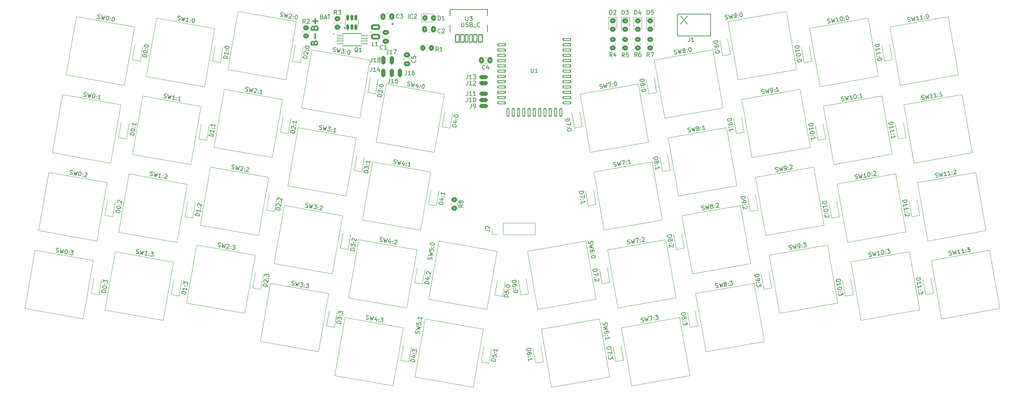
<source format=gto>
%TF.GenerationSoftware,KiCad,Pcbnew,9.0.1*%
%TF.CreationDate,2025-05-05T23:15:36+01:00*%
%TF.ProjectId,keyboard,6b657962-6f61-4726-942e-6b696361645f,rev?*%
%TF.SameCoordinates,Original*%
%TF.FileFunction,Legend,Top*%
%TF.FilePolarity,Positive*%
%FSLAX46Y46*%
G04 Gerber Fmt 4.6, Leading zero omitted, Abs format (unit mm)*
G04 Created by KiCad (PCBNEW 9.0.1) date 2025-05-05 23:15:36*
%MOMM*%
%LPD*%
G01*
G04 APERTURE LIST*
G04 Aperture macros list*
%AMRoundRect*
0 Rectangle with rounded corners*
0 $1 Rounding radius*
0 $2 $3 $4 $5 $6 $7 $8 $9 X,Y pos of 4 corners*
0 Add a 4 corners polygon primitive as box body*
4,1,4,$2,$3,$4,$5,$6,$7,$8,$9,$2,$3,0*
0 Add four circle primitives for the rounded corners*
1,1,$1+$1,$2,$3*
1,1,$1+$1,$4,$5*
1,1,$1+$1,$6,$7*
1,1,$1+$1,$8,$9*
0 Add four rect primitives between the rounded corners*
20,1,$1+$1,$2,$3,$4,$5,0*
20,1,$1+$1,$4,$5,$6,$7,0*
20,1,$1+$1,$6,$7,$8,$9,0*
20,1,$1+$1,$8,$9,$2,$3,0*%
%AMRotRect*
0 Rectangle, with rotation*
0 The origin of the aperture is its center*
0 $1 length*
0 $2 width*
0 $3 Rotation angle, in degrees counterclockwise*
0 Add horizontal line*
21,1,$1,$2,0,0,$3*%
G04 Aperture macros list end*
%ADD10C,0.300000*%
%ADD11C,0.150000*%
%ADD12C,0.200000*%
%ADD13C,0.127000*%
%ADD14C,0.152400*%
%ADD15C,0.120000*%
%ADD16C,0.250000*%
%ADD17C,0.600000*%
%ADD18RoundRect,0.050000X-0.730000X-0.150000X0.730000X-0.150000X0.730000X0.150000X-0.730000X0.150000X0*%
%ADD19RoundRect,0.102000X0.350000X0.900000X-0.350000X0.900000X-0.350000X-0.900000X0.350000X-0.900000X0*%
%ADD20RoundRect,0.102000X0.400000X0.900000X-0.400000X0.900000X-0.400000X-0.900000X0.400000X-0.900000X0*%
%ADD21RoundRect,0.102000X0.450000X0.900000X-0.450000X0.900000X-0.450000X-0.900000X0.450000X-0.900000X0*%
%ADD22C,1.412000*%
%ADD23RoundRect,0.250000X-0.450000X0.350000X-0.450000X-0.350000X0.450000X-0.350000X0.450000X0.350000X0*%
%ADD24R,0.800000X0.300000*%
%ADD25R,0.300000X0.800000*%
%ADD26R,3.600000X3.600000*%
%ADD27C,2.000000*%
%ADD28C,2.500000*%
%ADD29C,1.750000*%
%ADD30C,4.000000*%
%ADD31RoundRect,0.250000X0.450000X-0.350000X0.450000X0.350000X-0.450000X0.350000X-0.450000X-0.350000X0*%
%ADD32C,3.800000*%
%ADD33RoundRect,0.105000X0.895000X0.245000X-0.895000X0.245000X-0.895000X-0.245000X0.895000X-0.245000X0*%
%ADD34RoundRect,0.105000X-0.245000X0.895000X-0.245000X-0.895000X0.245000X-0.895000X0.245000X0.895000X0*%
%ADD35RoundRect,0.105000X-0.895000X-0.245000X0.895000X-0.245000X0.895000X0.245000X-0.895000X0.245000X0*%
%ADD36RotRect,1.200000X1.200000X80.000000*%
%ADD37RotRect,1.200000X1.200000X100.000000*%
%ADD38RoundRect,0.250000X-0.350000X-0.450000X0.350000X-0.450000X0.350000X0.450000X-0.350000X0.450000X0*%
%ADD39RoundRect,0.250000X0.750000X-0.250000X0.750000X0.250000X-0.750000X0.250000X-0.750000X-0.250000X0*%
%ADD40RoundRect,0.250000X-0.450000X0.325000X-0.450000X-0.325000X0.450000X-0.325000X0.450000X0.325000X0*%
%ADD41RoundRect,0.250001X0.849999X-0.462499X0.849999X0.462499X-0.849999X0.462499X-0.849999X-0.462499X0*%
%ADD42RoundRect,0.250000X-0.337500X-0.475000X0.337500X-0.475000X0.337500X0.475000X-0.337500X0.475000X0*%
%ADD43RoundRect,0.250000X-0.475000X0.337500X-0.475000X-0.337500X0.475000X-0.337500X0.475000X0.337500X0*%
%ADD44RoundRect,0.250000X-0.250000X-0.750000X0.250000X-0.750000X0.250000X0.750000X-0.250000X0.750000X0*%
%ADD45RoundRect,0.225000X0.330232X-0.286700X0.408374X0.156464X-0.330232X0.286700X-0.408374X-0.156464X0*%
%ADD46RoundRect,0.250000X0.475000X-0.337500X0.475000X0.337500X-0.475000X0.337500X-0.475000X-0.337500X0*%
%ADD47RoundRect,0.250000X-0.325000X-0.450000X0.325000X-0.450000X0.325000X0.450000X-0.325000X0.450000X0*%
%ADD48RoundRect,0.250000X0.337500X0.475000X-0.337500X0.475000X-0.337500X-0.475000X0.337500X-0.475000X0*%
%ADD49RoundRect,0.150000X0.150000X-0.512500X0.150000X0.512500X-0.150000X0.512500X-0.150000X-0.512500X0*%
%ADD50R,1.700000X1.700000*%
%ADD51C,1.700000*%
G04 APERTURE END LIST*
D10*
X102434959Y-49648240D02*
X102506387Y-49433954D01*
X102506387Y-49433954D02*
X102577816Y-49362525D01*
X102577816Y-49362525D02*
X102720673Y-49291097D01*
X102720673Y-49291097D02*
X102934959Y-49291097D01*
X102934959Y-49291097D02*
X103077816Y-49362525D01*
X103077816Y-49362525D02*
X103149245Y-49433954D01*
X103149245Y-49433954D02*
X103220673Y-49576811D01*
X103220673Y-49576811D02*
X103220673Y-50148240D01*
X103220673Y-50148240D02*
X101720673Y-50148240D01*
X101720673Y-50148240D02*
X101720673Y-49648240D01*
X101720673Y-49648240D02*
X101792102Y-49505383D01*
X101792102Y-49505383D02*
X101863530Y-49433954D01*
X101863530Y-49433954D02*
X102006387Y-49362525D01*
X102006387Y-49362525D02*
X102149245Y-49362525D01*
X102149245Y-49362525D02*
X102292102Y-49433954D01*
X102292102Y-49433954D02*
X102363530Y-49505383D01*
X102363530Y-49505383D02*
X102434959Y-49648240D01*
X102434959Y-49648240D02*
X102434959Y-50148240D01*
X102649245Y-48648240D02*
X102649245Y-47505383D01*
X103220673Y-48076811D02*
X102077816Y-48076811D01*
X102406275Y-53262393D02*
X102477703Y-53048107D01*
X102477703Y-53048107D02*
X102549132Y-52976678D01*
X102549132Y-52976678D02*
X102691989Y-52905250D01*
X102691989Y-52905250D02*
X102906275Y-52905250D01*
X102906275Y-52905250D02*
X103049132Y-52976678D01*
X103049132Y-52976678D02*
X103120561Y-53048107D01*
X103120561Y-53048107D02*
X103191989Y-53190964D01*
X103191989Y-53190964D02*
X103191989Y-53762393D01*
X103191989Y-53762393D02*
X101691989Y-53762393D01*
X101691989Y-53762393D02*
X101691989Y-53262393D01*
X101691989Y-53262393D02*
X101763418Y-53119536D01*
X101763418Y-53119536D02*
X101834846Y-53048107D01*
X101834846Y-53048107D02*
X101977703Y-52976678D01*
X101977703Y-52976678D02*
X102120561Y-52976678D01*
X102120561Y-52976678D02*
X102263418Y-53048107D01*
X102263418Y-53048107D02*
X102334846Y-53119536D01*
X102334846Y-53119536D02*
X102406275Y-53262393D01*
X102406275Y-53262393D02*
X102406275Y-53762393D01*
X102620561Y-52262393D02*
X102620561Y-51119536D01*
D11*
X112903062Y-55534865D02*
X112807824Y-55487246D01*
X112807824Y-55487246D02*
X112712586Y-55392008D01*
X112712586Y-55392008D02*
X112569729Y-55249150D01*
X112569729Y-55249150D02*
X112474491Y-55201531D01*
X112474491Y-55201531D02*
X112379253Y-55201531D01*
X112426872Y-55439627D02*
X112331634Y-55392008D01*
X112331634Y-55392008D02*
X112236396Y-55296769D01*
X112236396Y-55296769D02*
X112188777Y-55106293D01*
X112188777Y-55106293D02*
X112188777Y-54772960D01*
X112188777Y-54772960D02*
X112236396Y-54582484D01*
X112236396Y-54582484D02*
X112331634Y-54487246D01*
X112331634Y-54487246D02*
X112426872Y-54439627D01*
X112426872Y-54439627D02*
X112617348Y-54439627D01*
X112617348Y-54439627D02*
X112712586Y-54487246D01*
X112712586Y-54487246D02*
X112807824Y-54582484D01*
X112807824Y-54582484D02*
X112855443Y-54772960D01*
X112855443Y-54772960D02*
X112855443Y-55106293D01*
X112855443Y-55106293D02*
X112807824Y-55296769D01*
X112807824Y-55296769D02*
X112712586Y-55392008D01*
X112712586Y-55392008D02*
X112617348Y-55439627D01*
X112617348Y-55439627D02*
X112426872Y-55439627D01*
X113807824Y-55439627D02*
X113236396Y-55439627D01*
X113522110Y-55439627D02*
X113522110Y-54439627D01*
X113522110Y-54439627D02*
X113426872Y-54582484D01*
X113426872Y-54582484D02*
X113331634Y-54677722D01*
X113331634Y-54677722D02*
X113236396Y-54725341D01*
X138738095Y-46954819D02*
X138738095Y-47764342D01*
X138738095Y-47764342D02*
X138785714Y-47859580D01*
X138785714Y-47859580D02*
X138833333Y-47907200D01*
X138833333Y-47907200D02*
X138928571Y-47954819D01*
X138928571Y-47954819D02*
X139119047Y-47954819D01*
X139119047Y-47954819D02*
X139214285Y-47907200D01*
X139214285Y-47907200D02*
X139261904Y-47859580D01*
X139261904Y-47859580D02*
X139309523Y-47764342D01*
X139309523Y-47764342D02*
X139309523Y-46954819D01*
X139690476Y-46954819D02*
X140309523Y-46954819D01*
X140309523Y-46954819D02*
X139976190Y-47335771D01*
X139976190Y-47335771D02*
X140119047Y-47335771D01*
X140119047Y-47335771D02*
X140214285Y-47383390D01*
X140214285Y-47383390D02*
X140261904Y-47431009D01*
X140261904Y-47431009D02*
X140309523Y-47526247D01*
X140309523Y-47526247D02*
X140309523Y-47764342D01*
X140309523Y-47764342D02*
X140261904Y-47859580D01*
X140261904Y-47859580D02*
X140214285Y-47907200D01*
X140214285Y-47907200D02*
X140119047Y-47954819D01*
X140119047Y-47954819D02*
X139833333Y-47954819D01*
X139833333Y-47954819D02*
X139738095Y-47907200D01*
X139738095Y-47907200D02*
X139690476Y-47859580D01*
X137763543Y-48428019D02*
X137763543Y-49237542D01*
X137763543Y-49237542D02*
X137811162Y-49332780D01*
X137811162Y-49332780D02*
X137858781Y-49380400D01*
X137858781Y-49380400D02*
X137954019Y-49428019D01*
X137954019Y-49428019D02*
X138144495Y-49428019D01*
X138144495Y-49428019D02*
X138239733Y-49380400D01*
X138239733Y-49380400D02*
X138287352Y-49332780D01*
X138287352Y-49332780D02*
X138334971Y-49237542D01*
X138334971Y-49237542D02*
X138334971Y-48428019D01*
X138763543Y-49380400D02*
X138906400Y-49428019D01*
X138906400Y-49428019D02*
X139144495Y-49428019D01*
X139144495Y-49428019D02*
X139239733Y-49380400D01*
X139239733Y-49380400D02*
X139287352Y-49332780D01*
X139287352Y-49332780D02*
X139334971Y-49237542D01*
X139334971Y-49237542D02*
X139334971Y-49142304D01*
X139334971Y-49142304D02*
X139287352Y-49047066D01*
X139287352Y-49047066D02*
X139239733Y-48999447D01*
X139239733Y-48999447D02*
X139144495Y-48951828D01*
X139144495Y-48951828D02*
X138954019Y-48904209D01*
X138954019Y-48904209D02*
X138858781Y-48856590D01*
X138858781Y-48856590D02*
X138811162Y-48808971D01*
X138811162Y-48808971D02*
X138763543Y-48713733D01*
X138763543Y-48713733D02*
X138763543Y-48618495D01*
X138763543Y-48618495D02*
X138811162Y-48523257D01*
X138811162Y-48523257D02*
X138858781Y-48475638D01*
X138858781Y-48475638D02*
X138954019Y-48428019D01*
X138954019Y-48428019D02*
X139192114Y-48428019D01*
X139192114Y-48428019D02*
X139334971Y-48475638D01*
X140096876Y-48904209D02*
X140239733Y-48951828D01*
X140239733Y-48951828D02*
X140287352Y-48999447D01*
X140287352Y-48999447D02*
X140334971Y-49094685D01*
X140334971Y-49094685D02*
X140334971Y-49237542D01*
X140334971Y-49237542D02*
X140287352Y-49332780D01*
X140287352Y-49332780D02*
X140239733Y-49380400D01*
X140239733Y-49380400D02*
X140144495Y-49428019D01*
X140144495Y-49428019D02*
X139763543Y-49428019D01*
X139763543Y-49428019D02*
X139763543Y-48428019D01*
X139763543Y-48428019D02*
X140096876Y-48428019D01*
X140096876Y-48428019D02*
X140192114Y-48475638D01*
X140192114Y-48475638D02*
X140239733Y-48523257D01*
X140239733Y-48523257D02*
X140287352Y-48618495D01*
X140287352Y-48618495D02*
X140287352Y-48713733D01*
X140287352Y-48713733D02*
X140239733Y-48808971D01*
X140239733Y-48808971D02*
X140192114Y-48856590D01*
X140192114Y-48856590D02*
X140096876Y-48904209D01*
X140096876Y-48904209D02*
X139763543Y-48904209D01*
X140525448Y-49523257D02*
X141287352Y-49523257D01*
X142096876Y-49332780D02*
X142049257Y-49380400D01*
X142049257Y-49380400D02*
X141906400Y-49428019D01*
X141906400Y-49428019D02*
X141811162Y-49428019D01*
X141811162Y-49428019D02*
X141668305Y-49380400D01*
X141668305Y-49380400D02*
X141573067Y-49285161D01*
X141573067Y-49285161D02*
X141525448Y-49189923D01*
X141525448Y-49189923D02*
X141477829Y-48999447D01*
X141477829Y-48999447D02*
X141477829Y-48856590D01*
X141477829Y-48856590D02*
X141525448Y-48666114D01*
X141525448Y-48666114D02*
X141573067Y-48570876D01*
X141573067Y-48570876D02*
X141668305Y-48475638D01*
X141668305Y-48475638D02*
X141811162Y-48428019D01*
X141811162Y-48428019D02*
X141906400Y-48428019D01*
X141906400Y-48428019D02*
X142049257Y-48475638D01*
X142049257Y-48475638D02*
X142096876Y-48523257D01*
X138104819Y-92166666D02*
X137628628Y-92499999D01*
X138104819Y-92738094D02*
X137104819Y-92738094D01*
X137104819Y-92738094D02*
X137104819Y-92357142D01*
X137104819Y-92357142D02*
X137152438Y-92261904D01*
X137152438Y-92261904D02*
X137200057Y-92214285D01*
X137200057Y-92214285D02*
X137295295Y-92166666D01*
X137295295Y-92166666D02*
X137438152Y-92166666D01*
X137438152Y-92166666D02*
X137533390Y-92214285D01*
X137533390Y-92214285D02*
X137581009Y-92261904D01*
X137581009Y-92261904D02*
X137628628Y-92357142D01*
X137628628Y-92357142D02*
X137628628Y-92738094D01*
X137533390Y-91595237D02*
X137485771Y-91690475D01*
X137485771Y-91690475D02*
X137438152Y-91738094D01*
X137438152Y-91738094D02*
X137342914Y-91785713D01*
X137342914Y-91785713D02*
X137295295Y-91785713D01*
X137295295Y-91785713D02*
X137200057Y-91738094D01*
X137200057Y-91738094D02*
X137152438Y-91690475D01*
X137152438Y-91690475D02*
X137104819Y-91595237D01*
X137104819Y-91595237D02*
X137104819Y-91404761D01*
X137104819Y-91404761D02*
X137152438Y-91309523D01*
X137152438Y-91309523D02*
X137200057Y-91261904D01*
X137200057Y-91261904D02*
X137295295Y-91214285D01*
X137295295Y-91214285D02*
X137342914Y-91214285D01*
X137342914Y-91214285D02*
X137438152Y-91261904D01*
X137438152Y-91261904D02*
X137485771Y-91309523D01*
X137485771Y-91309523D02*
X137533390Y-91404761D01*
X137533390Y-91404761D02*
X137533390Y-91595237D01*
X137533390Y-91595237D02*
X137581009Y-91690475D01*
X137581009Y-91690475D02*
X137628628Y-91738094D01*
X137628628Y-91738094D02*
X137723866Y-91785713D01*
X137723866Y-91785713D02*
X137914342Y-91785713D01*
X137914342Y-91785713D02*
X138009580Y-91738094D01*
X138009580Y-91738094D02*
X138057200Y-91690475D01*
X138057200Y-91690475D02*
X138104819Y-91595237D01*
X138104819Y-91595237D02*
X138104819Y-91404761D01*
X138104819Y-91404761D02*
X138057200Y-91309523D01*
X138057200Y-91309523D02*
X138009580Y-91261904D01*
X138009580Y-91261904D02*
X137914342Y-91214285D01*
X137914342Y-91214285D02*
X137723866Y-91214285D01*
X137723866Y-91214285D02*
X137628628Y-91261904D01*
X137628628Y-91261904D02*
X137581009Y-91309523D01*
X137581009Y-91309523D02*
X137533390Y-91404761D01*
D12*
X124974887Y-47403296D02*
X124974887Y-46403296D01*
X126022505Y-47308057D02*
X125974886Y-47355677D01*
X125974886Y-47355677D02*
X125832029Y-47403296D01*
X125832029Y-47403296D02*
X125736791Y-47403296D01*
X125736791Y-47403296D02*
X125593934Y-47355677D01*
X125593934Y-47355677D02*
X125498696Y-47260438D01*
X125498696Y-47260438D02*
X125451077Y-47165200D01*
X125451077Y-47165200D02*
X125403458Y-46974724D01*
X125403458Y-46974724D02*
X125403458Y-46831867D01*
X125403458Y-46831867D02*
X125451077Y-46641391D01*
X125451077Y-46641391D02*
X125498696Y-46546153D01*
X125498696Y-46546153D02*
X125593934Y-46450915D01*
X125593934Y-46450915D02*
X125736791Y-46403296D01*
X125736791Y-46403296D02*
X125832029Y-46403296D01*
X125832029Y-46403296D02*
X125974886Y-46450915D01*
X125974886Y-46450915D02*
X126022505Y-46498534D01*
X126403458Y-46498534D02*
X126451077Y-46450915D01*
X126451077Y-46450915D02*
X126546315Y-46403296D01*
X126546315Y-46403296D02*
X126784410Y-46403296D01*
X126784410Y-46403296D02*
X126879648Y-46450915D01*
X126879648Y-46450915D02*
X126927267Y-46498534D01*
X126927267Y-46498534D02*
X126974886Y-46593772D01*
X126974886Y-46593772D02*
X126974886Y-46689010D01*
X126974886Y-46689010D02*
X126927267Y-46831867D01*
X126927267Y-46831867D02*
X126355839Y-47403296D01*
X126355839Y-47403296D02*
X126974886Y-47403296D01*
D11*
X192466767Y-51971126D02*
X192466767Y-52685411D01*
X192466767Y-52685411D02*
X192419148Y-52828268D01*
X192419148Y-52828268D02*
X192323910Y-52923507D01*
X192323910Y-52923507D02*
X192181053Y-52971126D01*
X192181053Y-52971126D02*
X192085815Y-52971126D01*
X193466767Y-52971126D02*
X192895339Y-52971126D01*
X193181053Y-52971126D02*
X193181053Y-51971126D01*
X193181053Y-51971126D02*
X193085815Y-52113983D01*
X193085815Y-52113983D02*
X192990577Y-52209221D01*
X192990577Y-52209221D02*
X192895339Y-52256840D01*
X66308442Y-66437499D02*
X66440860Y-66509201D01*
X66440860Y-66509201D02*
X66675338Y-66550546D01*
X66675338Y-66550546D02*
X66777398Y-66520189D01*
X66777398Y-66520189D02*
X66832563Y-66481562D01*
X66832563Y-66481562D02*
X66895996Y-66396040D01*
X66895996Y-66396040D02*
X66912534Y-66302248D01*
X66912534Y-66302248D02*
X66882176Y-66200188D01*
X66882176Y-66200188D02*
X66843550Y-66145024D01*
X66843550Y-66145024D02*
X66758028Y-66081590D01*
X66758028Y-66081590D02*
X66578714Y-66001619D01*
X66578714Y-66001619D02*
X66493192Y-65938185D01*
X66493192Y-65938185D02*
X66454565Y-65883021D01*
X66454565Y-65883021D02*
X66424208Y-65780960D01*
X66424208Y-65780960D02*
X66440745Y-65687169D01*
X66440745Y-65687169D02*
X66504179Y-65601647D01*
X66504179Y-65601647D02*
X66559344Y-65563020D01*
X66559344Y-65563020D02*
X66661404Y-65532663D01*
X66661404Y-65532663D02*
X66895882Y-65574007D01*
X66895882Y-65574007D02*
X67028300Y-65645710D01*
X67364838Y-65656697D02*
X67425668Y-66682850D01*
X67425668Y-66682850D02*
X67737285Y-66012491D01*
X67737285Y-66012491D02*
X67800833Y-66749001D01*
X67800833Y-66749001D02*
X68208959Y-65805538D01*
X68926327Y-66947456D02*
X68363580Y-66848229D01*
X68644953Y-66897843D02*
X68818602Y-65913035D01*
X68818602Y-65913035D02*
X68700003Y-66037184D01*
X68700003Y-66037184D02*
X68589674Y-66114437D01*
X68589674Y-66114437D02*
X68487614Y-66144795D01*
X69364925Y-66928086D02*
X69403552Y-66983250D01*
X69403552Y-66983250D02*
X69348388Y-67021877D01*
X69348388Y-67021877D02*
X69309761Y-66966712D01*
X69309761Y-66966712D02*
X69364925Y-66928086D01*
X69364925Y-66928086D02*
X69348388Y-67021877D01*
X69455884Y-66412234D02*
X69494511Y-66467399D01*
X69494511Y-66467399D02*
X69439346Y-66506025D01*
X69439346Y-66506025D02*
X69400719Y-66450861D01*
X69400719Y-66450861D02*
X69455884Y-66412234D01*
X69455884Y-66412234D02*
X69439346Y-66506025D01*
X70333195Y-67195525D02*
X69770448Y-67096298D01*
X70051821Y-67145911D02*
X70225469Y-66161104D01*
X70225469Y-66161104D02*
X70106871Y-66285252D01*
X70106871Y-66285252D02*
X69996542Y-66362506D01*
X69996542Y-66362506D02*
X69894482Y-66392863D01*
X100284756Y-48600203D02*
X99951423Y-48124012D01*
X99713328Y-48600203D02*
X99713328Y-47600203D01*
X99713328Y-47600203D02*
X100094280Y-47600203D01*
X100094280Y-47600203D02*
X100189518Y-47647822D01*
X100189518Y-47647822D02*
X100237137Y-47695441D01*
X100237137Y-47695441D02*
X100284756Y-47790679D01*
X100284756Y-47790679D02*
X100284756Y-47933536D01*
X100284756Y-47933536D02*
X100237137Y-48028774D01*
X100237137Y-48028774D02*
X100189518Y-48076393D01*
X100189518Y-48076393D02*
X100094280Y-48124012D01*
X100094280Y-48124012D02*
X99713328Y-48124012D01*
X100665709Y-47695441D02*
X100713328Y-47647822D01*
X100713328Y-47647822D02*
X100808566Y-47600203D01*
X100808566Y-47600203D02*
X101046661Y-47600203D01*
X101046661Y-47600203D02*
X101141899Y-47647822D01*
X101141899Y-47647822D02*
X101189518Y-47695441D01*
X101189518Y-47695441D02*
X101237137Y-47790679D01*
X101237137Y-47790679D02*
X101237137Y-47885917D01*
X101237137Y-47885917D02*
X101189518Y-48028774D01*
X101189518Y-48028774D02*
X100618090Y-48600203D01*
X100618090Y-48600203D02*
X101237137Y-48600203D01*
D12*
X154423095Y-59452219D02*
X154423095Y-60261742D01*
X154423095Y-60261742D02*
X154470714Y-60356980D01*
X154470714Y-60356980D02*
X154518333Y-60404600D01*
X154518333Y-60404600D02*
X154613571Y-60452219D01*
X154613571Y-60452219D02*
X154804047Y-60452219D01*
X154804047Y-60452219D02*
X154899285Y-60404600D01*
X154899285Y-60404600D02*
X154946904Y-60356980D01*
X154946904Y-60356980D02*
X154994523Y-60261742D01*
X154994523Y-60261742D02*
X154994523Y-59452219D01*
X155994523Y-60452219D02*
X155423095Y-60452219D01*
X155708809Y-60452219D02*
X155708809Y-59452219D01*
X155708809Y-59452219D02*
X155613571Y-59595076D01*
X155613571Y-59595076D02*
X155518333Y-59690314D01*
X155518333Y-59690314D02*
X155423095Y-59737933D01*
D11*
X81540148Y-57068460D02*
X80555340Y-56894812D01*
X80555340Y-56894812D02*
X80596685Y-56660334D01*
X80596685Y-56660334D02*
X80668387Y-56527916D01*
X80668387Y-56527916D02*
X80778716Y-56450662D01*
X80778716Y-56450662D02*
X80880776Y-56420305D01*
X80880776Y-56420305D02*
X81076628Y-56406485D01*
X81076628Y-56406485D02*
X81217315Y-56431292D01*
X81217315Y-56431292D02*
X81396628Y-56511263D01*
X81396628Y-56511263D02*
X81482150Y-56574697D01*
X81482150Y-56574697D02*
X81559404Y-56685026D01*
X81559404Y-56685026D02*
X81581492Y-56833982D01*
X81581492Y-56833982D02*
X81540148Y-57068460D01*
X81804754Y-55567800D02*
X81705527Y-56130548D01*
X81755141Y-55849174D02*
X80770333Y-55675526D01*
X80770333Y-55675526D02*
X80894482Y-55794124D01*
X80894482Y-55794124D02*
X80971735Y-55904453D01*
X80971735Y-55904453D02*
X81002093Y-56006513D01*
X81785384Y-55129202D02*
X81840548Y-55090575D01*
X81840548Y-55090575D02*
X81879175Y-55145740D01*
X81879175Y-55145740D02*
X81824010Y-55184367D01*
X81824010Y-55184367D02*
X81785384Y-55129202D01*
X81785384Y-55129202D02*
X81879175Y-55145740D01*
X81269532Y-55038243D02*
X81324697Y-54999617D01*
X81324697Y-54999617D02*
X81363323Y-55054781D01*
X81363323Y-55054781D02*
X81308159Y-55093408D01*
X81308159Y-55093408D02*
X81269532Y-55038243D01*
X81269532Y-55038243D02*
X81363323Y-55054781D01*
X81010133Y-54315554D02*
X81026670Y-54221762D01*
X81026670Y-54221762D02*
X81090104Y-54136240D01*
X81090104Y-54136240D02*
X81145269Y-54097614D01*
X81145269Y-54097614D02*
X81247329Y-54067256D01*
X81247329Y-54067256D02*
X81443180Y-54053436D01*
X81443180Y-54053436D02*
X81677658Y-54094781D01*
X81677658Y-54094781D02*
X81856972Y-54174752D01*
X81856972Y-54174752D02*
X81942494Y-54238186D01*
X81942494Y-54238186D02*
X81981121Y-54293350D01*
X81981121Y-54293350D02*
X82011478Y-54395411D01*
X82011478Y-54395411D02*
X81994940Y-54489202D01*
X81994940Y-54489202D02*
X81931507Y-54574724D01*
X81931507Y-54574724D02*
X81876342Y-54613351D01*
X81876342Y-54613351D02*
X81774282Y-54643708D01*
X81774282Y-54643708D02*
X81578431Y-54657528D01*
X81578431Y-54657528D02*
X81343953Y-54616183D01*
X81343953Y-54616183D02*
X81164639Y-54536212D01*
X81164639Y-54536212D02*
X81079117Y-54472778D01*
X81079117Y-54472778D02*
X81040490Y-54417614D01*
X81040490Y-54417614D02*
X81010133Y-54315554D01*
X251471382Y-85591674D02*
X251620337Y-85613763D01*
X251620337Y-85613763D02*
X251854815Y-85572418D01*
X251854815Y-85572418D02*
X251940338Y-85508984D01*
X251940338Y-85508984D02*
X251978964Y-85453820D01*
X251978964Y-85453820D02*
X252009322Y-85351760D01*
X252009322Y-85351760D02*
X251992784Y-85257968D01*
X251992784Y-85257968D02*
X251929351Y-85172446D01*
X251929351Y-85172446D02*
X251874186Y-85133820D01*
X251874186Y-85133820D02*
X251772126Y-85103462D01*
X251772126Y-85103462D02*
X251576274Y-85089642D01*
X251576274Y-85089642D02*
X251474214Y-85059284D01*
X251474214Y-85059284D02*
X251419050Y-85020658D01*
X251419050Y-85020658D02*
X251355616Y-84935136D01*
X251355616Y-84935136D02*
X251339078Y-84841344D01*
X251339078Y-84841344D02*
X251369436Y-84739284D01*
X251369436Y-84739284D02*
X251408063Y-84684120D01*
X251408063Y-84684120D02*
X251493585Y-84620686D01*
X251493585Y-84620686D02*
X251728063Y-84579341D01*
X251728063Y-84579341D02*
X251877019Y-84601430D01*
X252197019Y-84496652D02*
X252605145Y-85440115D01*
X252605145Y-85440115D02*
X252668693Y-84703605D01*
X252668693Y-84703605D02*
X252980310Y-85373963D01*
X252980310Y-85373963D02*
X253041140Y-84347810D01*
X254105804Y-85175508D02*
X253543057Y-85274735D01*
X253824431Y-85225122D02*
X253650783Y-84240314D01*
X253650783Y-84240314D02*
X253581798Y-84397539D01*
X253581798Y-84397539D02*
X253504545Y-84507868D01*
X253504545Y-84507868D02*
X253419023Y-84571301D01*
X255043717Y-85010129D02*
X254480969Y-85109356D01*
X254762343Y-85059742D02*
X254588695Y-84074935D01*
X254588695Y-84074935D02*
X254519710Y-84232159D01*
X254519710Y-84232159D02*
X254442457Y-84342489D01*
X254442457Y-84342489D02*
X254356935Y-84405922D01*
X255449239Y-84841917D02*
X255504404Y-84880543D01*
X255504404Y-84880543D02*
X255465777Y-84935708D01*
X255465777Y-84935708D02*
X255410613Y-84897081D01*
X255410613Y-84897081D02*
X255449239Y-84841917D01*
X255449239Y-84841917D02*
X255465777Y-84935708D01*
X255358281Y-84326065D02*
X255413445Y-84364692D01*
X255413445Y-84364692D02*
X255374819Y-84419856D01*
X255374819Y-84419856D02*
X255319654Y-84381230D01*
X255319654Y-84381230D02*
X255358281Y-84326065D01*
X255358281Y-84326065D02*
X255374819Y-84419856D01*
X255730727Y-83970271D02*
X255769354Y-83915106D01*
X255769354Y-83915106D02*
X255854876Y-83851673D01*
X255854876Y-83851673D02*
X256089354Y-83810328D01*
X256089354Y-83810328D02*
X256191414Y-83840686D01*
X256191414Y-83840686D02*
X256246579Y-83879312D01*
X256246579Y-83879312D02*
X256310012Y-83964835D01*
X256310012Y-83964835D02*
X256326550Y-84058626D01*
X256326550Y-84058626D02*
X256304461Y-84207582D01*
X256304461Y-84207582D02*
X255840942Y-84869556D01*
X255840942Y-84869556D02*
X256450584Y-84762060D01*
X182808977Y-56639329D02*
X182475644Y-56163138D01*
X182237549Y-56639329D02*
X182237549Y-55639329D01*
X182237549Y-55639329D02*
X182618501Y-55639329D01*
X182618501Y-55639329D02*
X182713739Y-55686948D01*
X182713739Y-55686948D02*
X182761358Y-55734567D01*
X182761358Y-55734567D02*
X182808977Y-55829805D01*
X182808977Y-55829805D02*
X182808977Y-55972662D01*
X182808977Y-55972662D02*
X182761358Y-56067900D01*
X182761358Y-56067900D02*
X182713739Y-56115519D01*
X182713739Y-56115519D02*
X182618501Y-56163138D01*
X182618501Y-56163138D02*
X182237549Y-56163138D01*
X183142311Y-55639329D02*
X183808977Y-55639329D01*
X183808977Y-55639329D02*
X183380406Y-56639329D01*
X173873988Y-56610645D02*
X173540655Y-56134454D01*
X173302560Y-56610645D02*
X173302560Y-55610645D01*
X173302560Y-55610645D02*
X173683512Y-55610645D01*
X173683512Y-55610645D02*
X173778750Y-55658264D01*
X173778750Y-55658264D02*
X173826369Y-55705883D01*
X173826369Y-55705883D02*
X173873988Y-55801121D01*
X173873988Y-55801121D02*
X173873988Y-55943978D01*
X173873988Y-55943978D02*
X173826369Y-56039216D01*
X173826369Y-56039216D02*
X173778750Y-56086835D01*
X173778750Y-56086835D02*
X173683512Y-56134454D01*
X173683512Y-56134454D02*
X173302560Y-56134454D01*
X174731131Y-55943978D02*
X174731131Y-56610645D01*
X174493036Y-55563026D02*
X174254941Y-56277311D01*
X174254941Y-56277311D02*
X174873988Y-56277311D01*
X171699365Y-120601331D02*
X171677276Y-120750287D01*
X171677276Y-120750287D02*
X171718621Y-120984765D01*
X171718621Y-120984765D02*
X171782054Y-121070287D01*
X171782054Y-121070287D02*
X171837219Y-121108914D01*
X171837219Y-121108914D02*
X171939279Y-121139272D01*
X171939279Y-121139272D02*
X172033070Y-121122734D01*
X172033070Y-121122734D02*
X172118592Y-121059300D01*
X172118592Y-121059300D02*
X172157219Y-121004136D01*
X172157219Y-121004136D02*
X172187577Y-120902075D01*
X172187577Y-120902075D02*
X172201396Y-120706224D01*
X172201396Y-120706224D02*
X172231754Y-120604164D01*
X172231754Y-120604164D02*
X172270381Y-120548999D01*
X172270381Y-120548999D02*
X172355903Y-120485566D01*
X172355903Y-120485566D02*
X172449694Y-120469028D01*
X172449694Y-120469028D02*
X172551754Y-120499385D01*
X172551754Y-120499385D02*
X172606919Y-120538012D01*
X172606919Y-120538012D02*
X172670352Y-120623534D01*
X172670352Y-120623534D02*
X172711697Y-120858012D01*
X172711697Y-120858012D02*
X172689609Y-121006968D01*
X172794387Y-121326969D02*
X171850924Y-121735095D01*
X171850924Y-121735095D02*
X172587434Y-121798643D01*
X172587434Y-121798643D02*
X171917076Y-122110260D01*
X171917076Y-122110260D02*
X172943228Y-122171089D01*
X173083801Y-122968315D02*
X173050725Y-122780732D01*
X173050725Y-122780732D02*
X172987291Y-122695210D01*
X172987291Y-122695210D02*
X172932127Y-122656583D01*
X172932127Y-122656583D02*
X172774902Y-122587599D01*
X172774902Y-122587599D02*
X172579050Y-122573779D01*
X172579050Y-122573779D02*
X172203886Y-122639931D01*
X172203886Y-122639931D02*
X172118363Y-122703364D01*
X172118363Y-122703364D02*
X172079737Y-122758529D01*
X172079737Y-122758529D02*
X172049379Y-122860589D01*
X172049379Y-122860589D02*
X172082455Y-123048172D01*
X172082455Y-123048172D02*
X172145888Y-123133694D01*
X172145888Y-123133694D02*
X172201053Y-123172321D01*
X172201053Y-123172321D02*
X172303113Y-123202678D01*
X172303113Y-123202678D02*
X172537591Y-123161333D01*
X172537591Y-123161333D02*
X172623113Y-123097900D01*
X172623113Y-123097900D02*
X172661740Y-123042735D01*
X172661740Y-123042735D02*
X172692098Y-122940675D01*
X172692098Y-122940675D02*
X172659022Y-122753093D01*
X172659022Y-122753093D02*
X172595588Y-122667570D01*
X172595588Y-122667570D02*
X172540424Y-122628944D01*
X172540424Y-122628944D02*
X172438364Y-122598586D01*
X172283743Y-123641277D02*
X172245116Y-123696441D01*
X172245116Y-123696441D02*
X172189951Y-123657815D01*
X172189951Y-123657815D02*
X172228578Y-123602650D01*
X172228578Y-123602650D02*
X172283743Y-123641277D01*
X172283743Y-123641277D02*
X172189951Y-123657815D01*
X172799594Y-123550318D02*
X172760968Y-123605483D01*
X172760968Y-123605483D02*
X172705803Y-123566856D01*
X172705803Y-123566856D02*
X172744430Y-123511691D01*
X172744430Y-123511691D02*
X172799594Y-123550318D01*
X172799594Y-123550318D02*
X172705803Y-123566856D01*
X172363599Y-124642622D02*
X172264372Y-124079875D01*
X172313986Y-124361248D02*
X173298793Y-124187600D01*
X173298793Y-124187600D02*
X173141569Y-124118616D01*
X173141569Y-124118616D02*
X173031240Y-124041362D01*
X173031240Y-124041362D02*
X172967806Y-123955840D01*
X71594843Y-113705652D02*
X70610035Y-113532004D01*
X70610035Y-113532004D02*
X70651380Y-113297526D01*
X70651380Y-113297526D02*
X70723082Y-113165108D01*
X70723082Y-113165108D02*
X70833411Y-113087854D01*
X70833411Y-113087854D02*
X70935471Y-113057497D01*
X70935471Y-113057497D02*
X71131323Y-113043677D01*
X71131323Y-113043677D02*
X71272010Y-113068484D01*
X71272010Y-113068484D02*
X71451323Y-113148455D01*
X71451323Y-113148455D02*
X71536845Y-113211889D01*
X71536845Y-113211889D02*
X71614099Y-113322218D01*
X71614099Y-113322218D02*
X71636187Y-113471174D01*
X71636187Y-113471174D02*
X71594843Y-113705652D01*
X71859449Y-112204992D02*
X71760222Y-112767740D01*
X71809836Y-112486366D02*
X70825028Y-112312718D01*
X70825028Y-112312718D02*
X70949177Y-112431316D01*
X70949177Y-112431316D02*
X71026430Y-112541645D01*
X71026430Y-112541645D02*
X71056788Y-112643705D01*
X71840079Y-111766394D02*
X71895243Y-111727767D01*
X71895243Y-111727767D02*
X71933870Y-111782932D01*
X71933870Y-111782932D02*
X71878705Y-111821559D01*
X71878705Y-111821559D02*
X71840079Y-111766394D01*
X71840079Y-111766394D02*
X71933870Y-111782932D01*
X71324227Y-111675435D02*
X71379392Y-111636809D01*
X71379392Y-111636809D02*
X71418018Y-111691973D01*
X71418018Y-111691973D02*
X71362854Y-111730600D01*
X71362854Y-111730600D02*
X71324227Y-111675435D01*
X71324227Y-111675435D02*
X71418018Y-111691973D01*
X71015214Y-111234119D02*
X71122710Y-110624476D01*
X71122710Y-110624476D02*
X71439992Y-111018897D01*
X71439992Y-111018897D02*
X71464799Y-110878211D01*
X71464799Y-110878211D02*
X71528233Y-110792688D01*
X71528233Y-110792688D02*
X71583397Y-110754062D01*
X71583397Y-110754062D02*
X71685458Y-110723704D01*
X71685458Y-110723704D02*
X71919936Y-110765049D01*
X71919936Y-110765049D02*
X72005458Y-110828482D01*
X72005458Y-110828482D02*
X72044085Y-110883647D01*
X72044085Y-110883647D02*
X72074442Y-110985707D01*
X72074442Y-110985707D02*
X72024828Y-111267081D01*
X72024828Y-111267081D02*
X71961395Y-111352603D01*
X71961395Y-111352603D02*
X71906230Y-111391230D01*
X59195706Y-75509294D02*
X58210898Y-75335646D01*
X58210898Y-75335646D02*
X58252243Y-75101168D01*
X58252243Y-75101168D02*
X58323945Y-74968750D01*
X58323945Y-74968750D02*
X58434274Y-74891496D01*
X58434274Y-74891496D02*
X58536334Y-74861139D01*
X58536334Y-74861139D02*
X58732186Y-74847319D01*
X58732186Y-74847319D02*
X58872873Y-74872126D01*
X58872873Y-74872126D02*
X59052186Y-74952097D01*
X59052186Y-74952097D02*
X59137708Y-75015531D01*
X59137708Y-75015531D02*
X59214962Y-75125860D01*
X59214962Y-75125860D02*
X59237050Y-75274816D01*
X59237050Y-75274816D02*
X59195706Y-75509294D01*
X58417622Y-74163255D02*
X58434160Y-74069464D01*
X58434160Y-74069464D02*
X58497593Y-73983942D01*
X58497593Y-73983942D02*
X58552758Y-73945315D01*
X58552758Y-73945315D02*
X58654818Y-73914958D01*
X58654818Y-73914958D02*
X58850669Y-73901138D01*
X58850669Y-73901138D02*
X59085147Y-73942483D01*
X59085147Y-73942483D02*
X59264461Y-74022454D01*
X59264461Y-74022454D02*
X59349983Y-74085888D01*
X59349983Y-74085888D02*
X59388610Y-74141052D01*
X59388610Y-74141052D02*
X59418967Y-74243112D01*
X59418967Y-74243112D02*
X59402430Y-74336904D01*
X59402430Y-74336904D02*
X59338996Y-74422426D01*
X59338996Y-74422426D02*
X59283831Y-74461053D01*
X59283831Y-74461053D02*
X59181771Y-74491410D01*
X59181771Y-74491410D02*
X58985920Y-74505230D01*
X58985920Y-74505230D02*
X58751442Y-74463885D01*
X58751442Y-74463885D02*
X58572128Y-74383914D01*
X58572128Y-74383914D02*
X58486606Y-74320480D01*
X58486606Y-74320480D02*
X58447980Y-74265316D01*
X58447980Y-74265316D02*
X58417622Y-74163255D01*
X59440942Y-73570036D02*
X59496106Y-73531409D01*
X59496106Y-73531409D02*
X59534733Y-73586574D01*
X59534733Y-73586574D02*
X59479568Y-73625201D01*
X59479568Y-73625201D02*
X59440942Y-73570036D01*
X59440942Y-73570036D02*
X59534733Y-73586574D01*
X58925090Y-73479077D02*
X58980255Y-73440451D01*
X58980255Y-73440451D02*
X59018881Y-73495615D01*
X59018881Y-73495615D02*
X58963717Y-73534242D01*
X58963717Y-73534242D02*
X58925090Y-73479077D01*
X58925090Y-73479077D02*
X59018881Y-73495615D01*
X59708381Y-72601767D02*
X59609154Y-73164514D01*
X59658767Y-72883140D02*
X58673960Y-72709492D01*
X58673960Y-72709492D02*
X58798108Y-72828090D01*
X58798108Y-72828090D02*
X58875362Y-72938419D01*
X58875362Y-72938419D02*
X58905719Y-73040479D01*
X145856010Y-129826211D02*
X144871202Y-129652563D01*
X144871202Y-129652563D02*
X144912547Y-129418085D01*
X144912547Y-129418085D02*
X144984249Y-129285667D01*
X144984249Y-129285667D02*
X145094578Y-129208413D01*
X145094578Y-129208413D02*
X145196638Y-129178056D01*
X145196638Y-129178056D02*
X145392490Y-129164236D01*
X145392490Y-129164236D02*
X145533177Y-129189043D01*
X145533177Y-129189043D02*
X145712490Y-129269014D01*
X145712490Y-129269014D02*
X145798012Y-129332448D01*
X145798012Y-129332448D02*
X145875266Y-129442777D01*
X145875266Y-129442777D02*
X145897354Y-129591733D01*
X145897354Y-129591733D02*
X145856010Y-129826211D01*
X145127540Y-128198799D02*
X145044850Y-128667755D01*
X145044850Y-128667755D02*
X145505537Y-128797340D01*
X145505537Y-128797340D02*
X145466910Y-128742176D01*
X145466910Y-128742176D02*
X145436553Y-128640115D01*
X145436553Y-128640115D02*
X145477898Y-128405637D01*
X145477898Y-128405637D02*
X145541331Y-128320115D01*
X145541331Y-128320115D02*
X145596496Y-128281488D01*
X145596496Y-128281488D02*
X145698556Y-128251131D01*
X145698556Y-128251131D02*
X145933034Y-128292476D01*
X145933034Y-128292476D02*
X146018556Y-128355909D01*
X146018556Y-128355909D02*
X146057183Y-128411074D01*
X146057183Y-128411074D02*
X146087540Y-128513134D01*
X146087540Y-128513134D02*
X146046196Y-128747612D01*
X146046196Y-128747612D02*
X145982762Y-128833134D01*
X145982762Y-128833134D02*
X145927598Y-128871761D01*
X146101246Y-127886953D02*
X146156410Y-127848326D01*
X146156410Y-127848326D02*
X146195037Y-127903491D01*
X146195037Y-127903491D02*
X146139872Y-127942118D01*
X146139872Y-127942118D02*
X146101246Y-127886953D01*
X146101246Y-127886953D02*
X146195037Y-127903491D01*
X145585394Y-127795994D02*
X145640559Y-127757368D01*
X145640559Y-127757368D02*
X145679185Y-127812532D01*
X145679185Y-127812532D02*
X145624021Y-127851159D01*
X145624021Y-127851159D02*
X145585394Y-127795994D01*
X145585394Y-127795994D02*
X145679185Y-127812532D01*
X146368685Y-126918684D02*
X146269458Y-127481431D01*
X146319071Y-127200057D02*
X145334264Y-127026409D01*
X145334264Y-127026409D02*
X145458412Y-127145007D01*
X145458412Y-127145007D02*
X145535666Y-127255336D01*
X145535666Y-127255336D02*
X145566023Y-127357396D01*
X183824941Y-80843809D02*
X184809749Y-80670161D01*
X184809749Y-80670161D02*
X184851093Y-80904639D01*
X184851093Y-80904639D02*
X184829005Y-81053595D01*
X184829005Y-81053595D02*
X184751751Y-81163924D01*
X184751751Y-81163924D02*
X184666229Y-81227357D01*
X184666229Y-81227357D02*
X184486916Y-81307329D01*
X184486916Y-81307329D02*
X184346229Y-81332136D01*
X184346229Y-81332136D02*
X184150378Y-81318316D01*
X184150378Y-81318316D02*
X184048317Y-81287958D01*
X184048317Y-81287958D02*
X183937988Y-81210705D01*
X183937988Y-81210705D02*
X183866286Y-81078287D01*
X183866286Y-81078287D02*
X183824941Y-80843809D01*
X184586143Y-81870076D02*
X184616501Y-81768016D01*
X184616501Y-81768016D02*
X184655128Y-81712851D01*
X184655128Y-81712851D02*
X184740650Y-81649418D01*
X184740650Y-81649418D02*
X184787545Y-81641149D01*
X184787545Y-81641149D02*
X184889606Y-81671507D01*
X184889606Y-81671507D02*
X184944770Y-81710133D01*
X184944770Y-81710133D02*
X185008204Y-81795656D01*
X185008204Y-81795656D02*
X185041280Y-81983238D01*
X185041280Y-81983238D02*
X185010922Y-82085298D01*
X185010922Y-82085298D02*
X184972295Y-82140463D01*
X184972295Y-82140463D02*
X184886773Y-82203896D01*
X184886773Y-82203896D02*
X184839877Y-82212165D01*
X184839877Y-82212165D02*
X184737817Y-82181808D01*
X184737817Y-82181808D02*
X184682653Y-82143181D01*
X184682653Y-82143181D02*
X184619219Y-82057659D01*
X184619219Y-82057659D02*
X184586143Y-81870076D01*
X184586143Y-81870076D02*
X184522710Y-81784554D01*
X184522710Y-81784554D02*
X184467545Y-81745927D01*
X184467545Y-81745927D02*
X184365485Y-81715570D01*
X184365485Y-81715570D02*
X184177903Y-81748645D01*
X184177903Y-81748645D02*
X184092380Y-81812079D01*
X184092380Y-81812079D02*
X184053754Y-81867244D01*
X184053754Y-81867244D02*
X184023396Y-81969304D01*
X184023396Y-81969304D02*
X184056472Y-82156886D01*
X184056472Y-82156886D02*
X184119905Y-82242408D01*
X184119905Y-82242408D02*
X184175070Y-82281035D01*
X184175070Y-82281035D02*
X184277130Y-82311393D01*
X184277130Y-82311393D02*
X184464713Y-82278317D01*
X184464713Y-82278317D02*
X184550235Y-82214883D01*
X184550235Y-82214883D02*
X184588861Y-82159719D01*
X184588861Y-82159719D02*
X184619219Y-82057659D01*
X184257760Y-82749991D02*
X184219133Y-82805156D01*
X184219133Y-82805156D02*
X184163968Y-82766529D01*
X184163968Y-82766529D02*
X184202595Y-82711365D01*
X184202595Y-82711365D02*
X184257760Y-82749991D01*
X184257760Y-82749991D02*
X184163968Y-82766529D01*
X184773611Y-82659033D02*
X184734985Y-82714197D01*
X184734985Y-82714197D02*
X184679820Y-82675571D01*
X184679820Y-82675571D02*
X184718447Y-82620406D01*
X184718447Y-82620406D02*
X184773611Y-82659033D01*
X184773611Y-82659033D02*
X184679820Y-82675571D01*
X184337616Y-83751336D02*
X184238389Y-83188589D01*
X184288003Y-83469963D02*
X185272810Y-83296315D01*
X185272810Y-83296315D02*
X185115586Y-83227330D01*
X185115586Y-83227330D02*
X185005257Y-83150077D01*
X185005257Y-83150077D02*
X184941823Y-83064555D01*
X177615892Y-101660669D02*
X177764848Y-101682758D01*
X177764848Y-101682758D02*
X177999326Y-101641413D01*
X177999326Y-101641413D02*
X178084848Y-101577980D01*
X178084848Y-101577980D02*
X178123475Y-101522815D01*
X178123475Y-101522815D02*
X178153833Y-101420755D01*
X178153833Y-101420755D02*
X178137295Y-101326964D01*
X178137295Y-101326964D02*
X178073861Y-101241442D01*
X178073861Y-101241442D02*
X178018697Y-101202815D01*
X178018697Y-101202815D02*
X177916636Y-101172457D01*
X177916636Y-101172457D02*
X177720785Y-101158638D01*
X177720785Y-101158638D02*
X177618725Y-101128280D01*
X177618725Y-101128280D02*
X177563560Y-101089653D01*
X177563560Y-101089653D02*
X177500127Y-101004131D01*
X177500127Y-101004131D02*
X177483589Y-100910340D01*
X177483589Y-100910340D02*
X177513946Y-100808280D01*
X177513946Y-100808280D02*
X177552573Y-100753115D01*
X177552573Y-100753115D02*
X177638095Y-100689682D01*
X177638095Y-100689682D02*
X177872573Y-100648337D01*
X177872573Y-100648337D02*
X178021529Y-100670425D01*
X178341530Y-100565647D02*
X178749656Y-101509110D01*
X178749656Y-101509110D02*
X178813204Y-100772600D01*
X178813204Y-100772600D02*
X179124821Y-101442958D01*
X179124821Y-101442958D02*
X179185650Y-100416806D01*
X179467024Y-100367192D02*
X180123562Y-100251427D01*
X180123562Y-100251427D02*
X179875150Y-101310655D01*
X180655838Y-101076291D02*
X180711002Y-101114918D01*
X180711002Y-101114918D02*
X180672376Y-101170083D01*
X180672376Y-101170083D02*
X180617211Y-101131456D01*
X180617211Y-101131456D02*
X180655838Y-101076291D01*
X180655838Y-101076291D02*
X180672376Y-101170083D01*
X180564879Y-100560440D02*
X180620044Y-100599066D01*
X180620044Y-100599066D02*
X180581417Y-100654231D01*
X180581417Y-100654231D02*
X180526252Y-100615604D01*
X180526252Y-100615604D02*
X180564879Y-100560440D01*
X180564879Y-100560440D02*
X180581417Y-100654231D01*
X180937325Y-100204646D02*
X180975952Y-100149481D01*
X180975952Y-100149481D02*
X181061474Y-100086047D01*
X181061474Y-100086047D02*
X181295952Y-100044703D01*
X181295952Y-100044703D02*
X181398012Y-100075060D01*
X181398012Y-100075060D02*
X181453177Y-100113687D01*
X181453177Y-100113687D02*
X181516610Y-100199209D01*
X181516610Y-100199209D02*
X181533148Y-100293000D01*
X181533148Y-100293000D02*
X181511060Y-100441956D01*
X181511060Y-100441956D02*
X181047540Y-101103931D01*
X181047540Y-101103931D02*
X181657183Y-100996435D01*
X47076151Y-66092607D02*
X47208569Y-66164309D01*
X47208569Y-66164309D02*
X47443047Y-66205654D01*
X47443047Y-66205654D02*
X47545107Y-66175297D01*
X47545107Y-66175297D02*
X47600272Y-66136670D01*
X47600272Y-66136670D02*
X47663705Y-66051148D01*
X47663705Y-66051148D02*
X47680243Y-65957356D01*
X47680243Y-65957356D02*
X47649885Y-65855296D01*
X47649885Y-65855296D02*
X47611259Y-65800132D01*
X47611259Y-65800132D02*
X47525737Y-65736698D01*
X47525737Y-65736698D02*
X47346423Y-65656727D01*
X47346423Y-65656727D02*
X47260901Y-65593293D01*
X47260901Y-65593293D02*
X47222274Y-65538129D01*
X47222274Y-65538129D02*
X47191917Y-65436068D01*
X47191917Y-65436068D02*
X47208454Y-65342277D01*
X47208454Y-65342277D02*
X47271888Y-65256755D01*
X47271888Y-65256755D02*
X47327053Y-65218128D01*
X47327053Y-65218128D02*
X47429113Y-65187771D01*
X47429113Y-65187771D02*
X47663591Y-65229115D01*
X47663591Y-65229115D02*
X47796009Y-65300818D01*
X48132547Y-65311805D02*
X48193377Y-66337958D01*
X48193377Y-66337958D02*
X48504994Y-65667599D01*
X48504994Y-65667599D02*
X48568542Y-66404109D01*
X48568542Y-66404109D02*
X48976668Y-65460646D01*
X49539415Y-65559874D02*
X49633206Y-65576412D01*
X49633206Y-65576412D02*
X49718728Y-65639845D01*
X49718728Y-65639845D02*
X49757355Y-65695010D01*
X49757355Y-65695010D02*
X49787713Y-65797070D01*
X49787713Y-65797070D02*
X49801533Y-65992921D01*
X49801533Y-65992921D02*
X49760188Y-66227399D01*
X49760188Y-66227399D02*
X49680216Y-66406713D01*
X49680216Y-66406713D02*
X49616783Y-66492235D01*
X49616783Y-66492235D02*
X49561618Y-66530862D01*
X49561618Y-66530862D02*
X49459558Y-66561220D01*
X49459558Y-66561220D02*
X49365767Y-66544682D01*
X49365767Y-66544682D02*
X49280245Y-66481248D01*
X49280245Y-66481248D02*
X49241618Y-66426084D01*
X49241618Y-66426084D02*
X49211260Y-66324023D01*
X49211260Y-66324023D02*
X49197440Y-66128172D01*
X49197440Y-66128172D02*
X49238785Y-65893694D01*
X49238785Y-65893694D02*
X49318757Y-65714380D01*
X49318757Y-65714380D02*
X49382190Y-65628858D01*
X49382190Y-65628858D02*
X49437355Y-65590232D01*
X49437355Y-65590232D02*
X49539415Y-65559874D01*
X50132634Y-66583194D02*
X50171261Y-66638358D01*
X50171261Y-66638358D02*
X50116097Y-66676985D01*
X50116097Y-66676985D02*
X50077470Y-66621820D01*
X50077470Y-66621820D02*
X50132634Y-66583194D01*
X50132634Y-66583194D02*
X50116097Y-66676985D01*
X50223593Y-66067342D02*
X50262220Y-66122507D01*
X50262220Y-66122507D02*
X50207055Y-66161133D01*
X50207055Y-66161133D02*
X50168428Y-66105969D01*
X50168428Y-66105969D02*
X50223593Y-66067342D01*
X50223593Y-66067342D02*
X50207055Y-66161133D01*
X51100904Y-66850633D02*
X50538157Y-66751406D01*
X50819530Y-66801019D02*
X50993178Y-65816212D01*
X50993178Y-65816212D02*
X50874580Y-65940360D01*
X50874580Y-65940360D02*
X50764251Y-66017614D01*
X50764251Y-66017614D02*
X50662191Y-66047971D01*
X78137932Y-75779807D02*
X77153124Y-75606159D01*
X77153124Y-75606159D02*
X77194469Y-75371681D01*
X77194469Y-75371681D02*
X77266171Y-75239263D01*
X77266171Y-75239263D02*
X77376500Y-75162009D01*
X77376500Y-75162009D02*
X77478560Y-75131652D01*
X77478560Y-75131652D02*
X77674412Y-75117832D01*
X77674412Y-75117832D02*
X77815099Y-75142639D01*
X77815099Y-75142639D02*
X77994412Y-75222610D01*
X77994412Y-75222610D02*
X78079934Y-75286044D01*
X78079934Y-75286044D02*
X78157188Y-75396373D01*
X78157188Y-75396373D02*
X78179276Y-75545329D01*
X78179276Y-75545329D02*
X78137932Y-75779807D01*
X78402538Y-74279147D02*
X78303311Y-74841895D01*
X78352925Y-74560521D02*
X77368117Y-74386873D01*
X77368117Y-74386873D02*
X77492266Y-74505471D01*
X77492266Y-74505471D02*
X77569519Y-74615800D01*
X77569519Y-74615800D02*
X77599877Y-74717860D01*
X78383168Y-73840549D02*
X78438332Y-73801922D01*
X78438332Y-73801922D02*
X78476959Y-73857087D01*
X78476959Y-73857087D02*
X78421794Y-73895714D01*
X78421794Y-73895714D02*
X78383168Y-73840549D01*
X78383168Y-73840549D02*
X78476959Y-73857087D01*
X77867316Y-73749590D02*
X77922481Y-73710964D01*
X77922481Y-73710964D02*
X77961107Y-73766128D01*
X77961107Y-73766128D02*
X77905943Y-73804755D01*
X77905943Y-73804755D02*
X77867316Y-73749590D01*
X77867316Y-73749590D02*
X77961107Y-73766128D01*
X78650607Y-72872280D02*
X78551380Y-73435027D01*
X78600993Y-73153653D02*
X77616186Y-72980005D01*
X77616186Y-72980005D02*
X77740334Y-73098603D01*
X77740334Y-73098603D02*
X77817588Y-73208932D01*
X77817588Y-73208932D02*
X77847945Y-73310992D01*
X228939775Y-67225219D02*
X229088730Y-67247308D01*
X229088730Y-67247308D02*
X229323208Y-67205963D01*
X229323208Y-67205963D02*
X229408731Y-67142529D01*
X229408731Y-67142529D02*
X229447357Y-67087365D01*
X229447357Y-67087365D02*
X229477715Y-66985305D01*
X229477715Y-66985305D02*
X229461177Y-66891513D01*
X229461177Y-66891513D02*
X229397744Y-66805991D01*
X229397744Y-66805991D02*
X229342579Y-66767365D01*
X229342579Y-66767365D02*
X229240519Y-66737007D01*
X229240519Y-66737007D02*
X229044667Y-66723187D01*
X229044667Y-66723187D02*
X228942607Y-66692829D01*
X228942607Y-66692829D02*
X228887443Y-66654203D01*
X228887443Y-66654203D02*
X228824009Y-66568681D01*
X228824009Y-66568681D02*
X228807471Y-66474889D01*
X228807471Y-66474889D02*
X228837829Y-66372829D01*
X228837829Y-66372829D02*
X228876456Y-66317665D01*
X228876456Y-66317665D02*
X228961978Y-66254231D01*
X228961978Y-66254231D02*
X229196456Y-66212886D01*
X229196456Y-66212886D02*
X229345412Y-66234975D01*
X229665412Y-66130197D02*
X230073538Y-67073660D01*
X230073538Y-67073660D02*
X230137086Y-66337150D01*
X230137086Y-66337150D02*
X230448703Y-67007508D01*
X230448703Y-67007508D02*
X230509533Y-65981355D01*
X231574197Y-66809053D02*
X231011450Y-66908280D01*
X231292824Y-66858667D02*
X231119176Y-65873859D01*
X231119176Y-65873859D02*
X231050191Y-66031084D01*
X231050191Y-66031084D02*
X230972938Y-66141413D01*
X230972938Y-66141413D02*
X230887416Y-66204846D01*
X232010192Y-65716749D02*
X232103983Y-65700211D01*
X232103983Y-65700211D02*
X232206044Y-65730568D01*
X232206044Y-65730568D02*
X232261208Y-65769195D01*
X232261208Y-65769195D02*
X232324642Y-65854717D01*
X232324642Y-65854717D02*
X232404613Y-66034031D01*
X232404613Y-66034031D02*
X232445958Y-66268509D01*
X232445958Y-66268509D02*
X232432138Y-66464360D01*
X232432138Y-66464360D02*
X232401780Y-66566420D01*
X232401780Y-66566420D02*
X232363154Y-66621585D01*
X232363154Y-66621585D02*
X232277632Y-66685018D01*
X232277632Y-66685018D02*
X232183840Y-66701556D01*
X232183840Y-66701556D02*
X232081780Y-66671199D01*
X232081780Y-66671199D02*
X232026616Y-66632572D01*
X232026616Y-66632572D02*
X231963182Y-66547050D01*
X231963182Y-66547050D02*
X231883211Y-66367736D01*
X231883211Y-66367736D02*
X231841866Y-66133258D01*
X231841866Y-66133258D02*
X231855686Y-65937407D01*
X231855686Y-65937407D02*
X231886043Y-65835347D01*
X231886043Y-65835347D02*
X231924670Y-65780182D01*
X231924670Y-65780182D02*
X232010192Y-65716749D01*
X232917632Y-66475462D02*
X232972797Y-66514088D01*
X232972797Y-66514088D02*
X232934170Y-66569253D01*
X232934170Y-66569253D02*
X232879006Y-66530626D01*
X232879006Y-66530626D02*
X232917632Y-66475462D01*
X232917632Y-66475462D02*
X232934170Y-66569253D01*
X232826674Y-65959610D02*
X232881838Y-65998237D01*
X232881838Y-65998237D02*
X232843212Y-66053401D01*
X232843212Y-66053401D02*
X232788047Y-66014775D01*
X232788047Y-66014775D02*
X232826674Y-65959610D01*
X232826674Y-65959610D02*
X232843212Y-66053401D01*
X233918977Y-66395605D02*
X233356230Y-66494832D01*
X233637604Y-66445219D02*
X233463956Y-65460411D01*
X233463956Y-65460411D02*
X233394971Y-65617636D01*
X233394971Y-65617636D02*
X233317718Y-65727965D01*
X233317718Y-65727965D02*
X233232196Y-65791398D01*
X132205123Y-55274219D02*
X131871790Y-54798028D01*
X131633695Y-55274219D02*
X131633695Y-54274219D01*
X131633695Y-54274219D02*
X132014647Y-54274219D01*
X132014647Y-54274219D02*
X132109885Y-54321838D01*
X132109885Y-54321838D02*
X132157504Y-54369457D01*
X132157504Y-54369457D02*
X132205123Y-54464695D01*
X132205123Y-54464695D02*
X132205123Y-54607552D01*
X132205123Y-54607552D02*
X132157504Y-54702790D01*
X132157504Y-54702790D02*
X132109885Y-54750409D01*
X132109885Y-54750409D02*
X132014647Y-54798028D01*
X132014647Y-54798028D02*
X131633695Y-54798028D01*
X133157504Y-55274219D02*
X132586076Y-55274219D01*
X132871790Y-55274219D02*
X132871790Y-54274219D01*
X132871790Y-54274219D02*
X132776552Y-54417076D01*
X132776552Y-54417076D02*
X132681314Y-54512314D01*
X132681314Y-54512314D02*
X132586076Y-54559933D01*
X62195706Y-56723567D02*
X61210898Y-56549919D01*
X61210898Y-56549919D02*
X61252243Y-56315441D01*
X61252243Y-56315441D02*
X61323945Y-56183023D01*
X61323945Y-56183023D02*
X61434274Y-56105769D01*
X61434274Y-56105769D02*
X61536334Y-56075412D01*
X61536334Y-56075412D02*
X61732186Y-56061592D01*
X61732186Y-56061592D02*
X61872873Y-56086399D01*
X61872873Y-56086399D02*
X62052186Y-56166370D01*
X62052186Y-56166370D02*
X62137708Y-56229804D01*
X62137708Y-56229804D02*
X62214962Y-56340133D01*
X62214962Y-56340133D02*
X62237050Y-56489089D01*
X62237050Y-56489089D02*
X62195706Y-56723567D01*
X61417622Y-55377528D02*
X61434160Y-55283737D01*
X61434160Y-55283737D02*
X61497593Y-55198215D01*
X61497593Y-55198215D02*
X61552758Y-55159588D01*
X61552758Y-55159588D02*
X61654818Y-55129231D01*
X61654818Y-55129231D02*
X61850669Y-55115411D01*
X61850669Y-55115411D02*
X62085147Y-55156756D01*
X62085147Y-55156756D02*
X62264461Y-55236727D01*
X62264461Y-55236727D02*
X62349983Y-55300161D01*
X62349983Y-55300161D02*
X62388610Y-55355325D01*
X62388610Y-55355325D02*
X62418967Y-55457385D01*
X62418967Y-55457385D02*
X62402430Y-55551177D01*
X62402430Y-55551177D02*
X62338996Y-55636699D01*
X62338996Y-55636699D02*
X62283831Y-55675326D01*
X62283831Y-55675326D02*
X62181771Y-55705683D01*
X62181771Y-55705683D02*
X61985920Y-55719503D01*
X61985920Y-55719503D02*
X61751442Y-55678158D01*
X61751442Y-55678158D02*
X61572128Y-55598187D01*
X61572128Y-55598187D02*
X61486606Y-55534753D01*
X61486606Y-55534753D02*
X61447980Y-55479589D01*
X61447980Y-55479589D02*
X61417622Y-55377528D01*
X62440942Y-54784309D02*
X62496106Y-54745682D01*
X62496106Y-54745682D02*
X62534733Y-54800847D01*
X62534733Y-54800847D02*
X62479568Y-54839474D01*
X62479568Y-54839474D02*
X62440942Y-54784309D01*
X62440942Y-54784309D02*
X62534733Y-54800847D01*
X61925090Y-54693350D02*
X61980255Y-54654724D01*
X61980255Y-54654724D02*
X62018881Y-54709888D01*
X62018881Y-54709888D02*
X61963717Y-54748515D01*
X61963717Y-54748515D02*
X61925090Y-54693350D01*
X61925090Y-54693350D02*
X62018881Y-54709888D01*
X61665691Y-53970661D02*
X61682228Y-53876869D01*
X61682228Y-53876869D02*
X61745662Y-53791347D01*
X61745662Y-53791347D02*
X61800827Y-53752721D01*
X61800827Y-53752721D02*
X61902887Y-53722363D01*
X61902887Y-53722363D02*
X62098738Y-53708543D01*
X62098738Y-53708543D02*
X62333216Y-53749888D01*
X62333216Y-53749888D02*
X62512530Y-53829859D01*
X62512530Y-53829859D02*
X62598052Y-53893293D01*
X62598052Y-53893293D02*
X62636679Y-53948457D01*
X62636679Y-53948457D02*
X62667036Y-54050518D01*
X62667036Y-54050518D02*
X62650498Y-54144309D01*
X62650498Y-54144309D02*
X62587065Y-54229831D01*
X62587065Y-54229831D02*
X62531900Y-54268458D01*
X62531900Y-54268458D02*
X62429840Y-54298815D01*
X62429840Y-54298815D02*
X62233989Y-54312635D01*
X62233989Y-54312635D02*
X61999511Y-54271290D01*
X61999511Y-54271290D02*
X61820197Y-54191319D01*
X61820197Y-54191319D02*
X61734675Y-54127885D01*
X61734675Y-54127885D02*
X61696048Y-54072721D01*
X61696048Y-54072721D02*
X61665691Y-53970661D01*
X43776835Y-84803954D02*
X43909253Y-84875656D01*
X43909253Y-84875656D02*
X44143731Y-84917001D01*
X44143731Y-84917001D02*
X44245791Y-84886644D01*
X44245791Y-84886644D02*
X44300956Y-84848017D01*
X44300956Y-84848017D02*
X44364389Y-84762495D01*
X44364389Y-84762495D02*
X44380927Y-84668703D01*
X44380927Y-84668703D02*
X44350569Y-84566643D01*
X44350569Y-84566643D02*
X44311943Y-84511479D01*
X44311943Y-84511479D02*
X44226421Y-84448045D01*
X44226421Y-84448045D02*
X44047107Y-84368074D01*
X44047107Y-84368074D02*
X43961585Y-84304640D01*
X43961585Y-84304640D02*
X43922958Y-84249476D01*
X43922958Y-84249476D02*
X43892601Y-84147415D01*
X43892601Y-84147415D02*
X43909138Y-84053624D01*
X43909138Y-84053624D02*
X43972572Y-83968102D01*
X43972572Y-83968102D02*
X44027737Y-83929475D01*
X44027737Y-83929475D02*
X44129797Y-83899118D01*
X44129797Y-83899118D02*
X44364275Y-83940462D01*
X44364275Y-83940462D02*
X44496693Y-84012165D01*
X44833231Y-84023152D02*
X44894061Y-85049305D01*
X44894061Y-85049305D02*
X45205678Y-84378946D01*
X45205678Y-84378946D02*
X45269226Y-85115456D01*
X45269226Y-85115456D02*
X45677352Y-84171993D01*
X46240099Y-84271221D02*
X46333890Y-84287759D01*
X46333890Y-84287759D02*
X46419412Y-84351192D01*
X46419412Y-84351192D02*
X46458039Y-84406357D01*
X46458039Y-84406357D02*
X46488397Y-84508417D01*
X46488397Y-84508417D02*
X46502217Y-84704268D01*
X46502217Y-84704268D02*
X46460872Y-84938746D01*
X46460872Y-84938746D02*
X46380900Y-85118060D01*
X46380900Y-85118060D02*
X46317467Y-85203582D01*
X46317467Y-85203582D02*
X46262302Y-85242209D01*
X46262302Y-85242209D02*
X46160242Y-85272567D01*
X46160242Y-85272567D02*
X46066451Y-85256029D01*
X46066451Y-85256029D02*
X45980929Y-85192595D01*
X45980929Y-85192595D02*
X45942302Y-85137431D01*
X45942302Y-85137431D02*
X45911944Y-85035370D01*
X45911944Y-85035370D02*
X45898124Y-84839519D01*
X45898124Y-84839519D02*
X45939469Y-84605041D01*
X45939469Y-84605041D02*
X46019441Y-84425727D01*
X46019441Y-84425727D02*
X46082874Y-84340205D01*
X46082874Y-84340205D02*
X46138039Y-84301579D01*
X46138039Y-84301579D02*
X46240099Y-84271221D01*
X46833318Y-85294541D02*
X46871945Y-85349705D01*
X46871945Y-85349705D02*
X46816781Y-85388332D01*
X46816781Y-85388332D02*
X46778154Y-85333167D01*
X46778154Y-85333167D02*
X46833318Y-85294541D01*
X46833318Y-85294541D02*
X46816781Y-85388332D01*
X46924277Y-84778689D02*
X46962904Y-84833854D01*
X46962904Y-84833854D02*
X46907739Y-84872480D01*
X46907739Y-84872480D02*
X46869112Y-84817316D01*
X46869112Y-84817316D02*
X46924277Y-84778689D01*
X46924277Y-84778689D02*
X46907739Y-84872480D01*
X47395951Y-84571736D02*
X47451115Y-84533109D01*
X47451115Y-84533109D02*
X47553176Y-84502752D01*
X47553176Y-84502752D02*
X47787654Y-84544096D01*
X47787654Y-84544096D02*
X47873176Y-84607530D01*
X47873176Y-84607530D02*
X47911802Y-84662695D01*
X47911802Y-84662695D02*
X47942160Y-84764755D01*
X47942160Y-84764755D02*
X47925622Y-84858546D01*
X47925622Y-84858546D02*
X47853920Y-84990964D01*
X47853920Y-84990964D02*
X47191945Y-85454484D01*
X47191945Y-85454484D02*
X47801588Y-85561980D01*
X243522905Y-91157871D02*
X244507713Y-90984222D01*
X244507713Y-90984222D02*
X244549058Y-91218700D01*
X244549058Y-91218700D02*
X244526969Y-91367656D01*
X244526969Y-91367656D02*
X244449716Y-91477985D01*
X244449716Y-91477985D02*
X244364194Y-91541419D01*
X244364194Y-91541419D02*
X244184880Y-91621390D01*
X244184880Y-91621390D02*
X244044193Y-91646197D01*
X244044193Y-91646197D02*
X243848342Y-91632377D01*
X243848342Y-91632377D02*
X243746282Y-91602020D01*
X243746282Y-91602020D02*
X243635953Y-91524766D01*
X243635953Y-91524766D02*
X243564250Y-91392349D01*
X243564250Y-91392349D02*
X243522905Y-91157871D01*
X243787512Y-92658530D02*
X243688285Y-92095783D01*
X243737898Y-92377156D02*
X244722706Y-92203508D01*
X244722706Y-92203508D02*
X244565481Y-92134524D01*
X244565481Y-92134524D02*
X244455152Y-92057271D01*
X244455152Y-92057271D02*
X244391719Y-91971748D01*
X243952891Y-93596442D02*
X243853664Y-93033695D01*
X243903278Y-93315069D02*
X244888085Y-93141420D01*
X244888085Y-93141420D02*
X244730861Y-93072436D01*
X244730861Y-93072436D02*
X244620531Y-92995183D01*
X244620531Y-92995183D02*
X244557098Y-92909660D01*
X244121103Y-94001965D02*
X244082477Y-94057129D01*
X244082477Y-94057129D02*
X244027312Y-94018503D01*
X244027312Y-94018503D02*
X244065939Y-93963338D01*
X244065939Y-93963338D02*
X244121103Y-94001965D01*
X244121103Y-94001965D02*
X244027312Y-94018503D01*
X244636955Y-93911006D02*
X244598328Y-93966171D01*
X244598328Y-93966171D02*
X244543164Y-93927544D01*
X244543164Y-93927544D02*
X244581790Y-93872380D01*
X244581790Y-93872380D02*
X244636955Y-93911006D01*
X244636955Y-93911006D02*
X244543164Y-93927544D01*
X244992749Y-94283452D02*
X245047914Y-94322079D01*
X245047914Y-94322079D02*
X245111347Y-94407601D01*
X245111347Y-94407601D02*
X245152692Y-94642079D01*
X245152692Y-94642079D02*
X245122334Y-94744140D01*
X245122334Y-94744140D02*
X245083708Y-94799304D01*
X245083708Y-94799304D02*
X244998185Y-94862738D01*
X244998185Y-94862738D02*
X244904394Y-94879276D01*
X244904394Y-94879276D02*
X244755438Y-94857187D01*
X244755438Y-94857187D02*
X244093464Y-94393667D01*
X244093464Y-94393667D02*
X244200960Y-95003310D01*
X107833333Y-46454819D02*
X107500000Y-45978628D01*
X107261905Y-46454819D02*
X107261905Y-45454819D01*
X107261905Y-45454819D02*
X107642857Y-45454819D01*
X107642857Y-45454819D02*
X107738095Y-45502438D01*
X107738095Y-45502438D02*
X107785714Y-45550057D01*
X107785714Y-45550057D02*
X107833333Y-45645295D01*
X107833333Y-45645295D02*
X107833333Y-45788152D01*
X107833333Y-45788152D02*
X107785714Y-45883390D01*
X107785714Y-45883390D02*
X107738095Y-45931009D01*
X107738095Y-45931009D02*
X107642857Y-45978628D01*
X107642857Y-45978628D02*
X107261905Y-45978628D01*
X108166667Y-45454819D02*
X108785714Y-45454819D01*
X108785714Y-45454819D02*
X108452381Y-45835771D01*
X108452381Y-45835771D02*
X108595238Y-45835771D01*
X108595238Y-45835771D02*
X108690476Y-45883390D01*
X108690476Y-45883390D02*
X108738095Y-45931009D01*
X108738095Y-45931009D02*
X108785714Y-46026247D01*
X108785714Y-46026247D02*
X108785714Y-46264342D01*
X108785714Y-46264342D02*
X108738095Y-46359580D01*
X108738095Y-46359580D02*
X108690476Y-46407200D01*
X108690476Y-46407200D02*
X108595238Y-46454819D01*
X108595238Y-46454819D02*
X108309524Y-46454819D01*
X108309524Y-46454819D02*
X108214286Y-46407200D01*
X108214286Y-46407200D02*
X108166667Y-46359580D01*
X254770697Y-104303021D02*
X254919652Y-104325110D01*
X254919652Y-104325110D02*
X255154130Y-104283765D01*
X255154130Y-104283765D02*
X255239653Y-104220331D01*
X255239653Y-104220331D02*
X255278279Y-104165167D01*
X255278279Y-104165167D02*
X255308637Y-104063107D01*
X255308637Y-104063107D02*
X255292099Y-103969315D01*
X255292099Y-103969315D02*
X255228666Y-103883793D01*
X255228666Y-103883793D02*
X255173501Y-103845167D01*
X255173501Y-103845167D02*
X255071441Y-103814809D01*
X255071441Y-103814809D02*
X254875589Y-103800989D01*
X254875589Y-103800989D02*
X254773529Y-103770631D01*
X254773529Y-103770631D02*
X254718365Y-103732005D01*
X254718365Y-103732005D02*
X254654931Y-103646483D01*
X254654931Y-103646483D02*
X254638393Y-103552691D01*
X254638393Y-103552691D02*
X254668751Y-103450631D01*
X254668751Y-103450631D02*
X254707378Y-103395467D01*
X254707378Y-103395467D02*
X254792900Y-103332033D01*
X254792900Y-103332033D02*
X255027378Y-103290688D01*
X255027378Y-103290688D02*
X255176334Y-103312777D01*
X255496334Y-103207999D02*
X255904460Y-104151462D01*
X255904460Y-104151462D02*
X255968008Y-103414952D01*
X255968008Y-103414952D02*
X256279625Y-104085310D01*
X256279625Y-104085310D02*
X256340455Y-103059157D01*
X257405119Y-103886855D02*
X256842372Y-103986082D01*
X257123746Y-103936469D02*
X256950098Y-102951661D01*
X256950098Y-102951661D02*
X256881113Y-103108886D01*
X256881113Y-103108886D02*
X256803860Y-103219215D01*
X256803860Y-103219215D02*
X256718338Y-103282648D01*
X258343032Y-103721476D02*
X257780284Y-103820703D01*
X258061658Y-103771089D02*
X257888010Y-102786282D01*
X257888010Y-102786282D02*
X257819025Y-102943506D01*
X257819025Y-102943506D02*
X257741772Y-103053836D01*
X257741772Y-103053836D02*
X257656250Y-103117269D01*
X258748554Y-103553264D02*
X258803719Y-103591890D01*
X258803719Y-103591890D02*
X258765092Y-103647055D01*
X258765092Y-103647055D02*
X258709928Y-103608428D01*
X258709928Y-103608428D02*
X258748554Y-103553264D01*
X258748554Y-103553264D02*
X258765092Y-103647055D01*
X258657596Y-103037412D02*
X258712760Y-103076039D01*
X258712760Y-103076039D02*
X258674134Y-103131203D01*
X258674134Y-103131203D02*
X258618969Y-103092577D01*
X258618969Y-103092577D02*
X258657596Y-103037412D01*
X258657596Y-103037412D02*
X258674134Y-103131203D01*
X258966608Y-102596096D02*
X259576251Y-102488599D01*
X259576251Y-102488599D02*
X259314134Y-102921647D01*
X259314134Y-102921647D02*
X259454820Y-102896840D01*
X259454820Y-102896840D02*
X259556881Y-102927197D01*
X259556881Y-102927197D02*
X259612045Y-102965824D01*
X259612045Y-102965824D02*
X259675479Y-103051346D01*
X259675479Y-103051346D02*
X259716824Y-103285824D01*
X259716824Y-103285824D02*
X259686466Y-103387885D01*
X259686466Y-103387885D02*
X259647839Y-103443049D01*
X259647839Y-103443049D02*
X259562317Y-103506483D01*
X259562317Y-103506483D02*
X259280943Y-103556096D01*
X259280943Y-103556096D02*
X259178883Y-103525739D01*
X259178883Y-103525739D02*
X259123719Y-103487112D01*
X190423572Y-118266504D02*
X191408380Y-118092856D01*
X191408380Y-118092856D02*
X191449724Y-118327334D01*
X191449724Y-118327334D02*
X191427636Y-118476290D01*
X191427636Y-118476290D02*
X191350382Y-118586619D01*
X191350382Y-118586619D02*
X191264860Y-118650052D01*
X191264860Y-118650052D02*
X191085547Y-118730024D01*
X191085547Y-118730024D02*
X190944860Y-118754831D01*
X190944860Y-118754831D02*
X190749009Y-118741011D01*
X190749009Y-118741011D02*
X190646948Y-118710653D01*
X190646948Y-118710653D02*
X190536619Y-118633400D01*
X190536619Y-118633400D02*
X190464917Y-118500982D01*
X190464917Y-118500982D02*
X190423572Y-118266504D01*
X191184774Y-119292771D02*
X191215132Y-119190711D01*
X191215132Y-119190711D02*
X191253759Y-119135546D01*
X191253759Y-119135546D02*
X191339281Y-119072113D01*
X191339281Y-119072113D02*
X191386176Y-119063844D01*
X191386176Y-119063844D02*
X191488237Y-119094202D01*
X191488237Y-119094202D02*
X191543401Y-119132828D01*
X191543401Y-119132828D02*
X191606835Y-119218351D01*
X191606835Y-119218351D02*
X191639911Y-119405933D01*
X191639911Y-119405933D02*
X191609553Y-119507993D01*
X191609553Y-119507993D02*
X191570926Y-119563158D01*
X191570926Y-119563158D02*
X191485404Y-119626591D01*
X191485404Y-119626591D02*
X191438508Y-119634860D01*
X191438508Y-119634860D02*
X191336448Y-119604503D01*
X191336448Y-119604503D02*
X191281284Y-119565876D01*
X191281284Y-119565876D02*
X191217850Y-119480354D01*
X191217850Y-119480354D02*
X191184774Y-119292771D01*
X191184774Y-119292771D02*
X191121341Y-119207249D01*
X191121341Y-119207249D02*
X191066176Y-119168622D01*
X191066176Y-119168622D02*
X190964116Y-119138265D01*
X190964116Y-119138265D02*
X190776534Y-119171340D01*
X190776534Y-119171340D02*
X190691011Y-119234774D01*
X190691011Y-119234774D02*
X190652385Y-119289939D01*
X190652385Y-119289939D02*
X190622027Y-119391999D01*
X190622027Y-119391999D02*
X190655103Y-119579581D01*
X190655103Y-119579581D02*
X190718536Y-119665103D01*
X190718536Y-119665103D02*
X190773701Y-119703730D01*
X190773701Y-119703730D02*
X190875761Y-119734088D01*
X190875761Y-119734088D02*
X191063344Y-119701012D01*
X191063344Y-119701012D02*
X191148866Y-119637578D01*
X191148866Y-119637578D02*
X191187492Y-119582414D01*
X191187492Y-119582414D02*
X191217850Y-119480354D01*
X190856391Y-120172686D02*
X190817764Y-120227851D01*
X190817764Y-120227851D02*
X190762599Y-120189224D01*
X190762599Y-120189224D02*
X190801226Y-120134060D01*
X190801226Y-120134060D02*
X190856391Y-120172686D01*
X190856391Y-120172686D02*
X190762599Y-120189224D01*
X191372242Y-120081728D02*
X191333616Y-120136892D01*
X191333616Y-120136892D02*
X191278451Y-120098266D01*
X191278451Y-120098266D02*
X191317078Y-120043101D01*
X191317078Y-120043101D02*
X191372242Y-120081728D01*
X191372242Y-120081728D02*
X191278451Y-120098266D01*
X191813559Y-120390740D02*
X191921055Y-121000383D01*
X191921055Y-121000383D02*
X191488008Y-120738266D01*
X191488008Y-120738266D02*
X191512814Y-120878952D01*
X191512814Y-120878952D02*
X191482457Y-120981013D01*
X191482457Y-120981013D02*
X191443830Y-121036177D01*
X191443830Y-121036177D02*
X191358308Y-121099611D01*
X191358308Y-121099611D02*
X191123830Y-121140956D01*
X191123830Y-121140956D02*
X191021770Y-121110598D01*
X191021770Y-121110598D02*
X190966605Y-121071971D01*
X190966605Y-121071971D02*
X190903172Y-120986449D01*
X190903172Y-120986449D02*
X190853558Y-120705075D01*
X190853558Y-120705075D02*
X190883915Y-120603015D01*
X190883915Y-120603015D02*
X190922542Y-120547851D01*
X139190476Y-64954819D02*
X139190476Y-65669104D01*
X139190476Y-65669104D02*
X139142857Y-65811961D01*
X139142857Y-65811961D02*
X139047619Y-65907200D01*
X139047619Y-65907200D02*
X138904762Y-65954819D01*
X138904762Y-65954819D02*
X138809524Y-65954819D01*
X140190476Y-65954819D02*
X139619048Y-65954819D01*
X139904762Y-65954819D02*
X139904762Y-64954819D01*
X139904762Y-64954819D02*
X139809524Y-65097676D01*
X139809524Y-65097676D02*
X139714286Y-65192914D01*
X139714286Y-65192914D02*
X139619048Y-65240533D01*
X141142857Y-65954819D02*
X140571429Y-65954819D01*
X140857143Y-65954819D02*
X140857143Y-64954819D01*
X140857143Y-64954819D02*
X140761905Y-65097676D01*
X140761905Y-65097676D02*
X140666667Y-65192914D01*
X140666667Y-65192914D02*
X140571429Y-65240533D01*
X173261905Y-46454819D02*
X173261905Y-45454819D01*
X173261905Y-45454819D02*
X173500000Y-45454819D01*
X173500000Y-45454819D02*
X173642857Y-45502438D01*
X173642857Y-45502438D02*
X173738095Y-45597676D01*
X173738095Y-45597676D02*
X173785714Y-45692914D01*
X173785714Y-45692914D02*
X173833333Y-45883390D01*
X173833333Y-45883390D02*
X173833333Y-46026247D01*
X173833333Y-46026247D02*
X173785714Y-46216723D01*
X173785714Y-46216723D02*
X173738095Y-46311961D01*
X173738095Y-46311961D02*
X173642857Y-46407200D01*
X173642857Y-46407200D02*
X173500000Y-46454819D01*
X173500000Y-46454819D02*
X173261905Y-46454819D01*
X174214286Y-45550057D02*
X174261905Y-45502438D01*
X174261905Y-45502438D02*
X174357143Y-45454819D01*
X174357143Y-45454819D02*
X174595238Y-45454819D01*
X174595238Y-45454819D02*
X174690476Y-45502438D01*
X174690476Y-45502438D02*
X174738095Y-45550057D01*
X174738095Y-45550057D02*
X174785714Y-45645295D01*
X174785714Y-45645295D02*
X174785714Y-45740533D01*
X174785714Y-45740533D02*
X174738095Y-45883390D01*
X174738095Y-45883390D02*
X174166667Y-46454819D01*
X174166667Y-46454819D02*
X174785714Y-46454819D01*
X188860368Y-56014620D02*
X189009324Y-56036709D01*
X189009324Y-56036709D02*
X189243802Y-55995364D01*
X189243802Y-55995364D02*
X189329324Y-55931931D01*
X189329324Y-55931931D02*
X189367951Y-55876766D01*
X189367951Y-55876766D02*
X189398309Y-55774706D01*
X189398309Y-55774706D02*
X189381771Y-55680915D01*
X189381771Y-55680915D02*
X189318337Y-55595393D01*
X189318337Y-55595393D02*
X189263173Y-55556766D01*
X189263173Y-55556766D02*
X189161112Y-55526408D01*
X189161112Y-55526408D02*
X188965261Y-55512589D01*
X188965261Y-55512589D02*
X188863201Y-55482231D01*
X188863201Y-55482231D02*
X188808036Y-55443604D01*
X188808036Y-55443604D02*
X188744603Y-55358082D01*
X188744603Y-55358082D02*
X188728065Y-55264291D01*
X188728065Y-55264291D02*
X188758422Y-55162231D01*
X188758422Y-55162231D02*
X188797049Y-55107066D01*
X188797049Y-55107066D02*
X188882571Y-55043633D01*
X188882571Y-55043633D02*
X189117049Y-55002288D01*
X189117049Y-55002288D02*
X189266005Y-55024376D01*
X189586006Y-54919598D02*
X189994132Y-55863061D01*
X189994132Y-55863061D02*
X190057680Y-55126551D01*
X190057680Y-55126551D02*
X190369297Y-55796909D01*
X190369297Y-55796909D02*
X190430126Y-54770757D01*
X191020399Y-55101859D02*
X190918338Y-55071501D01*
X190918338Y-55071501D02*
X190863174Y-55032874D01*
X190863174Y-55032874D02*
X190799740Y-54947352D01*
X190799740Y-54947352D02*
X190791471Y-54900457D01*
X190791471Y-54900457D02*
X190821829Y-54798396D01*
X190821829Y-54798396D02*
X190860456Y-54743232D01*
X190860456Y-54743232D02*
X190945978Y-54679798D01*
X190945978Y-54679798D02*
X191133560Y-54646722D01*
X191133560Y-54646722D02*
X191235621Y-54677080D01*
X191235621Y-54677080D02*
X191290785Y-54715707D01*
X191290785Y-54715707D02*
X191354219Y-54801229D01*
X191354219Y-54801229D02*
X191362488Y-54848125D01*
X191362488Y-54848125D02*
X191332130Y-54950185D01*
X191332130Y-54950185D02*
X191293503Y-55005349D01*
X191293503Y-55005349D02*
X191207981Y-55068783D01*
X191207981Y-55068783D02*
X191020399Y-55101859D01*
X191020399Y-55101859D02*
X190934876Y-55165292D01*
X190934876Y-55165292D02*
X190896250Y-55220457D01*
X190896250Y-55220457D02*
X190865892Y-55322517D01*
X190865892Y-55322517D02*
X190898968Y-55510099D01*
X190898968Y-55510099D02*
X190962401Y-55595622D01*
X190962401Y-55595622D02*
X191017566Y-55634248D01*
X191017566Y-55634248D02*
X191119626Y-55664606D01*
X191119626Y-55664606D02*
X191307209Y-55631530D01*
X191307209Y-55631530D02*
X191392731Y-55568097D01*
X191392731Y-55568097D02*
X191431358Y-55512932D01*
X191431358Y-55512932D02*
X191461715Y-55410872D01*
X191461715Y-55410872D02*
X191428639Y-55223289D01*
X191428639Y-55223289D02*
X191365206Y-55137767D01*
X191365206Y-55137767D02*
X191310041Y-55099141D01*
X191310041Y-55099141D02*
X191207981Y-55068783D01*
X191900314Y-55430242D02*
X191955478Y-55468869D01*
X191955478Y-55468869D02*
X191916852Y-55524034D01*
X191916852Y-55524034D02*
X191861687Y-55485407D01*
X191861687Y-55485407D02*
X191900314Y-55430242D01*
X191900314Y-55430242D02*
X191916852Y-55524034D01*
X191809355Y-54914391D02*
X191864520Y-54953017D01*
X191864520Y-54953017D02*
X191825893Y-55008182D01*
X191825893Y-55008182D02*
X191770728Y-54969555D01*
X191770728Y-54969555D02*
X191809355Y-54914391D01*
X191809355Y-54914391D02*
X191825893Y-55008182D01*
X192399741Y-54423461D02*
X192493533Y-54406923D01*
X192493533Y-54406923D02*
X192595593Y-54437280D01*
X192595593Y-54437280D02*
X192650757Y-54475907D01*
X192650757Y-54475907D02*
X192714191Y-54561429D01*
X192714191Y-54561429D02*
X192794162Y-54740743D01*
X192794162Y-54740743D02*
X192835507Y-54975221D01*
X192835507Y-54975221D02*
X192821687Y-55171072D01*
X192821687Y-55171072D02*
X192791330Y-55273132D01*
X192791330Y-55273132D02*
X192752703Y-55328297D01*
X192752703Y-55328297D02*
X192667181Y-55391730D01*
X192667181Y-55391730D02*
X192573390Y-55408268D01*
X192573390Y-55408268D02*
X192471329Y-55377911D01*
X192471329Y-55377911D02*
X192416165Y-55339284D01*
X192416165Y-55339284D02*
X192352731Y-55253762D01*
X192352731Y-55253762D02*
X192272760Y-55074448D01*
X192272760Y-55074448D02*
X192231415Y-54839970D01*
X192231415Y-54839970D02*
X192245235Y-54644119D01*
X192245235Y-54644119D02*
X192275593Y-54542059D01*
X192275593Y-54542059D02*
X192314219Y-54486894D01*
X192314219Y-54486894D02*
X192399741Y-54423461D01*
X116820155Y-54032425D02*
X116343965Y-54032425D01*
X116343965Y-54032425D02*
X116343965Y-53032425D01*
X117677298Y-54032425D02*
X117105870Y-54032425D01*
X117391584Y-54032425D02*
X117391584Y-53032425D01*
X117391584Y-53032425D02*
X117296346Y-53175282D01*
X117296346Y-53175282D02*
X117201108Y-53270520D01*
X117201108Y-53270520D02*
X117105870Y-53318139D01*
X162682519Y-71648662D02*
X163667327Y-71475014D01*
X163667327Y-71475014D02*
X163708671Y-71709492D01*
X163708671Y-71709492D02*
X163686583Y-71858448D01*
X163686583Y-71858448D02*
X163609329Y-71968777D01*
X163609329Y-71968777D02*
X163523807Y-72032210D01*
X163523807Y-72032210D02*
X163344494Y-72112182D01*
X163344494Y-72112182D02*
X163203807Y-72136989D01*
X163203807Y-72136989D02*
X163007956Y-72123169D01*
X163007956Y-72123169D02*
X162905895Y-72092811D01*
X162905895Y-72092811D02*
X162795566Y-72015558D01*
X162795566Y-72015558D02*
X162723864Y-71883140D01*
X162723864Y-71883140D02*
X162682519Y-71648662D01*
X163824437Y-72366031D02*
X163940202Y-73022569D01*
X163940202Y-73022569D02*
X162880974Y-72774157D01*
X163115338Y-73554844D02*
X163076711Y-73610009D01*
X163076711Y-73610009D02*
X163021546Y-73571382D01*
X163021546Y-73571382D02*
X163060173Y-73516218D01*
X163060173Y-73516218D02*
X163115338Y-73554844D01*
X163115338Y-73554844D02*
X163021546Y-73571382D01*
X163631189Y-73463886D02*
X163592563Y-73519050D01*
X163592563Y-73519050D02*
X163537398Y-73480424D01*
X163537398Y-73480424D02*
X163576025Y-73425259D01*
X163576025Y-73425259D02*
X163631189Y-73463886D01*
X163631189Y-73463886D02*
X163537398Y-73480424D01*
X164122119Y-74054272D02*
X164138657Y-74148063D01*
X164138657Y-74148063D02*
X164108300Y-74250123D01*
X164108300Y-74250123D02*
X164069673Y-74305288D01*
X164069673Y-74305288D02*
X163984151Y-74368721D01*
X163984151Y-74368721D02*
X163804837Y-74448693D01*
X163804837Y-74448693D02*
X163570359Y-74490038D01*
X163570359Y-74490038D02*
X163374508Y-74476218D01*
X163374508Y-74476218D02*
X163272448Y-74445860D01*
X163272448Y-74445860D02*
X163217283Y-74407234D01*
X163217283Y-74407234D02*
X163153850Y-74321711D01*
X163153850Y-74321711D02*
X163137312Y-74227920D01*
X163137312Y-74227920D02*
X163167669Y-74125860D01*
X163167669Y-74125860D02*
X163206296Y-74070695D01*
X163206296Y-74070695D02*
X163291818Y-74007262D01*
X163291818Y-74007262D02*
X163471132Y-73927290D01*
X163471132Y-73927290D02*
X163705610Y-73885946D01*
X163705610Y-73885946D02*
X163901461Y-73899765D01*
X163901461Y-73899765D02*
X164003521Y-73930123D01*
X164003521Y-73930123D02*
X164058686Y-73968750D01*
X164058686Y-73968750D02*
X164122119Y-74054272D01*
X139190476Y-62454819D02*
X139190476Y-63169104D01*
X139190476Y-63169104D02*
X139142857Y-63311961D01*
X139142857Y-63311961D02*
X139047619Y-63407200D01*
X139047619Y-63407200D02*
X138904762Y-63454819D01*
X138904762Y-63454819D02*
X138809524Y-63454819D01*
X140190476Y-63454819D02*
X139619048Y-63454819D01*
X139904762Y-63454819D02*
X139904762Y-62454819D01*
X139904762Y-62454819D02*
X139809524Y-62597676D01*
X139809524Y-62597676D02*
X139714286Y-62692914D01*
X139714286Y-62692914D02*
X139619048Y-62740533D01*
X140571429Y-62550057D02*
X140619048Y-62502438D01*
X140619048Y-62502438D02*
X140714286Y-62454819D01*
X140714286Y-62454819D02*
X140952381Y-62454819D01*
X140952381Y-62454819D02*
X141047619Y-62502438D01*
X141047619Y-62502438D02*
X141095238Y-62550057D01*
X141095238Y-62550057D02*
X141142857Y-62645295D01*
X141142857Y-62645295D02*
X141142857Y-62740533D01*
X141142857Y-62740533D02*
X141095238Y-62883390D01*
X141095238Y-62883390D02*
X140523810Y-63454819D01*
X140523810Y-63454819D02*
X141142857Y-63454819D01*
X209829141Y-65517806D02*
X209978097Y-65539895D01*
X209978097Y-65539895D02*
X210212575Y-65498550D01*
X210212575Y-65498550D02*
X210298097Y-65435117D01*
X210298097Y-65435117D02*
X210336724Y-65379952D01*
X210336724Y-65379952D02*
X210367082Y-65277892D01*
X210367082Y-65277892D02*
X210350544Y-65184101D01*
X210350544Y-65184101D02*
X210287110Y-65098579D01*
X210287110Y-65098579D02*
X210231946Y-65059952D01*
X210231946Y-65059952D02*
X210129885Y-65029594D01*
X210129885Y-65029594D02*
X209934034Y-65015775D01*
X209934034Y-65015775D02*
X209831974Y-64985417D01*
X209831974Y-64985417D02*
X209776809Y-64946790D01*
X209776809Y-64946790D02*
X209713376Y-64861268D01*
X209713376Y-64861268D02*
X209696838Y-64767477D01*
X209696838Y-64767477D02*
X209727195Y-64665417D01*
X209727195Y-64665417D02*
X209765822Y-64610252D01*
X209765822Y-64610252D02*
X209851344Y-64546819D01*
X209851344Y-64546819D02*
X210085822Y-64505474D01*
X210085822Y-64505474D02*
X210234778Y-64527562D01*
X210554779Y-64422784D02*
X210962905Y-65366247D01*
X210962905Y-65366247D02*
X211026453Y-64629737D01*
X211026453Y-64629737D02*
X211338070Y-65300095D01*
X211338070Y-65300095D02*
X211398899Y-64273943D01*
X211994608Y-65184330D02*
X212182190Y-65151254D01*
X212182190Y-65151254D02*
X212267713Y-65087821D01*
X212267713Y-65087821D02*
X212306339Y-65032656D01*
X212306339Y-65032656D02*
X212375324Y-64875431D01*
X212375324Y-64875431D02*
X212389143Y-64679580D01*
X212389143Y-64679580D02*
X212322992Y-64304415D01*
X212322992Y-64304415D02*
X212259558Y-64218893D01*
X212259558Y-64218893D02*
X212204394Y-64180266D01*
X212204394Y-64180266D02*
X212102333Y-64149908D01*
X212102333Y-64149908D02*
X211914751Y-64182984D01*
X211914751Y-64182984D02*
X211829229Y-64246418D01*
X211829229Y-64246418D02*
X211790602Y-64301582D01*
X211790602Y-64301582D02*
X211760244Y-64403643D01*
X211760244Y-64403643D02*
X211801589Y-64638121D01*
X211801589Y-64638121D02*
X211865023Y-64723643D01*
X211865023Y-64723643D02*
X211920187Y-64762269D01*
X211920187Y-64762269D02*
X212022247Y-64792627D01*
X212022247Y-64792627D02*
X212209830Y-64759551D01*
X212209830Y-64759551D02*
X212295352Y-64696118D01*
X212295352Y-64696118D02*
X212333979Y-64640953D01*
X212333979Y-64640953D02*
X212364337Y-64538893D01*
X212869087Y-64933428D02*
X212924251Y-64972055D01*
X212924251Y-64972055D02*
X212885625Y-65027220D01*
X212885625Y-65027220D02*
X212830460Y-64988593D01*
X212830460Y-64988593D02*
X212869087Y-64933428D01*
X212869087Y-64933428D02*
X212885625Y-65027220D01*
X212778128Y-64417577D02*
X212833293Y-64456203D01*
X212833293Y-64456203D02*
X212794666Y-64511368D01*
X212794666Y-64511368D02*
X212739501Y-64472741D01*
X212739501Y-64472741D02*
X212778128Y-64417577D01*
X212778128Y-64417577D02*
X212794666Y-64511368D01*
X213870432Y-64853572D02*
X213307685Y-64952799D01*
X213589058Y-64903185D02*
X213415410Y-63918378D01*
X213415410Y-63918378D02*
X213346426Y-64075602D01*
X213346426Y-64075602D02*
X213269172Y-64185931D01*
X213269172Y-64185931D02*
X213183650Y-64249365D01*
X198195084Y-52924300D02*
X199179892Y-52750652D01*
X199179892Y-52750652D02*
X199221236Y-52985130D01*
X199221236Y-52985130D02*
X199199148Y-53134086D01*
X199199148Y-53134086D02*
X199121894Y-53244415D01*
X199121894Y-53244415D02*
X199036372Y-53307848D01*
X199036372Y-53307848D02*
X198857059Y-53387820D01*
X198857059Y-53387820D02*
X198716372Y-53412627D01*
X198716372Y-53412627D02*
X198520521Y-53398807D01*
X198520521Y-53398807D02*
X198418460Y-53368449D01*
X198418460Y-53368449D02*
X198308131Y-53291196D01*
X198308131Y-53291196D02*
X198236429Y-53158778D01*
X198236429Y-53158778D02*
X198195084Y-52924300D01*
X198377001Y-53956004D02*
X198410077Y-54143586D01*
X198410077Y-54143586D02*
X198473510Y-54229108D01*
X198473510Y-54229108D02*
X198528675Y-54267735D01*
X198528675Y-54267735D02*
X198685900Y-54336719D01*
X198685900Y-54336719D02*
X198881751Y-54350539D01*
X198881751Y-54350539D02*
X199256916Y-54284387D01*
X199256916Y-54284387D02*
X199342438Y-54220954D01*
X199342438Y-54220954D02*
X199381065Y-54165789D01*
X199381065Y-54165789D02*
X199411423Y-54063729D01*
X199411423Y-54063729D02*
X199378347Y-53876147D01*
X199378347Y-53876147D02*
X199314913Y-53790624D01*
X199314913Y-53790624D02*
X199259749Y-53751998D01*
X199259749Y-53751998D02*
X199157688Y-53721640D01*
X199157688Y-53721640D02*
X198923210Y-53762985D01*
X198923210Y-53762985D02*
X198837688Y-53826418D01*
X198837688Y-53826418D02*
X198799062Y-53881583D01*
X198799062Y-53881583D02*
X198768704Y-53983643D01*
X198768704Y-53983643D02*
X198801780Y-54171225D01*
X198801780Y-54171225D02*
X198865213Y-54256748D01*
X198865213Y-54256748D02*
X198920378Y-54295374D01*
X198920378Y-54295374D02*
X199022438Y-54325732D01*
X198627903Y-54830482D02*
X198589276Y-54885647D01*
X198589276Y-54885647D02*
X198534111Y-54847020D01*
X198534111Y-54847020D02*
X198572738Y-54791856D01*
X198572738Y-54791856D02*
X198627903Y-54830482D01*
X198627903Y-54830482D02*
X198534111Y-54847020D01*
X199143754Y-54739524D02*
X199105128Y-54794688D01*
X199105128Y-54794688D02*
X199049963Y-54756062D01*
X199049963Y-54756062D02*
X199088590Y-54700897D01*
X199088590Y-54700897D02*
X199143754Y-54739524D01*
X199143754Y-54739524D02*
X199049963Y-54756062D01*
X199634684Y-55329910D02*
X199651222Y-55423701D01*
X199651222Y-55423701D02*
X199620865Y-55525761D01*
X199620865Y-55525761D02*
X199582238Y-55580926D01*
X199582238Y-55580926D02*
X199496716Y-55644359D01*
X199496716Y-55644359D02*
X199317402Y-55724331D01*
X199317402Y-55724331D02*
X199082924Y-55765676D01*
X199082924Y-55765676D02*
X198887073Y-55751856D01*
X198887073Y-55751856D02*
X198785013Y-55721498D01*
X198785013Y-55721498D02*
X198729848Y-55682872D01*
X198729848Y-55682872D02*
X198666415Y-55597349D01*
X198666415Y-55597349D02*
X198649877Y-55503558D01*
X198649877Y-55503558D02*
X198680234Y-55401498D01*
X198680234Y-55401498D02*
X198718861Y-55346333D01*
X198718861Y-55346333D02*
X198804383Y-55282900D01*
X198804383Y-55282900D02*
X198983697Y-55202928D01*
X198983697Y-55202928D02*
X199218175Y-55161584D01*
X199218175Y-55161584D02*
X199414026Y-55175403D01*
X199414026Y-55175403D02*
X199516086Y-55205761D01*
X199516086Y-55205761D02*
X199571251Y-55244388D01*
X199571251Y-55244388D02*
X199634684Y-55329910D01*
X246822220Y-109869218D02*
X247807028Y-109695569D01*
X247807028Y-109695569D02*
X247848373Y-109930047D01*
X247848373Y-109930047D02*
X247826284Y-110079003D01*
X247826284Y-110079003D02*
X247749031Y-110189332D01*
X247749031Y-110189332D02*
X247663509Y-110252766D01*
X247663509Y-110252766D02*
X247484195Y-110332737D01*
X247484195Y-110332737D02*
X247343508Y-110357544D01*
X247343508Y-110357544D02*
X247147657Y-110343724D01*
X247147657Y-110343724D02*
X247045597Y-110313367D01*
X247045597Y-110313367D02*
X246935268Y-110236113D01*
X246935268Y-110236113D02*
X246863565Y-110103696D01*
X246863565Y-110103696D02*
X246822220Y-109869218D01*
X247086827Y-111369877D02*
X246987600Y-110807130D01*
X247037213Y-111088503D02*
X248022021Y-110914855D01*
X248022021Y-110914855D02*
X247864796Y-110845871D01*
X247864796Y-110845871D02*
X247754467Y-110768618D01*
X247754467Y-110768618D02*
X247691034Y-110683095D01*
X247252206Y-112307789D02*
X247152979Y-111745042D01*
X247202593Y-112026416D02*
X248187400Y-111852767D01*
X248187400Y-111852767D02*
X248030176Y-111783783D01*
X248030176Y-111783783D02*
X247919846Y-111706530D01*
X247919846Y-111706530D02*
X247856413Y-111621007D01*
X247420418Y-112713312D02*
X247381792Y-112768476D01*
X247381792Y-112768476D02*
X247326627Y-112729850D01*
X247326627Y-112729850D02*
X247365254Y-112674685D01*
X247365254Y-112674685D02*
X247420418Y-112713312D01*
X247420418Y-112713312D02*
X247326627Y-112729850D01*
X247936270Y-112622353D02*
X247897643Y-112677518D01*
X247897643Y-112677518D02*
X247842479Y-112638891D01*
X247842479Y-112638891D02*
X247881105Y-112583727D01*
X247881105Y-112583727D02*
X247936270Y-112622353D01*
X247936270Y-112622353D02*
X247842479Y-112638891D01*
X248377586Y-112931366D02*
X248485083Y-113541009D01*
X248485083Y-113541009D02*
X248052035Y-113278891D01*
X248052035Y-113278891D02*
X248076842Y-113419578D01*
X248076842Y-113419578D02*
X248046484Y-113521638D01*
X248046484Y-113521638D02*
X248007858Y-113576803D01*
X248007858Y-113576803D02*
X247922336Y-113640236D01*
X247922336Y-113640236D02*
X247687858Y-113681581D01*
X247687858Y-113681581D02*
X247585797Y-113651223D01*
X247585797Y-113651223D02*
X247530633Y-113612597D01*
X247530633Y-113612597D02*
X247467199Y-113527075D01*
X247467199Y-113527075D02*
X247417585Y-113245701D01*
X247417585Y-113245701D02*
X247447943Y-113143641D01*
X247447943Y-113143641D02*
X247486570Y-113088476D01*
X139190476Y-66454819D02*
X139190476Y-67169104D01*
X139190476Y-67169104D02*
X139142857Y-67311961D01*
X139142857Y-67311961D02*
X139047619Y-67407200D01*
X139047619Y-67407200D02*
X138904762Y-67454819D01*
X138904762Y-67454819D02*
X138809524Y-67454819D01*
X140190476Y-67454819D02*
X139619048Y-67454819D01*
X139904762Y-67454819D02*
X139904762Y-66454819D01*
X139904762Y-66454819D02*
X139809524Y-66597676D01*
X139809524Y-66597676D02*
X139714286Y-66692914D01*
X139714286Y-66692914D02*
X139619048Y-66740533D01*
X140809524Y-66454819D02*
X140904762Y-66454819D01*
X140904762Y-66454819D02*
X141000000Y-66502438D01*
X141000000Y-66502438D02*
X141047619Y-66550057D01*
X141047619Y-66550057D02*
X141095238Y-66645295D01*
X141095238Y-66645295D02*
X141142857Y-66835771D01*
X141142857Y-66835771D02*
X141142857Y-67073866D01*
X141142857Y-67073866D02*
X141095238Y-67264342D01*
X141095238Y-67264342D02*
X141047619Y-67359580D01*
X141047619Y-67359580D02*
X141000000Y-67407200D01*
X141000000Y-67407200D02*
X140904762Y-67454819D01*
X140904762Y-67454819D02*
X140809524Y-67454819D01*
X140809524Y-67454819D02*
X140714286Y-67407200D01*
X140714286Y-67407200D02*
X140666667Y-67359580D01*
X140666667Y-67359580D02*
X140619048Y-67264342D01*
X140619048Y-67264342D02*
X140571429Y-67073866D01*
X140571429Y-67073866D02*
X140571429Y-66835771D01*
X140571429Y-66835771D02*
X140619048Y-66645295D01*
X140619048Y-66645295D02*
X140666667Y-66550057D01*
X140666667Y-66550057D02*
X140714286Y-66502438D01*
X140714286Y-66502438D02*
X140809524Y-66454819D01*
X94270411Y-46903608D02*
X94402829Y-46975310D01*
X94402829Y-46975310D02*
X94637307Y-47016655D01*
X94637307Y-47016655D02*
X94739367Y-46986298D01*
X94739367Y-46986298D02*
X94794532Y-46947671D01*
X94794532Y-46947671D02*
X94857965Y-46862149D01*
X94857965Y-46862149D02*
X94874503Y-46768357D01*
X94874503Y-46768357D02*
X94844145Y-46666297D01*
X94844145Y-46666297D02*
X94805519Y-46611133D01*
X94805519Y-46611133D02*
X94719997Y-46547699D01*
X94719997Y-46547699D02*
X94540683Y-46467728D01*
X94540683Y-46467728D02*
X94455161Y-46404294D01*
X94455161Y-46404294D02*
X94416534Y-46349130D01*
X94416534Y-46349130D02*
X94386177Y-46247069D01*
X94386177Y-46247069D02*
X94402714Y-46153278D01*
X94402714Y-46153278D02*
X94466148Y-46067756D01*
X94466148Y-46067756D02*
X94521313Y-46029129D01*
X94521313Y-46029129D02*
X94623373Y-45998772D01*
X94623373Y-45998772D02*
X94857851Y-46040116D01*
X94857851Y-46040116D02*
X94990269Y-46111819D01*
X95326807Y-46122806D02*
X95387637Y-47148959D01*
X95387637Y-47148959D02*
X95699254Y-46478600D01*
X95699254Y-46478600D02*
X95762802Y-47215110D01*
X95762802Y-47215110D02*
X96170928Y-46271647D01*
X96482659Y-46423321D02*
X96537824Y-46384695D01*
X96537824Y-46384695D02*
X96639884Y-46354337D01*
X96639884Y-46354337D02*
X96874362Y-46395682D01*
X96874362Y-46395682D02*
X96959884Y-46459115D01*
X96959884Y-46459115D02*
X96998511Y-46514280D01*
X96998511Y-46514280D02*
X97028868Y-46616340D01*
X97028868Y-46616340D02*
X97012330Y-46710131D01*
X97012330Y-46710131D02*
X96940628Y-46842549D01*
X96940628Y-46842549D02*
X96278653Y-47306069D01*
X96278653Y-47306069D02*
X96888296Y-47413565D01*
X97326894Y-47394195D02*
X97365521Y-47449359D01*
X97365521Y-47449359D02*
X97310357Y-47487986D01*
X97310357Y-47487986D02*
X97271730Y-47432821D01*
X97271730Y-47432821D02*
X97326894Y-47394195D01*
X97326894Y-47394195D02*
X97310357Y-47487986D01*
X97417853Y-46878343D02*
X97456480Y-46933508D01*
X97456480Y-46933508D02*
X97401315Y-46972134D01*
X97401315Y-46972134D02*
X97362688Y-46916970D01*
X97362688Y-46916970D02*
X97417853Y-46878343D01*
X97417853Y-46878343D02*
X97401315Y-46972134D01*
X98140543Y-46618944D02*
X98234334Y-46635482D01*
X98234334Y-46635482D02*
X98319856Y-46698915D01*
X98319856Y-46698915D02*
X98358483Y-46754080D01*
X98358483Y-46754080D02*
X98388841Y-46856140D01*
X98388841Y-46856140D02*
X98402660Y-47051991D01*
X98402660Y-47051991D02*
X98361316Y-47286469D01*
X98361316Y-47286469D02*
X98281344Y-47465783D01*
X98281344Y-47465783D02*
X98217911Y-47551305D01*
X98217911Y-47551305D02*
X98162746Y-47589932D01*
X98162746Y-47589932D02*
X98060686Y-47620289D01*
X98060686Y-47620289D02*
X97966895Y-47603751D01*
X97966895Y-47603751D02*
X97881372Y-47540318D01*
X97881372Y-47540318D02*
X97842746Y-47485153D01*
X97842746Y-47485153D02*
X97812388Y-47383093D01*
X97812388Y-47383093D02*
X97798568Y-47187242D01*
X97798568Y-47187242D02*
X97839913Y-46952764D01*
X97839913Y-46952764D02*
X97919884Y-46773450D01*
X97919884Y-46773450D02*
X97983318Y-46687928D01*
X97983318Y-46687928D02*
X98038483Y-46649301D01*
X98038483Y-46649301D02*
X98140543Y-46618944D01*
X172580466Y-126489858D02*
X173565274Y-126316210D01*
X173565274Y-126316210D02*
X173606618Y-126550688D01*
X173606618Y-126550688D02*
X173584530Y-126699644D01*
X173584530Y-126699644D02*
X173507276Y-126809973D01*
X173507276Y-126809973D02*
X173421754Y-126873406D01*
X173421754Y-126873406D02*
X173242441Y-126953378D01*
X173242441Y-126953378D02*
X173101754Y-126978185D01*
X173101754Y-126978185D02*
X172905903Y-126964365D01*
X172905903Y-126964365D02*
X172803842Y-126934007D01*
X172803842Y-126934007D02*
X172693513Y-126856754D01*
X172693513Y-126856754D02*
X172621811Y-126724336D01*
X172621811Y-126724336D02*
X172580466Y-126489858D01*
X173722384Y-127207227D02*
X173838149Y-127863765D01*
X173838149Y-127863765D02*
X172778921Y-127615353D01*
X173013285Y-128396040D02*
X172974658Y-128451205D01*
X172974658Y-128451205D02*
X172919493Y-128412578D01*
X172919493Y-128412578D02*
X172958120Y-128357414D01*
X172958120Y-128357414D02*
X173013285Y-128396040D01*
X173013285Y-128396040D02*
X172919493Y-128412578D01*
X173529136Y-128305082D02*
X173490510Y-128360246D01*
X173490510Y-128360246D02*
X173435345Y-128321620D01*
X173435345Y-128321620D02*
X173473972Y-128266455D01*
X173473972Y-128266455D02*
X173529136Y-128305082D01*
X173529136Y-128305082D02*
X173435345Y-128321620D01*
X173970453Y-128614094D02*
X174077949Y-129223737D01*
X174077949Y-129223737D02*
X173644902Y-128961620D01*
X173644902Y-128961620D02*
X173669708Y-129102306D01*
X173669708Y-129102306D02*
X173639351Y-129204367D01*
X173639351Y-129204367D02*
X173600724Y-129259531D01*
X173600724Y-129259531D02*
X173515202Y-129322965D01*
X173515202Y-129322965D02*
X173280724Y-129364310D01*
X173280724Y-129364310D02*
X173178664Y-129333952D01*
X173178664Y-129333952D02*
X173123499Y-129295325D01*
X173123499Y-129295325D02*
X173060066Y-129209803D01*
X173060066Y-129209803D02*
X173010452Y-128928429D01*
X173010452Y-128928429D02*
X173040809Y-128826369D01*
X173040809Y-128826369D02*
X173079436Y-128771205D01*
X50375466Y-47381259D02*
X50507884Y-47452961D01*
X50507884Y-47452961D02*
X50742362Y-47494306D01*
X50742362Y-47494306D02*
X50844422Y-47463949D01*
X50844422Y-47463949D02*
X50899587Y-47425322D01*
X50899587Y-47425322D02*
X50963020Y-47339800D01*
X50963020Y-47339800D02*
X50979558Y-47246008D01*
X50979558Y-47246008D02*
X50949200Y-47143948D01*
X50949200Y-47143948D02*
X50910574Y-47088784D01*
X50910574Y-47088784D02*
X50825052Y-47025350D01*
X50825052Y-47025350D02*
X50645738Y-46945379D01*
X50645738Y-46945379D02*
X50560216Y-46881945D01*
X50560216Y-46881945D02*
X50521589Y-46826781D01*
X50521589Y-46826781D02*
X50491232Y-46724720D01*
X50491232Y-46724720D02*
X50507769Y-46630929D01*
X50507769Y-46630929D02*
X50571203Y-46545407D01*
X50571203Y-46545407D02*
X50626368Y-46506780D01*
X50626368Y-46506780D02*
X50728428Y-46476423D01*
X50728428Y-46476423D02*
X50962906Y-46517767D01*
X50962906Y-46517767D02*
X51095324Y-46589470D01*
X51431862Y-46600457D02*
X51492692Y-47626610D01*
X51492692Y-47626610D02*
X51804309Y-46956251D01*
X51804309Y-46956251D02*
X51867857Y-47692761D01*
X51867857Y-47692761D02*
X52275983Y-46749298D01*
X52838730Y-46848526D02*
X52932521Y-46865064D01*
X52932521Y-46865064D02*
X53018043Y-46928497D01*
X53018043Y-46928497D02*
X53056670Y-46983662D01*
X53056670Y-46983662D02*
X53087028Y-47085722D01*
X53087028Y-47085722D02*
X53100848Y-47281573D01*
X53100848Y-47281573D02*
X53059503Y-47516051D01*
X53059503Y-47516051D02*
X52979531Y-47695365D01*
X52979531Y-47695365D02*
X52916098Y-47780887D01*
X52916098Y-47780887D02*
X52860933Y-47819514D01*
X52860933Y-47819514D02*
X52758873Y-47849872D01*
X52758873Y-47849872D02*
X52665082Y-47833334D01*
X52665082Y-47833334D02*
X52579560Y-47769900D01*
X52579560Y-47769900D02*
X52540933Y-47714736D01*
X52540933Y-47714736D02*
X52510575Y-47612675D01*
X52510575Y-47612675D02*
X52496755Y-47416824D01*
X52496755Y-47416824D02*
X52538100Y-47182346D01*
X52538100Y-47182346D02*
X52618072Y-47003032D01*
X52618072Y-47003032D02*
X52681505Y-46917510D01*
X52681505Y-46917510D02*
X52736670Y-46878884D01*
X52736670Y-46878884D02*
X52838730Y-46848526D01*
X53431949Y-47871846D02*
X53470576Y-47927010D01*
X53470576Y-47927010D02*
X53415412Y-47965637D01*
X53415412Y-47965637D02*
X53376785Y-47910472D01*
X53376785Y-47910472D02*
X53431949Y-47871846D01*
X53431949Y-47871846D02*
X53415412Y-47965637D01*
X53522908Y-47355994D02*
X53561535Y-47411159D01*
X53561535Y-47411159D02*
X53506370Y-47449785D01*
X53506370Y-47449785D02*
X53467743Y-47394621D01*
X53467743Y-47394621D02*
X53522908Y-47355994D01*
X53522908Y-47355994D02*
X53506370Y-47449785D01*
X54245598Y-47096595D02*
X54339389Y-47113133D01*
X54339389Y-47113133D02*
X54424911Y-47176566D01*
X54424911Y-47176566D02*
X54463538Y-47231731D01*
X54463538Y-47231731D02*
X54493896Y-47333791D01*
X54493896Y-47333791D02*
X54507715Y-47529642D01*
X54507715Y-47529642D02*
X54466371Y-47764120D01*
X54466371Y-47764120D02*
X54386399Y-47943434D01*
X54386399Y-47943434D02*
X54322966Y-48028956D01*
X54322966Y-48028956D02*
X54267801Y-48067583D01*
X54267801Y-48067583D02*
X54165741Y-48097940D01*
X54165741Y-48097940D02*
X54071950Y-48081402D01*
X54071950Y-48081402D02*
X53986427Y-48017969D01*
X53986427Y-48017969D02*
X53947801Y-47962804D01*
X53947801Y-47962804D02*
X53917443Y-47860744D01*
X53917443Y-47860744D02*
X53903623Y-47664893D01*
X53903623Y-47664893D02*
X53944968Y-47430415D01*
X53944968Y-47430415D02*
X54024939Y-47251101D01*
X54024939Y-47251101D02*
X54088373Y-47165579D01*
X54088373Y-47165579D02*
X54143538Y-47126952D01*
X54143538Y-47126952D02*
X54245598Y-47096595D01*
X148885380Y-114446331D02*
X147900572Y-114272683D01*
X147900572Y-114272683D02*
X147941917Y-114038205D01*
X147941917Y-114038205D02*
X148013619Y-113905787D01*
X148013619Y-113905787D02*
X148123948Y-113828533D01*
X148123948Y-113828533D02*
X148226008Y-113798176D01*
X148226008Y-113798176D02*
X148421860Y-113784356D01*
X148421860Y-113784356D02*
X148562547Y-113809163D01*
X148562547Y-113809163D02*
X148741860Y-113889134D01*
X148741860Y-113889134D02*
X148827382Y-113952568D01*
X148827382Y-113952568D02*
X148904636Y-114062897D01*
X148904636Y-114062897D02*
X148926724Y-114211853D01*
X148926724Y-114211853D02*
X148885380Y-114446331D01*
X148156910Y-112818919D02*
X148074220Y-113287875D01*
X148074220Y-113287875D02*
X148534907Y-113417460D01*
X148534907Y-113417460D02*
X148496280Y-113362296D01*
X148496280Y-113362296D02*
X148465923Y-113260235D01*
X148465923Y-113260235D02*
X148507268Y-113025757D01*
X148507268Y-113025757D02*
X148570701Y-112940235D01*
X148570701Y-112940235D02*
X148625866Y-112901608D01*
X148625866Y-112901608D02*
X148727926Y-112871251D01*
X148727926Y-112871251D02*
X148962404Y-112912596D01*
X148962404Y-112912596D02*
X149047926Y-112976029D01*
X149047926Y-112976029D02*
X149086553Y-113031194D01*
X149086553Y-113031194D02*
X149116910Y-113133254D01*
X149116910Y-113133254D02*
X149075566Y-113367732D01*
X149075566Y-113367732D02*
X149012132Y-113453254D01*
X149012132Y-113453254D02*
X148956968Y-113491881D01*
X149130616Y-112507073D02*
X149185780Y-112468446D01*
X149185780Y-112468446D02*
X149224407Y-112523611D01*
X149224407Y-112523611D02*
X149169242Y-112562238D01*
X149169242Y-112562238D02*
X149130616Y-112507073D01*
X149130616Y-112507073D02*
X149224407Y-112523611D01*
X148614764Y-112416114D02*
X148669929Y-112377488D01*
X148669929Y-112377488D02*
X148708555Y-112432652D01*
X148708555Y-112432652D02*
X148653391Y-112471279D01*
X148653391Y-112471279D02*
X148614764Y-112416114D01*
X148614764Y-112416114D02*
X148708555Y-112432652D01*
X148355365Y-111693425D02*
X148371902Y-111599633D01*
X148371902Y-111599633D02*
X148435336Y-111514111D01*
X148435336Y-111514111D02*
X148490501Y-111475485D01*
X148490501Y-111475485D02*
X148592561Y-111445127D01*
X148592561Y-111445127D02*
X148788412Y-111431307D01*
X148788412Y-111431307D02*
X149022890Y-111472652D01*
X149022890Y-111472652D02*
X149202204Y-111552623D01*
X149202204Y-111552623D02*
X149287726Y-111616057D01*
X149287726Y-111616057D02*
X149326353Y-111671221D01*
X149326353Y-111671221D02*
X149356710Y-111773282D01*
X149356710Y-111773282D02*
X149340172Y-111867073D01*
X149340172Y-111867073D02*
X149276739Y-111952595D01*
X149276739Y-111952595D02*
X149221574Y-111991222D01*
X149221574Y-111991222D02*
X149119514Y-112021579D01*
X149119514Y-112021579D02*
X148923663Y-112035399D01*
X148923663Y-112035399D02*
X148689185Y-111994054D01*
X148689185Y-111994054D02*
X148509871Y-111914083D01*
X148509871Y-111914083D02*
X148424349Y-111850649D01*
X148424349Y-111850649D02*
X148385722Y-111795485D01*
X148385722Y-111795485D02*
X148355365Y-111693425D01*
X122726600Y-47287565D02*
X122678981Y-47335185D01*
X122678981Y-47335185D02*
X122536124Y-47382804D01*
X122536124Y-47382804D02*
X122440886Y-47382804D01*
X122440886Y-47382804D02*
X122298029Y-47335185D01*
X122298029Y-47335185D02*
X122202791Y-47239946D01*
X122202791Y-47239946D02*
X122155172Y-47144708D01*
X122155172Y-47144708D02*
X122107553Y-46954232D01*
X122107553Y-46954232D02*
X122107553Y-46811375D01*
X122107553Y-46811375D02*
X122155172Y-46620899D01*
X122155172Y-46620899D02*
X122202791Y-46525661D01*
X122202791Y-46525661D02*
X122298029Y-46430423D01*
X122298029Y-46430423D02*
X122440886Y-46382804D01*
X122440886Y-46382804D02*
X122536124Y-46382804D01*
X122536124Y-46382804D02*
X122678981Y-46430423D01*
X122678981Y-46430423D02*
X122726600Y-46478042D01*
X123059934Y-46382804D02*
X123678981Y-46382804D01*
X123678981Y-46382804D02*
X123345648Y-46763756D01*
X123345648Y-46763756D02*
X123488505Y-46763756D01*
X123488505Y-46763756D02*
X123583743Y-46811375D01*
X123583743Y-46811375D02*
X123631362Y-46858994D01*
X123631362Y-46858994D02*
X123678981Y-46954232D01*
X123678981Y-46954232D02*
X123678981Y-47192327D01*
X123678981Y-47192327D02*
X123631362Y-47287565D01*
X123631362Y-47287565D02*
X123583743Y-47335185D01*
X123583743Y-47335185D02*
X123488505Y-47382804D01*
X123488505Y-47382804D02*
X123202791Y-47382804D01*
X123202791Y-47382804D02*
X123107553Y-47335185D01*
X123107553Y-47335185D02*
X123059934Y-47287565D01*
X85888031Y-64812775D02*
X86020449Y-64884477D01*
X86020449Y-64884477D02*
X86254927Y-64925822D01*
X86254927Y-64925822D02*
X86356987Y-64895465D01*
X86356987Y-64895465D02*
X86412152Y-64856838D01*
X86412152Y-64856838D02*
X86475585Y-64771316D01*
X86475585Y-64771316D02*
X86492123Y-64677524D01*
X86492123Y-64677524D02*
X86461765Y-64575464D01*
X86461765Y-64575464D02*
X86423139Y-64520300D01*
X86423139Y-64520300D02*
X86337617Y-64456866D01*
X86337617Y-64456866D02*
X86158303Y-64376895D01*
X86158303Y-64376895D02*
X86072781Y-64313461D01*
X86072781Y-64313461D02*
X86034154Y-64258297D01*
X86034154Y-64258297D02*
X86003797Y-64156236D01*
X86003797Y-64156236D02*
X86020334Y-64062445D01*
X86020334Y-64062445D02*
X86083768Y-63976923D01*
X86083768Y-63976923D02*
X86138933Y-63938296D01*
X86138933Y-63938296D02*
X86240993Y-63907939D01*
X86240993Y-63907939D02*
X86475471Y-63949283D01*
X86475471Y-63949283D02*
X86607889Y-64020986D01*
X86944427Y-64031973D02*
X87005257Y-65058126D01*
X87005257Y-65058126D02*
X87316874Y-64387767D01*
X87316874Y-64387767D02*
X87380422Y-65124277D01*
X87380422Y-65124277D02*
X87788548Y-64180814D01*
X88100279Y-64332488D02*
X88155444Y-64293862D01*
X88155444Y-64293862D02*
X88257504Y-64263504D01*
X88257504Y-64263504D02*
X88491982Y-64304849D01*
X88491982Y-64304849D02*
X88577504Y-64368282D01*
X88577504Y-64368282D02*
X88616131Y-64423447D01*
X88616131Y-64423447D02*
X88646488Y-64525507D01*
X88646488Y-64525507D02*
X88629950Y-64619298D01*
X88629950Y-64619298D02*
X88558248Y-64751716D01*
X88558248Y-64751716D02*
X87896273Y-65215236D01*
X87896273Y-65215236D02*
X88505916Y-65322732D01*
X88944514Y-65303362D02*
X88983141Y-65358526D01*
X88983141Y-65358526D02*
X88927977Y-65397153D01*
X88927977Y-65397153D02*
X88889350Y-65341988D01*
X88889350Y-65341988D02*
X88944514Y-65303362D01*
X88944514Y-65303362D02*
X88927977Y-65397153D01*
X89035473Y-64787510D02*
X89074100Y-64842675D01*
X89074100Y-64842675D02*
X89018935Y-64881301D01*
X89018935Y-64881301D02*
X88980308Y-64826137D01*
X88980308Y-64826137D02*
X89035473Y-64787510D01*
X89035473Y-64787510D02*
X89018935Y-64881301D01*
X89912784Y-65570801D02*
X89350037Y-65471574D01*
X89631410Y-65521187D02*
X89805058Y-64536380D01*
X89805058Y-64536380D02*
X89686460Y-64660528D01*
X89686460Y-64660528D02*
X89576131Y-64737782D01*
X89576131Y-64737782D02*
X89474071Y-64768139D01*
X217691982Y-54080069D02*
X218676790Y-53906420D01*
X218676790Y-53906420D02*
X218718135Y-54140898D01*
X218718135Y-54140898D02*
X218696046Y-54289854D01*
X218696046Y-54289854D02*
X218618793Y-54400183D01*
X218618793Y-54400183D02*
X218533271Y-54463617D01*
X218533271Y-54463617D02*
X218353957Y-54543588D01*
X218353957Y-54543588D02*
X218213270Y-54568395D01*
X218213270Y-54568395D02*
X218017419Y-54554575D01*
X218017419Y-54554575D02*
X217915359Y-54524218D01*
X217915359Y-54524218D02*
X217805030Y-54446964D01*
X217805030Y-54446964D02*
X217733327Y-54314547D01*
X217733327Y-54314547D02*
X217691982Y-54080069D01*
X217956589Y-55580728D02*
X217857362Y-55017981D01*
X217906975Y-55299354D02*
X218891783Y-55125706D01*
X218891783Y-55125706D02*
X218734558Y-55056722D01*
X218734558Y-55056722D02*
X218624229Y-54979469D01*
X218624229Y-54979469D02*
X218560796Y-54893946D01*
X219048893Y-56016723D02*
X219065431Y-56110514D01*
X219065431Y-56110514D02*
X219035074Y-56212574D01*
X219035074Y-56212574D02*
X218996447Y-56267739D01*
X218996447Y-56267739D02*
X218910925Y-56331172D01*
X218910925Y-56331172D02*
X218731611Y-56411144D01*
X218731611Y-56411144D02*
X218497133Y-56452488D01*
X218497133Y-56452488D02*
X218301282Y-56438669D01*
X218301282Y-56438669D02*
X218199222Y-56408311D01*
X218199222Y-56408311D02*
X218144057Y-56369684D01*
X218144057Y-56369684D02*
X218080624Y-56284162D01*
X218080624Y-56284162D02*
X218064086Y-56190371D01*
X218064086Y-56190371D02*
X218094443Y-56088311D01*
X218094443Y-56088311D02*
X218133070Y-56033146D01*
X218133070Y-56033146D02*
X218218592Y-55969713D01*
X218218592Y-55969713D02*
X218397906Y-55889741D01*
X218397906Y-55889741D02*
X218632384Y-55848396D01*
X218632384Y-55848396D02*
X218828235Y-55862216D01*
X218828235Y-55862216D02*
X218930295Y-55892574D01*
X218930295Y-55892574D02*
X218985460Y-55931201D01*
X218985460Y-55931201D02*
X219048893Y-56016723D01*
X218290180Y-56924163D02*
X218251554Y-56979327D01*
X218251554Y-56979327D02*
X218196389Y-56940701D01*
X218196389Y-56940701D02*
X218235016Y-56885536D01*
X218235016Y-56885536D02*
X218290180Y-56924163D01*
X218290180Y-56924163D02*
X218196389Y-56940701D01*
X218806032Y-56833204D02*
X218767405Y-56888369D01*
X218767405Y-56888369D02*
X218712241Y-56849742D01*
X218712241Y-56849742D02*
X218750867Y-56794578D01*
X218750867Y-56794578D02*
X218806032Y-56833204D01*
X218806032Y-56833204D02*
X218712241Y-56849742D01*
X219296962Y-57423591D02*
X219313500Y-57517382D01*
X219313500Y-57517382D02*
X219283142Y-57619442D01*
X219283142Y-57619442D02*
X219244516Y-57674607D01*
X219244516Y-57674607D02*
X219158993Y-57738040D01*
X219158993Y-57738040D02*
X218979680Y-57818011D01*
X218979680Y-57818011D02*
X218745202Y-57859356D01*
X218745202Y-57859356D02*
X218549351Y-57845537D01*
X218549351Y-57845537D02*
X218447290Y-57815179D01*
X218447290Y-57815179D02*
X218392126Y-57776552D01*
X218392126Y-57776552D02*
X218328692Y-57691030D01*
X218328692Y-57691030D02*
X218312154Y-57597239D01*
X218312154Y-57597239D02*
X218342512Y-57495179D01*
X218342512Y-57495179D02*
X218381139Y-57440014D01*
X218381139Y-57440014D02*
X218466661Y-57376580D01*
X218466661Y-57376580D02*
X218645974Y-57296609D01*
X218645974Y-57296609D02*
X218880452Y-57255264D01*
X218880452Y-57255264D02*
X219076304Y-57269084D01*
X219076304Y-57269084D02*
X219178364Y-57299442D01*
X219178364Y-57299442D02*
X219233529Y-57338068D01*
X219233529Y-57338068D02*
X219296962Y-57423591D01*
X169281150Y-107778511D02*
X170265958Y-107604863D01*
X170265958Y-107604863D02*
X170307302Y-107839341D01*
X170307302Y-107839341D02*
X170285214Y-107988297D01*
X170285214Y-107988297D02*
X170207960Y-108098626D01*
X170207960Y-108098626D02*
X170122438Y-108162059D01*
X170122438Y-108162059D02*
X169943125Y-108242031D01*
X169943125Y-108242031D02*
X169802438Y-108266838D01*
X169802438Y-108266838D02*
X169606587Y-108253018D01*
X169606587Y-108253018D02*
X169504526Y-108222660D01*
X169504526Y-108222660D02*
X169394197Y-108145407D01*
X169394197Y-108145407D02*
X169322495Y-108012989D01*
X169322495Y-108012989D02*
X169281150Y-107778511D01*
X170423068Y-108495880D02*
X170538833Y-109152418D01*
X170538833Y-109152418D02*
X169479605Y-108904006D01*
X169713969Y-109684693D02*
X169675342Y-109739858D01*
X169675342Y-109739858D02*
X169620177Y-109701231D01*
X169620177Y-109701231D02*
X169658804Y-109646067D01*
X169658804Y-109646067D02*
X169713969Y-109684693D01*
X169713969Y-109684693D02*
X169620177Y-109701231D01*
X170229820Y-109593735D02*
X170191194Y-109648899D01*
X170191194Y-109648899D02*
X170136029Y-109610273D01*
X170136029Y-109610273D02*
X170174656Y-109555108D01*
X170174656Y-109555108D02*
X170229820Y-109593735D01*
X170229820Y-109593735D02*
X170136029Y-109610273D01*
X170585614Y-109966181D02*
X170640779Y-110004807D01*
X170640779Y-110004807D02*
X170704213Y-110090330D01*
X170704213Y-110090330D02*
X170745557Y-110324808D01*
X170745557Y-110324808D02*
X170715200Y-110426868D01*
X170715200Y-110426868D02*
X170676573Y-110482033D01*
X170676573Y-110482033D02*
X170591051Y-110545466D01*
X170591051Y-110545466D02*
X170497260Y-110562004D01*
X170497260Y-110562004D02*
X170348304Y-110539915D01*
X170348304Y-110539915D02*
X169686329Y-110076395D01*
X169686329Y-110076395D02*
X169793825Y-110686038D01*
X103557489Y-74020937D02*
X103689907Y-74092639D01*
X103689907Y-74092639D02*
X103924385Y-74133984D01*
X103924385Y-74133984D02*
X104026445Y-74103627D01*
X104026445Y-74103627D02*
X104081610Y-74065000D01*
X104081610Y-74065000D02*
X104145043Y-73979478D01*
X104145043Y-73979478D02*
X104161581Y-73885686D01*
X104161581Y-73885686D02*
X104131223Y-73783626D01*
X104131223Y-73783626D02*
X104092597Y-73728462D01*
X104092597Y-73728462D02*
X104007075Y-73665028D01*
X104007075Y-73665028D02*
X103827761Y-73585057D01*
X103827761Y-73585057D02*
X103742239Y-73521623D01*
X103742239Y-73521623D02*
X103703612Y-73466459D01*
X103703612Y-73466459D02*
X103673255Y-73364398D01*
X103673255Y-73364398D02*
X103689792Y-73270607D01*
X103689792Y-73270607D02*
X103753226Y-73185085D01*
X103753226Y-73185085D02*
X103808391Y-73146458D01*
X103808391Y-73146458D02*
X103910451Y-73116101D01*
X103910451Y-73116101D02*
X104144929Y-73157445D01*
X104144929Y-73157445D02*
X104277347Y-73229148D01*
X104613885Y-73240135D02*
X104674715Y-74266288D01*
X104674715Y-74266288D02*
X104986332Y-73595929D01*
X104986332Y-73595929D02*
X105049880Y-74332439D01*
X105049880Y-74332439D02*
X105458006Y-73388976D01*
X105739379Y-73438590D02*
X106349022Y-73546087D01*
X106349022Y-73546087D02*
X105954601Y-73863369D01*
X105954601Y-73863369D02*
X106095288Y-73888176D01*
X106095288Y-73888176D02*
X106180810Y-73951609D01*
X106180810Y-73951609D02*
X106219437Y-74006774D01*
X106219437Y-74006774D02*
X106249795Y-74108834D01*
X106249795Y-74108834D02*
X106208450Y-74343312D01*
X106208450Y-74343312D02*
X106145016Y-74428834D01*
X106145016Y-74428834D02*
X106089852Y-74467461D01*
X106089852Y-74467461D02*
X105987792Y-74497818D01*
X105987792Y-74497818D02*
X105706418Y-74448205D01*
X105706418Y-74448205D02*
X105620896Y-74384771D01*
X105620896Y-74384771D02*
X105582269Y-74329607D01*
X106613972Y-74511524D02*
X106652599Y-74566688D01*
X106652599Y-74566688D02*
X106597435Y-74605315D01*
X106597435Y-74605315D02*
X106558808Y-74550150D01*
X106558808Y-74550150D02*
X106613972Y-74511524D01*
X106613972Y-74511524D02*
X106597435Y-74605315D01*
X106704931Y-73995672D02*
X106743558Y-74050837D01*
X106743558Y-74050837D02*
X106688393Y-74089463D01*
X106688393Y-74089463D02*
X106649766Y-74034299D01*
X106649766Y-74034299D02*
X106704931Y-73995672D01*
X106704931Y-73995672D02*
X106688393Y-74089463D01*
X107582242Y-74778963D02*
X107019495Y-74679736D01*
X107300868Y-74729349D02*
X107474516Y-73744542D01*
X107474516Y-73744542D02*
X107355918Y-73868690D01*
X107355918Y-73868690D02*
X107245589Y-73945944D01*
X107245589Y-73945944D02*
X107143529Y-73976301D01*
X198758314Y-112148662D02*
X198907270Y-112170751D01*
X198907270Y-112170751D02*
X199141748Y-112129406D01*
X199141748Y-112129406D02*
X199227270Y-112065973D01*
X199227270Y-112065973D02*
X199265897Y-112010808D01*
X199265897Y-112010808D02*
X199296255Y-111908748D01*
X199296255Y-111908748D02*
X199279717Y-111814957D01*
X199279717Y-111814957D02*
X199216283Y-111729435D01*
X199216283Y-111729435D02*
X199161119Y-111690808D01*
X199161119Y-111690808D02*
X199059058Y-111660450D01*
X199059058Y-111660450D02*
X198863207Y-111646631D01*
X198863207Y-111646631D02*
X198761147Y-111616273D01*
X198761147Y-111616273D02*
X198705982Y-111577646D01*
X198705982Y-111577646D02*
X198642549Y-111492124D01*
X198642549Y-111492124D02*
X198626011Y-111398333D01*
X198626011Y-111398333D02*
X198656368Y-111296273D01*
X198656368Y-111296273D02*
X198694995Y-111241108D01*
X198694995Y-111241108D02*
X198780517Y-111177675D01*
X198780517Y-111177675D02*
X199014995Y-111136330D01*
X199014995Y-111136330D02*
X199163951Y-111158418D01*
X199483952Y-111053640D02*
X199892078Y-111997103D01*
X199892078Y-111997103D02*
X199955626Y-111260593D01*
X199955626Y-111260593D02*
X200267243Y-111930951D01*
X200267243Y-111930951D02*
X200328072Y-110904799D01*
X200918345Y-111235901D02*
X200816284Y-111205543D01*
X200816284Y-111205543D02*
X200761120Y-111166916D01*
X200761120Y-111166916D02*
X200697686Y-111081394D01*
X200697686Y-111081394D02*
X200689417Y-111034499D01*
X200689417Y-111034499D02*
X200719775Y-110932438D01*
X200719775Y-110932438D02*
X200758402Y-110877274D01*
X200758402Y-110877274D02*
X200843924Y-110813840D01*
X200843924Y-110813840D02*
X201031506Y-110780764D01*
X201031506Y-110780764D02*
X201133567Y-110811122D01*
X201133567Y-110811122D02*
X201188731Y-110849749D01*
X201188731Y-110849749D02*
X201252165Y-110935271D01*
X201252165Y-110935271D02*
X201260434Y-110982167D01*
X201260434Y-110982167D02*
X201230076Y-111084227D01*
X201230076Y-111084227D02*
X201191449Y-111139391D01*
X201191449Y-111139391D02*
X201105927Y-111202825D01*
X201105927Y-111202825D02*
X200918345Y-111235901D01*
X200918345Y-111235901D02*
X200832822Y-111299334D01*
X200832822Y-111299334D02*
X200794196Y-111354499D01*
X200794196Y-111354499D02*
X200763838Y-111456559D01*
X200763838Y-111456559D02*
X200796914Y-111644141D01*
X200796914Y-111644141D02*
X200860347Y-111729664D01*
X200860347Y-111729664D02*
X200915512Y-111768290D01*
X200915512Y-111768290D02*
X201017572Y-111798648D01*
X201017572Y-111798648D02*
X201205155Y-111765572D01*
X201205155Y-111765572D02*
X201290677Y-111702139D01*
X201290677Y-111702139D02*
X201329304Y-111646974D01*
X201329304Y-111646974D02*
X201359661Y-111544914D01*
X201359661Y-111544914D02*
X201326585Y-111357331D01*
X201326585Y-111357331D02*
X201263152Y-111271809D01*
X201263152Y-111271809D02*
X201207987Y-111233183D01*
X201207987Y-111233183D02*
X201105927Y-111202825D01*
X201798260Y-111564284D02*
X201853424Y-111602911D01*
X201853424Y-111602911D02*
X201814798Y-111658076D01*
X201814798Y-111658076D02*
X201759633Y-111619449D01*
X201759633Y-111619449D02*
X201798260Y-111564284D01*
X201798260Y-111564284D02*
X201814798Y-111658076D01*
X201707301Y-111048433D02*
X201762466Y-111087059D01*
X201762466Y-111087059D02*
X201723839Y-111142224D01*
X201723839Y-111142224D02*
X201668674Y-111103597D01*
X201668674Y-111103597D02*
X201707301Y-111048433D01*
X201707301Y-111048433D02*
X201723839Y-111142224D01*
X202016314Y-110607116D02*
X202625957Y-110499620D01*
X202625957Y-110499620D02*
X202363839Y-110932667D01*
X202363839Y-110932667D02*
X202504526Y-110907861D01*
X202504526Y-110907861D02*
X202606586Y-110938218D01*
X202606586Y-110938218D02*
X202661751Y-110976845D01*
X202661751Y-110976845D02*
X202725184Y-111062367D01*
X202725184Y-111062367D02*
X202766529Y-111296845D01*
X202766529Y-111296845D02*
X202736171Y-111398905D01*
X202736171Y-111398905D02*
X202697545Y-111454070D01*
X202697545Y-111454070D02*
X202612022Y-111517503D01*
X202612022Y-111517503D02*
X202330649Y-111567117D01*
X202330649Y-111567117D02*
X202228589Y-111536759D01*
X202228589Y-111536759D02*
X202173424Y-111498133D01*
X118101280Y-100955639D02*
X118233698Y-101027341D01*
X118233698Y-101027341D02*
X118468176Y-101068686D01*
X118468176Y-101068686D02*
X118570236Y-101038329D01*
X118570236Y-101038329D02*
X118625401Y-100999702D01*
X118625401Y-100999702D02*
X118688834Y-100914180D01*
X118688834Y-100914180D02*
X118705372Y-100820388D01*
X118705372Y-100820388D02*
X118675014Y-100718328D01*
X118675014Y-100718328D02*
X118636388Y-100663164D01*
X118636388Y-100663164D02*
X118550866Y-100599730D01*
X118550866Y-100599730D02*
X118371552Y-100519759D01*
X118371552Y-100519759D02*
X118286030Y-100456325D01*
X118286030Y-100456325D02*
X118247403Y-100401161D01*
X118247403Y-100401161D02*
X118217046Y-100299100D01*
X118217046Y-100299100D02*
X118233583Y-100205309D01*
X118233583Y-100205309D02*
X118297017Y-100119787D01*
X118297017Y-100119787D02*
X118352182Y-100081160D01*
X118352182Y-100081160D02*
X118454242Y-100050803D01*
X118454242Y-100050803D02*
X118688720Y-100092147D01*
X118688720Y-100092147D02*
X118821138Y-100163850D01*
X119157676Y-100174837D02*
X119218506Y-101200990D01*
X119218506Y-101200990D02*
X119530123Y-100530631D01*
X119530123Y-100530631D02*
X119593671Y-101267141D01*
X119593671Y-101267141D02*
X120001797Y-100323678D01*
X120741139Y-100792520D02*
X120625374Y-101449058D01*
X120572813Y-100376010D02*
X120214300Y-101038100D01*
X120214300Y-101038100D02*
X120823943Y-101145596D01*
X121157763Y-101446226D02*
X121196390Y-101501390D01*
X121196390Y-101501390D02*
X121141226Y-101540017D01*
X121141226Y-101540017D02*
X121102599Y-101484852D01*
X121102599Y-101484852D02*
X121157763Y-101446226D01*
X121157763Y-101446226D02*
X121141226Y-101540017D01*
X121248722Y-100930374D02*
X121287349Y-100985539D01*
X121287349Y-100985539D02*
X121232184Y-101024165D01*
X121232184Y-101024165D02*
X121193557Y-100969001D01*
X121193557Y-100969001D02*
X121248722Y-100930374D01*
X121248722Y-100930374D02*
X121232184Y-101024165D01*
X121720396Y-100723421D02*
X121775560Y-100684794D01*
X121775560Y-100684794D02*
X121877621Y-100654437D01*
X121877621Y-100654437D02*
X122112099Y-100695781D01*
X122112099Y-100695781D02*
X122197621Y-100759215D01*
X122197621Y-100759215D02*
X122236247Y-100814380D01*
X122236247Y-100814380D02*
X122266605Y-100916440D01*
X122266605Y-100916440D02*
X122250067Y-101010231D01*
X122250067Y-101010231D02*
X122178365Y-101142649D01*
X122178365Y-101142649D02*
X121516390Y-101606169D01*
X121516390Y-101606169D02*
X122126033Y-101713665D01*
X126491343Y-129966028D02*
X125506535Y-129792380D01*
X125506535Y-129792380D02*
X125547880Y-129557902D01*
X125547880Y-129557902D02*
X125619582Y-129425484D01*
X125619582Y-129425484D02*
X125729911Y-129348230D01*
X125729911Y-129348230D02*
X125831971Y-129317873D01*
X125831971Y-129317873D02*
X126027823Y-129304053D01*
X126027823Y-129304053D02*
X126168510Y-129328860D01*
X126168510Y-129328860D02*
X126347823Y-129408831D01*
X126347823Y-129408831D02*
X126433345Y-129472265D01*
X126433345Y-129472265D02*
X126510599Y-129582594D01*
X126510599Y-129582594D02*
X126532687Y-129731550D01*
X126532687Y-129731550D02*
X126491343Y-129966028D01*
X126082873Y-128443394D02*
X126739411Y-128559160D01*
X125666363Y-128611721D02*
X126328453Y-128970233D01*
X126328453Y-128970233D02*
X126435949Y-128360590D01*
X126736579Y-128026770D02*
X126791743Y-127988143D01*
X126791743Y-127988143D02*
X126830370Y-128043308D01*
X126830370Y-128043308D02*
X126775205Y-128081935D01*
X126775205Y-128081935D02*
X126736579Y-128026770D01*
X126736579Y-128026770D02*
X126830370Y-128043308D01*
X126220727Y-127935811D02*
X126275892Y-127897185D01*
X126275892Y-127897185D02*
X126314518Y-127952349D01*
X126314518Y-127952349D02*
X126259354Y-127990976D01*
X126259354Y-127990976D02*
X126220727Y-127935811D01*
X126220727Y-127935811D02*
X126314518Y-127952349D01*
X125911714Y-127494495D02*
X126019210Y-126884852D01*
X126019210Y-126884852D02*
X126336492Y-127279273D01*
X126336492Y-127279273D02*
X126361299Y-127138587D01*
X126361299Y-127138587D02*
X126424733Y-127053064D01*
X126424733Y-127053064D02*
X126479897Y-127014438D01*
X126479897Y-127014438D02*
X126581958Y-126984080D01*
X126581958Y-126984080D02*
X126816436Y-127025425D01*
X126816436Y-127025425D02*
X126901958Y-127088858D01*
X126901958Y-127088858D02*
X126940585Y-127144023D01*
X126940585Y-127144023D02*
X126970942Y-127246083D01*
X126970942Y-127246083D02*
X126921328Y-127527457D01*
X126921328Y-127527457D02*
X126857895Y-127612979D01*
X126857895Y-127612979D02*
X126802730Y-127651606D01*
X59709812Y-103860193D02*
X59842230Y-103931895D01*
X59842230Y-103931895D02*
X60076708Y-103973240D01*
X60076708Y-103973240D02*
X60178768Y-103942883D01*
X60178768Y-103942883D02*
X60233933Y-103904256D01*
X60233933Y-103904256D02*
X60297366Y-103818734D01*
X60297366Y-103818734D02*
X60313904Y-103724942D01*
X60313904Y-103724942D02*
X60283546Y-103622882D01*
X60283546Y-103622882D02*
X60244920Y-103567718D01*
X60244920Y-103567718D02*
X60159398Y-103504284D01*
X60159398Y-103504284D02*
X59980084Y-103424313D01*
X59980084Y-103424313D02*
X59894562Y-103360879D01*
X59894562Y-103360879D02*
X59855935Y-103305715D01*
X59855935Y-103305715D02*
X59825578Y-103203654D01*
X59825578Y-103203654D02*
X59842115Y-103109863D01*
X59842115Y-103109863D02*
X59905549Y-103024341D01*
X59905549Y-103024341D02*
X59960714Y-102985714D01*
X59960714Y-102985714D02*
X60062774Y-102955357D01*
X60062774Y-102955357D02*
X60297252Y-102996701D01*
X60297252Y-102996701D02*
X60429670Y-103068404D01*
X60766208Y-103079391D02*
X60827038Y-104105544D01*
X60827038Y-104105544D02*
X61138655Y-103435185D01*
X61138655Y-103435185D02*
X61202203Y-104171695D01*
X61202203Y-104171695D02*
X61610329Y-103228232D01*
X62327697Y-104370150D02*
X61764950Y-104270923D01*
X62046323Y-104320537D02*
X62219972Y-103335729D01*
X62219972Y-103335729D02*
X62101373Y-103459878D01*
X62101373Y-103459878D02*
X61991044Y-103537131D01*
X61991044Y-103537131D02*
X61888984Y-103567489D01*
X62766295Y-104350780D02*
X62804922Y-104405944D01*
X62804922Y-104405944D02*
X62749758Y-104444571D01*
X62749758Y-104444571D02*
X62711131Y-104389406D01*
X62711131Y-104389406D02*
X62766295Y-104350780D01*
X62766295Y-104350780D02*
X62749758Y-104444571D01*
X62857254Y-103834928D02*
X62895881Y-103890093D01*
X62895881Y-103890093D02*
X62840716Y-103928719D01*
X62840716Y-103928719D02*
X62802089Y-103873555D01*
X62802089Y-103873555D02*
X62857254Y-103834928D01*
X62857254Y-103834928D02*
X62840716Y-103928719D01*
X63298570Y-103525915D02*
X63908213Y-103633411D01*
X63908213Y-103633411D02*
X63513792Y-103950693D01*
X63513792Y-103950693D02*
X63654479Y-103975500D01*
X63654479Y-103975500D02*
X63740001Y-104038934D01*
X63740001Y-104038934D02*
X63778628Y-104094098D01*
X63778628Y-104094098D02*
X63808985Y-104196159D01*
X63808985Y-104196159D02*
X63767641Y-104430637D01*
X63767641Y-104430637D02*
X63704207Y-104516159D01*
X63704207Y-104516159D02*
X63649043Y-104554786D01*
X63649043Y-104554786D02*
X63546982Y-104585143D01*
X63546982Y-104585143D02*
X63265609Y-104535529D01*
X63265609Y-104535529D02*
X63180087Y-104472096D01*
X63180087Y-104472096D02*
X63141460Y-104416931D01*
X63009127Y-85148846D02*
X63141545Y-85220548D01*
X63141545Y-85220548D02*
X63376023Y-85261893D01*
X63376023Y-85261893D02*
X63478083Y-85231536D01*
X63478083Y-85231536D02*
X63533248Y-85192909D01*
X63533248Y-85192909D02*
X63596681Y-85107387D01*
X63596681Y-85107387D02*
X63613219Y-85013595D01*
X63613219Y-85013595D02*
X63582861Y-84911535D01*
X63582861Y-84911535D02*
X63544235Y-84856371D01*
X63544235Y-84856371D02*
X63458713Y-84792937D01*
X63458713Y-84792937D02*
X63279399Y-84712966D01*
X63279399Y-84712966D02*
X63193877Y-84649532D01*
X63193877Y-84649532D02*
X63155250Y-84594368D01*
X63155250Y-84594368D02*
X63124893Y-84492307D01*
X63124893Y-84492307D02*
X63141430Y-84398516D01*
X63141430Y-84398516D02*
X63204864Y-84312994D01*
X63204864Y-84312994D02*
X63260029Y-84274367D01*
X63260029Y-84274367D02*
X63362089Y-84244010D01*
X63362089Y-84244010D02*
X63596567Y-84285354D01*
X63596567Y-84285354D02*
X63728985Y-84357057D01*
X64065523Y-84368044D02*
X64126353Y-85394197D01*
X64126353Y-85394197D02*
X64437970Y-84723838D01*
X64437970Y-84723838D02*
X64501518Y-85460348D01*
X64501518Y-85460348D02*
X64909644Y-84516885D01*
X65627012Y-85658803D02*
X65064265Y-85559576D01*
X65345638Y-85609190D02*
X65519287Y-84624382D01*
X65519287Y-84624382D02*
X65400688Y-84748531D01*
X65400688Y-84748531D02*
X65290359Y-84825784D01*
X65290359Y-84825784D02*
X65188299Y-84856142D01*
X66065610Y-85639433D02*
X66104237Y-85694597D01*
X66104237Y-85694597D02*
X66049073Y-85733224D01*
X66049073Y-85733224D02*
X66010446Y-85678059D01*
X66010446Y-85678059D02*
X66065610Y-85639433D01*
X66065610Y-85639433D02*
X66049073Y-85733224D01*
X66156569Y-85123581D02*
X66195196Y-85178746D01*
X66195196Y-85178746D02*
X66140031Y-85217372D01*
X66140031Y-85217372D02*
X66101404Y-85162208D01*
X66101404Y-85162208D02*
X66156569Y-85123581D01*
X66156569Y-85123581D02*
X66140031Y-85217372D01*
X66628243Y-84916628D02*
X66683407Y-84878001D01*
X66683407Y-84878001D02*
X66785468Y-84847644D01*
X66785468Y-84847644D02*
X67019946Y-84888988D01*
X67019946Y-84888988D02*
X67105468Y-84952422D01*
X67105468Y-84952422D02*
X67144094Y-85007587D01*
X67144094Y-85007587D02*
X67174452Y-85109647D01*
X67174452Y-85109647D02*
X67157914Y-85203438D01*
X67157914Y-85203438D02*
X67086212Y-85335856D01*
X67086212Y-85335856D02*
X66424237Y-85799376D01*
X66424237Y-85799376D02*
X67033880Y-85906872D01*
X91110008Y-111836280D02*
X90125200Y-111662632D01*
X90125200Y-111662632D02*
X90166545Y-111428154D01*
X90166545Y-111428154D02*
X90238247Y-111295736D01*
X90238247Y-111295736D02*
X90348576Y-111218482D01*
X90348576Y-111218482D02*
X90450636Y-111188125D01*
X90450636Y-111188125D02*
X90646488Y-111174305D01*
X90646488Y-111174305D02*
X90787175Y-111199112D01*
X90787175Y-111199112D02*
X90966488Y-111279083D01*
X90966488Y-111279083D02*
X91052010Y-111342517D01*
X91052010Y-111342517D02*
X91129264Y-111452846D01*
X91129264Y-111452846D02*
X91151352Y-111601802D01*
X91151352Y-111601802D02*
X91110008Y-111836280D01*
X90384370Y-110741257D02*
X90345744Y-110686093D01*
X90345744Y-110686093D02*
X90315386Y-110584033D01*
X90315386Y-110584033D02*
X90356731Y-110349555D01*
X90356731Y-110349555D02*
X90420164Y-110264032D01*
X90420164Y-110264032D02*
X90475329Y-110225406D01*
X90475329Y-110225406D02*
X90577389Y-110195048D01*
X90577389Y-110195048D02*
X90671180Y-110211586D01*
X90671180Y-110211586D02*
X90803598Y-110283288D01*
X90803598Y-110283288D02*
X91267118Y-110945263D01*
X91267118Y-110945263D02*
X91374614Y-110335620D01*
X91355244Y-109897022D02*
X91410408Y-109858395D01*
X91410408Y-109858395D02*
X91449035Y-109913560D01*
X91449035Y-109913560D02*
X91393870Y-109952187D01*
X91393870Y-109952187D02*
X91355244Y-109897022D01*
X91355244Y-109897022D02*
X91449035Y-109913560D01*
X90839392Y-109806063D02*
X90894557Y-109767437D01*
X90894557Y-109767437D02*
X90933183Y-109822601D01*
X90933183Y-109822601D02*
X90878019Y-109861228D01*
X90878019Y-109861228D02*
X90839392Y-109806063D01*
X90839392Y-109806063D02*
X90933183Y-109822601D01*
X90530379Y-109364747D02*
X90637875Y-108755104D01*
X90637875Y-108755104D02*
X90955157Y-109149525D01*
X90955157Y-109149525D02*
X90979964Y-109008839D01*
X90979964Y-109008839D02*
X91043398Y-108923316D01*
X91043398Y-108923316D02*
X91098562Y-108884690D01*
X91098562Y-108884690D02*
X91200623Y-108854332D01*
X91200623Y-108854332D02*
X91435101Y-108895677D01*
X91435101Y-108895677D02*
X91520623Y-108959110D01*
X91520623Y-108959110D02*
X91559250Y-109014275D01*
X91559250Y-109014275D02*
X91589607Y-109116335D01*
X91589607Y-109116335D02*
X91539993Y-109397709D01*
X91539993Y-109397709D02*
X91476560Y-109483231D01*
X91476560Y-109483231D02*
X91421395Y-109521858D01*
X126672321Y-57399113D02*
X126719941Y-57446732D01*
X126719941Y-57446732D02*
X126767560Y-57589589D01*
X126767560Y-57589589D02*
X126767560Y-57684827D01*
X126767560Y-57684827D02*
X126719941Y-57827684D01*
X126719941Y-57827684D02*
X126624702Y-57922922D01*
X126624702Y-57922922D02*
X126529464Y-57970541D01*
X126529464Y-57970541D02*
X126338988Y-58018160D01*
X126338988Y-58018160D02*
X126196131Y-58018160D01*
X126196131Y-58018160D02*
X126005655Y-57970541D01*
X126005655Y-57970541D02*
X125910417Y-57922922D01*
X125910417Y-57922922D02*
X125815179Y-57827684D01*
X125815179Y-57827684D02*
X125767560Y-57684827D01*
X125767560Y-57684827D02*
X125767560Y-57589589D01*
X125767560Y-57589589D02*
X125815179Y-57446732D01*
X125815179Y-57446732D02*
X125862798Y-57399113D01*
X125767560Y-56494351D02*
X125767560Y-56970541D01*
X125767560Y-56970541D02*
X126243750Y-57018160D01*
X126243750Y-57018160D02*
X126196131Y-56970541D01*
X126196131Y-56970541D02*
X126148512Y-56875303D01*
X126148512Y-56875303D02*
X126148512Y-56637208D01*
X126148512Y-56637208D02*
X126196131Y-56541970D01*
X126196131Y-56541970D02*
X126243750Y-56494351D01*
X126243750Y-56494351D02*
X126338988Y-56446732D01*
X126338988Y-56446732D02*
X126577083Y-56446732D01*
X126577083Y-56446732D02*
X126672321Y-56494351D01*
X126672321Y-56494351D02*
X126719941Y-56541970D01*
X126719941Y-56541970D02*
X126767560Y-56637208D01*
X126767560Y-56637208D02*
X126767560Y-56875303D01*
X126767560Y-56875303D02*
X126719941Y-56970541D01*
X126719941Y-56970541D02*
X126672321Y-57018160D01*
X224290613Y-91502763D02*
X225275421Y-91329114D01*
X225275421Y-91329114D02*
X225316766Y-91563592D01*
X225316766Y-91563592D02*
X225294677Y-91712548D01*
X225294677Y-91712548D02*
X225217424Y-91822877D01*
X225217424Y-91822877D02*
X225131902Y-91886311D01*
X225131902Y-91886311D02*
X224952588Y-91966282D01*
X224952588Y-91966282D02*
X224811901Y-91991089D01*
X224811901Y-91991089D02*
X224616050Y-91977269D01*
X224616050Y-91977269D02*
X224513990Y-91946912D01*
X224513990Y-91946912D02*
X224403661Y-91869658D01*
X224403661Y-91869658D02*
X224331958Y-91737241D01*
X224331958Y-91737241D02*
X224290613Y-91502763D01*
X224555220Y-93003422D02*
X224455993Y-92440675D01*
X224505606Y-92722048D02*
X225490414Y-92548400D01*
X225490414Y-92548400D02*
X225333189Y-92479416D01*
X225333189Y-92479416D02*
X225222860Y-92402163D01*
X225222860Y-92402163D02*
X225159427Y-92316640D01*
X225647524Y-93439417D02*
X225664062Y-93533208D01*
X225664062Y-93533208D02*
X225633705Y-93635268D01*
X225633705Y-93635268D02*
X225595078Y-93690433D01*
X225595078Y-93690433D02*
X225509556Y-93753866D01*
X225509556Y-93753866D02*
X225330242Y-93833838D01*
X225330242Y-93833838D02*
X225095764Y-93875182D01*
X225095764Y-93875182D02*
X224899913Y-93861363D01*
X224899913Y-93861363D02*
X224797853Y-93831005D01*
X224797853Y-93831005D02*
X224742688Y-93792378D01*
X224742688Y-93792378D02*
X224679255Y-93706856D01*
X224679255Y-93706856D02*
X224662717Y-93613065D01*
X224662717Y-93613065D02*
X224693074Y-93511005D01*
X224693074Y-93511005D02*
X224731701Y-93455840D01*
X224731701Y-93455840D02*
X224817223Y-93392407D01*
X224817223Y-93392407D02*
X224996537Y-93312435D01*
X224996537Y-93312435D02*
X225231015Y-93271090D01*
X225231015Y-93271090D02*
X225426866Y-93284910D01*
X225426866Y-93284910D02*
X225528926Y-93315268D01*
X225528926Y-93315268D02*
X225584091Y-93353895D01*
X225584091Y-93353895D02*
X225647524Y-93439417D01*
X224888811Y-94346857D02*
X224850185Y-94402021D01*
X224850185Y-94402021D02*
X224795020Y-94363395D01*
X224795020Y-94363395D02*
X224833647Y-94308230D01*
X224833647Y-94308230D02*
X224888811Y-94346857D01*
X224888811Y-94346857D02*
X224795020Y-94363395D01*
X225404663Y-94255898D02*
X225366036Y-94311063D01*
X225366036Y-94311063D02*
X225310872Y-94272436D01*
X225310872Y-94272436D02*
X225349498Y-94217272D01*
X225349498Y-94217272D02*
X225404663Y-94255898D01*
X225404663Y-94255898D02*
X225310872Y-94272436D01*
X225760457Y-94628344D02*
X225815622Y-94666971D01*
X225815622Y-94666971D02*
X225879055Y-94752493D01*
X225879055Y-94752493D02*
X225920400Y-94986971D01*
X225920400Y-94986971D02*
X225890042Y-95089032D01*
X225890042Y-95089032D02*
X225851416Y-95144196D01*
X225851416Y-95144196D02*
X225765893Y-95207630D01*
X225765893Y-95207630D02*
X225672102Y-95224168D01*
X225672102Y-95224168D02*
X225523146Y-95202079D01*
X225523146Y-95202079D02*
X224861172Y-94738559D01*
X224861172Y-94738559D02*
X224968668Y-95348202D01*
X139190476Y-60954819D02*
X139190476Y-61669104D01*
X139190476Y-61669104D02*
X139142857Y-61811961D01*
X139142857Y-61811961D02*
X139047619Y-61907200D01*
X139047619Y-61907200D02*
X138904762Y-61954819D01*
X138904762Y-61954819D02*
X138809524Y-61954819D01*
X140190476Y-61954819D02*
X139619048Y-61954819D01*
X139904762Y-61954819D02*
X139904762Y-60954819D01*
X139904762Y-60954819D02*
X139809524Y-61097676D01*
X139809524Y-61097676D02*
X139714286Y-61192914D01*
X139714286Y-61192914D02*
X139619048Y-61240533D01*
X140523810Y-60954819D02*
X141142857Y-60954819D01*
X141142857Y-60954819D02*
X140809524Y-61335771D01*
X140809524Y-61335771D02*
X140952381Y-61335771D01*
X140952381Y-61335771D02*
X141047619Y-61383390D01*
X141047619Y-61383390D02*
X141095238Y-61431009D01*
X141095238Y-61431009D02*
X141142857Y-61526247D01*
X141142857Y-61526247D02*
X141142857Y-61764342D01*
X141142857Y-61764342D02*
X141095238Y-61859580D01*
X141095238Y-61859580D02*
X141047619Y-61907200D01*
X141047619Y-61907200D02*
X140952381Y-61954819D01*
X140952381Y-61954819D02*
X140666667Y-61954819D01*
X140666667Y-61954819D02*
X140571429Y-61907200D01*
X140571429Y-61907200D02*
X140523810Y-61859580D01*
X201494399Y-71635648D02*
X202479207Y-71462000D01*
X202479207Y-71462000D02*
X202520551Y-71696478D01*
X202520551Y-71696478D02*
X202498463Y-71845434D01*
X202498463Y-71845434D02*
X202421209Y-71955763D01*
X202421209Y-71955763D02*
X202335687Y-72019196D01*
X202335687Y-72019196D02*
X202156374Y-72099168D01*
X202156374Y-72099168D02*
X202015687Y-72123975D01*
X202015687Y-72123975D02*
X201819836Y-72110155D01*
X201819836Y-72110155D02*
X201717775Y-72079797D01*
X201717775Y-72079797D02*
X201607446Y-72002544D01*
X201607446Y-72002544D02*
X201535744Y-71870126D01*
X201535744Y-71870126D02*
X201494399Y-71635648D01*
X201676316Y-72667352D02*
X201709392Y-72854934D01*
X201709392Y-72854934D02*
X201772825Y-72940456D01*
X201772825Y-72940456D02*
X201827990Y-72979083D01*
X201827990Y-72979083D02*
X201985215Y-73048067D01*
X201985215Y-73048067D02*
X202181066Y-73061887D01*
X202181066Y-73061887D02*
X202556231Y-72995735D01*
X202556231Y-72995735D02*
X202641753Y-72932302D01*
X202641753Y-72932302D02*
X202680380Y-72877137D01*
X202680380Y-72877137D02*
X202710738Y-72775077D01*
X202710738Y-72775077D02*
X202677662Y-72587495D01*
X202677662Y-72587495D02*
X202614228Y-72501972D01*
X202614228Y-72501972D02*
X202559064Y-72463346D01*
X202559064Y-72463346D02*
X202457003Y-72432988D01*
X202457003Y-72432988D02*
X202222525Y-72474333D01*
X202222525Y-72474333D02*
X202137003Y-72537766D01*
X202137003Y-72537766D02*
X202098377Y-72592931D01*
X202098377Y-72592931D02*
X202068019Y-72694991D01*
X202068019Y-72694991D02*
X202101095Y-72882573D01*
X202101095Y-72882573D02*
X202164528Y-72968096D01*
X202164528Y-72968096D02*
X202219693Y-73006722D01*
X202219693Y-73006722D02*
X202321753Y-73037080D01*
X201927218Y-73541830D02*
X201888591Y-73596995D01*
X201888591Y-73596995D02*
X201833426Y-73558368D01*
X201833426Y-73558368D02*
X201872053Y-73503204D01*
X201872053Y-73503204D02*
X201927218Y-73541830D01*
X201927218Y-73541830D02*
X201833426Y-73558368D01*
X202443069Y-73450872D02*
X202404443Y-73506036D01*
X202404443Y-73506036D02*
X202349278Y-73467410D01*
X202349278Y-73467410D02*
X202387905Y-73412245D01*
X202387905Y-73412245D02*
X202443069Y-73450872D01*
X202443069Y-73450872D02*
X202349278Y-73467410D01*
X202007074Y-74543175D02*
X201907847Y-73980428D01*
X201957461Y-74261802D02*
X202942268Y-74088154D01*
X202942268Y-74088154D02*
X202785044Y-74019169D01*
X202785044Y-74019169D02*
X202674715Y-73941916D01*
X202674715Y-73941916D02*
X202611281Y-73856394D01*
X69607758Y-47726152D02*
X69740176Y-47797854D01*
X69740176Y-47797854D02*
X69974654Y-47839199D01*
X69974654Y-47839199D02*
X70076714Y-47808842D01*
X70076714Y-47808842D02*
X70131879Y-47770215D01*
X70131879Y-47770215D02*
X70195312Y-47684693D01*
X70195312Y-47684693D02*
X70211850Y-47590901D01*
X70211850Y-47590901D02*
X70181492Y-47488841D01*
X70181492Y-47488841D02*
X70142866Y-47433677D01*
X70142866Y-47433677D02*
X70057344Y-47370243D01*
X70057344Y-47370243D02*
X69878030Y-47290272D01*
X69878030Y-47290272D02*
X69792508Y-47226838D01*
X69792508Y-47226838D02*
X69753881Y-47171674D01*
X69753881Y-47171674D02*
X69723524Y-47069613D01*
X69723524Y-47069613D02*
X69740061Y-46975822D01*
X69740061Y-46975822D02*
X69803495Y-46890300D01*
X69803495Y-46890300D02*
X69858660Y-46851673D01*
X69858660Y-46851673D02*
X69960720Y-46821316D01*
X69960720Y-46821316D02*
X70195198Y-46862660D01*
X70195198Y-46862660D02*
X70327616Y-46934363D01*
X70664154Y-46945350D02*
X70724984Y-47971503D01*
X70724984Y-47971503D02*
X71036601Y-47301144D01*
X71036601Y-47301144D02*
X71100149Y-48037654D01*
X71100149Y-48037654D02*
X71508275Y-47094191D01*
X72225643Y-48236109D02*
X71662896Y-48136882D01*
X71944269Y-48186496D02*
X72117918Y-47201688D01*
X72117918Y-47201688D02*
X71999319Y-47325837D01*
X71999319Y-47325837D02*
X71888990Y-47403090D01*
X71888990Y-47403090D02*
X71786930Y-47433448D01*
X72664241Y-48216739D02*
X72702868Y-48271903D01*
X72702868Y-48271903D02*
X72647704Y-48310530D01*
X72647704Y-48310530D02*
X72609077Y-48255365D01*
X72609077Y-48255365D02*
X72664241Y-48216739D01*
X72664241Y-48216739D02*
X72647704Y-48310530D01*
X72755200Y-47700887D02*
X72793827Y-47756052D01*
X72793827Y-47756052D02*
X72738662Y-47794678D01*
X72738662Y-47794678D02*
X72700035Y-47739514D01*
X72700035Y-47739514D02*
X72755200Y-47700887D01*
X72755200Y-47700887D02*
X72738662Y-47794678D01*
X73477890Y-47441488D02*
X73571681Y-47458026D01*
X73571681Y-47458026D02*
X73657203Y-47521459D01*
X73657203Y-47521459D02*
X73695830Y-47576624D01*
X73695830Y-47576624D02*
X73726188Y-47678684D01*
X73726188Y-47678684D02*
X73740007Y-47874535D01*
X73740007Y-47874535D02*
X73698663Y-48109013D01*
X73698663Y-48109013D02*
X73618691Y-48288327D01*
X73618691Y-48288327D02*
X73555258Y-48373849D01*
X73555258Y-48373849D02*
X73500093Y-48412476D01*
X73500093Y-48412476D02*
X73398033Y-48442833D01*
X73398033Y-48442833D02*
X73304242Y-48426295D01*
X73304242Y-48426295D02*
X73218719Y-48362862D01*
X73218719Y-48362862D02*
X73180093Y-48307697D01*
X73180093Y-48307697D02*
X73149735Y-48205637D01*
X73149735Y-48205637D02*
X73135915Y-48009786D01*
X73135915Y-48009786D02*
X73177260Y-47775308D01*
X73177260Y-47775308D02*
X73257231Y-47595994D01*
X73257231Y-47595994D02*
X73320665Y-47510472D01*
X73320665Y-47510472D02*
X73375830Y-47471845D01*
X73375830Y-47471845D02*
X73477890Y-47441488D01*
X116265240Y-56894495D02*
X116265240Y-57608780D01*
X116265240Y-57608780D02*
X116217621Y-57751637D01*
X116217621Y-57751637D02*
X116122383Y-57846876D01*
X116122383Y-57846876D02*
X115979526Y-57894495D01*
X115979526Y-57894495D02*
X115884288Y-57894495D01*
X117265240Y-57894495D02*
X116693812Y-57894495D01*
X116979526Y-57894495D02*
X116979526Y-56894495D01*
X116979526Y-56894495D02*
X116884288Y-57037352D01*
X116884288Y-57037352D02*
X116789050Y-57132590D01*
X116789050Y-57132590D02*
X116693812Y-57180209D01*
X117836669Y-57323066D02*
X117741431Y-57275447D01*
X117741431Y-57275447D02*
X117693812Y-57227828D01*
X117693812Y-57227828D02*
X117646193Y-57132590D01*
X117646193Y-57132590D02*
X117646193Y-57084971D01*
X117646193Y-57084971D02*
X117693812Y-56989733D01*
X117693812Y-56989733D02*
X117741431Y-56942114D01*
X117741431Y-56942114D02*
X117836669Y-56894495D01*
X117836669Y-56894495D02*
X118027145Y-56894495D01*
X118027145Y-56894495D02*
X118122383Y-56942114D01*
X118122383Y-56942114D02*
X118170002Y-56989733D01*
X118170002Y-56989733D02*
X118217621Y-57084971D01*
X118217621Y-57084971D02*
X118217621Y-57132590D01*
X118217621Y-57132590D02*
X118170002Y-57227828D01*
X118170002Y-57227828D02*
X118122383Y-57275447D01*
X118122383Y-57275447D02*
X118027145Y-57323066D01*
X118027145Y-57323066D02*
X117836669Y-57323066D01*
X117836669Y-57323066D02*
X117741431Y-57370685D01*
X117741431Y-57370685D02*
X117693812Y-57418304D01*
X117693812Y-57418304D02*
X117646193Y-57513542D01*
X117646193Y-57513542D02*
X117646193Y-57704018D01*
X117646193Y-57704018D02*
X117693812Y-57799256D01*
X117693812Y-57799256D02*
X117741431Y-57846876D01*
X117741431Y-57846876D02*
X117836669Y-57894495D01*
X117836669Y-57894495D02*
X118027145Y-57894495D01*
X118027145Y-57894495D02*
X118122383Y-57846876D01*
X118122383Y-57846876D02*
X118170002Y-57799256D01*
X118170002Y-57799256D02*
X118217621Y-57704018D01*
X118217621Y-57704018D02*
X118217621Y-57513542D01*
X118217621Y-57513542D02*
X118170002Y-57418304D01*
X118170002Y-57418304D02*
X118122383Y-57370685D01*
X118122383Y-57370685D02*
X118027145Y-57323066D01*
X225640459Y-48513872D02*
X225789414Y-48535961D01*
X225789414Y-48535961D02*
X226023892Y-48494616D01*
X226023892Y-48494616D02*
X226109415Y-48431182D01*
X226109415Y-48431182D02*
X226148041Y-48376018D01*
X226148041Y-48376018D02*
X226178399Y-48273958D01*
X226178399Y-48273958D02*
X226161861Y-48180166D01*
X226161861Y-48180166D02*
X226098428Y-48094644D01*
X226098428Y-48094644D02*
X226043263Y-48056018D01*
X226043263Y-48056018D02*
X225941203Y-48025660D01*
X225941203Y-48025660D02*
X225745351Y-48011840D01*
X225745351Y-48011840D02*
X225643291Y-47981482D01*
X225643291Y-47981482D02*
X225588127Y-47942856D01*
X225588127Y-47942856D02*
X225524693Y-47857334D01*
X225524693Y-47857334D02*
X225508155Y-47763542D01*
X225508155Y-47763542D02*
X225538513Y-47661482D01*
X225538513Y-47661482D02*
X225577140Y-47606318D01*
X225577140Y-47606318D02*
X225662662Y-47542884D01*
X225662662Y-47542884D02*
X225897140Y-47501539D01*
X225897140Y-47501539D02*
X226046096Y-47523628D01*
X226366096Y-47418850D02*
X226774222Y-48362313D01*
X226774222Y-48362313D02*
X226837770Y-47625803D01*
X226837770Y-47625803D02*
X227149387Y-48296161D01*
X227149387Y-48296161D02*
X227210217Y-47270008D01*
X228274881Y-48097706D02*
X227712134Y-48196933D01*
X227993508Y-48147320D02*
X227819860Y-47162512D01*
X227819860Y-47162512D02*
X227750875Y-47319737D01*
X227750875Y-47319737D02*
X227673622Y-47430066D01*
X227673622Y-47430066D02*
X227588100Y-47493499D01*
X228710876Y-47005402D02*
X228804667Y-46988864D01*
X228804667Y-46988864D02*
X228906728Y-47019221D01*
X228906728Y-47019221D02*
X228961892Y-47057848D01*
X228961892Y-47057848D02*
X229025326Y-47143370D01*
X229025326Y-47143370D02*
X229105297Y-47322684D01*
X229105297Y-47322684D02*
X229146642Y-47557162D01*
X229146642Y-47557162D02*
X229132822Y-47753013D01*
X229132822Y-47753013D02*
X229102464Y-47855073D01*
X229102464Y-47855073D02*
X229063838Y-47910238D01*
X229063838Y-47910238D02*
X228978316Y-47973671D01*
X228978316Y-47973671D02*
X228884524Y-47990209D01*
X228884524Y-47990209D02*
X228782464Y-47959852D01*
X228782464Y-47959852D02*
X228727300Y-47921225D01*
X228727300Y-47921225D02*
X228663866Y-47835703D01*
X228663866Y-47835703D02*
X228583895Y-47656389D01*
X228583895Y-47656389D02*
X228542550Y-47421911D01*
X228542550Y-47421911D02*
X228556370Y-47226060D01*
X228556370Y-47226060D02*
X228586727Y-47124000D01*
X228586727Y-47124000D02*
X228625354Y-47068835D01*
X228625354Y-47068835D02*
X228710876Y-47005402D01*
X229618316Y-47764115D02*
X229673481Y-47802741D01*
X229673481Y-47802741D02*
X229634854Y-47857906D01*
X229634854Y-47857906D02*
X229579690Y-47819279D01*
X229579690Y-47819279D02*
X229618316Y-47764115D01*
X229618316Y-47764115D02*
X229634854Y-47857906D01*
X229527358Y-47248263D02*
X229582522Y-47286890D01*
X229582522Y-47286890D02*
X229543896Y-47342054D01*
X229543896Y-47342054D02*
X229488731Y-47303428D01*
X229488731Y-47303428D02*
X229527358Y-47248263D01*
X229527358Y-47248263D02*
X229543896Y-47342054D01*
X230117744Y-46757333D02*
X230211535Y-46740795D01*
X230211535Y-46740795D02*
X230313595Y-46771153D01*
X230313595Y-46771153D02*
X230368760Y-46809779D01*
X230368760Y-46809779D02*
X230432193Y-46895301D01*
X230432193Y-46895301D02*
X230512165Y-47074615D01*
X230512165Y-47074615D02*
X230553510Y-47309093D01*
X230553510Y-47309093D02*
X230539690Y-47504944D01*
X230539690Y-47504944D02*
X230509332Y-47607005D01*
X230509332Y-47607005D02*
X230470706Y-47662169D01*
X230470706Y-47662169D02*
X230385183Y-47725603D01*
X230385183Y-47725603D02*
X230291392Y-47742141D01*
X230291392Y-47742141D02*
X230189332Y-47711783D01*
X230189332Y-47711783D02*
X230134167Y-47673156D01*
X230134167Y-47673156D02*
X230070734Y-47587634D01*
X230070734Y-47587634D02*
X229990762Y-47408321D01*
X229990762Y-47408321D02*
X229949418Y-47173842D01*
X229949418Y-47173842D02*
X229963237Y-46977991D01*
X229963237Y-46977991D02*
X229993595Y-46875931D01*
X229993595Y-46875931D02*
X230032222Y-46820766D01*
X230032222Y-46820766D02*
X230117744Y-46757333D01*
X108757875Y-120785940D02*
X107773067Y-120612292D01*
X107773067Y-120612292D02*
X107814412Y-120377814D01*
X107814412Y-120377814D02*
X107886114Y-120245396D01*
X107886114Y-120245396D02*
X107996443Y-120168142D01*
X107996443Y-120168142D02*
X108098503Y-120137785D01*
X108098503Y-120137785D02*
X108294355Y-120123965D01*
X108294355Y-120123965D02*
X108435042Y-120148772D01*
X108435042Y-120148772D02*
X108614355Y-120228743D01*
X108614355Y-120228743D02*
X108699877Y-120292177D01*
X108699877Y-120292177D02*
X108777131Y-120402506D01*
X108777131Y-120402506D02*
X108799219Y-120551462D01*
X108799219Y-120551462D02*
X108757875Y-120785940D01*
X107930177Y-119721275D02*
X108037674Y-119111632D01*
X108037674Y-119111632D02*
X108354956Y-119506053D01*
X108354956Y-119506053D02*
X108379763Y-119365366D01*
X108379763Y-119365366D02*
X108443196Y-119279844D01*
X108443196Y-119279844D02*
X108498361Y-119241217D01*
X108498361Y-119241217D02*
X108600421Y-119210860D01*
X108600421Y-119210860D02*
X108834899Y-119252205D01*
X108834899Y-119252205D02*
X108920421Y-119315638D01*
X108920421Y-119315638D02*
X108959048Y-119370803D01*
X108959048Y-119370803D02*
X108989405Y-119472863D01*
X108989405Y-119472863D02*
X108939792Y-119754236D01*
X108939792Y-119754236D02*
X108876358Y-119839759D01*
X108876358Y-119839759D02*
X108821194Y-119878385D01*
X109003111Y-118846682D02*
X109058275Y-118808055D01*
X109058275Y-118808055D02*
X109096902Y-118863220D01*
X109096902Y-118863220D02*
X109041737Y-118901847D01*
X109041737Y-118901847D02*
X109003111Y-118846682D01*
X109003111Y-118846682D02*
X109096902Y-118863220D01*
X108487259Y-118755723D02*
X108542424Y-118717097D01*
X108542424Y-118717097D02*
X108581050Y-118772261D01*
X108581050Y-118772261D02*
X108525886Y-118810888D01*
X108525886Y-118810888D02*
X108487259Y-118755723D01*
X108487259Y-118755723D02*
X108581050Y-118772261D01*
X108178246Y-118314407D02*
X108285742Y-117704764D01*
X108285742Y-117704764D02*
X108603024Y-118099185D01*
X108603024Y-118099185D02*
X108627831Y-117958499D01*
X108627831Y-117958499D02*
X108691265Y-117872976D01*
X108691265Y-117872976D02*
X108746429Y-117834350D01*
X108746429Y-117834350D02*
X108848490Y-117803992D01*
X108848490Y-117803992D02*
X109082968Y-117845337D01*
X109082968Y-117845337D02*
X109168490Y-117908770D01*
X109168490Y-117908770D02*
X109207117Y-117963935D01*
X109207117Y-117963935D02*
X109237474Y-118065995D01*
X109237474Y-118065995D02*
X109187860Y-118347369D01*
X109187860Y-118347369D02*
X109124427Y-118432891D01*
X109124427Y-118432891D02*
X109069262Y-118471518D01*
X127529530Y-123203557D02*
X127601232Y-123071139D01*
X127601232Y-123071139D02*
X127642577Y-122836661D01*
X127642577Y-122836661D02*
X127612220Y-122734601D01*
X127612220Y-122734601D02*
X127573593Y-122679436D01*
X127573593Y-122679436D02*
X127488071Y-122616003D01*
X127488071Y-122616003D02*
X127394279Y-122599465D01*
X127394279Y-122599465D02*
X127292219Y-122629823D01*
X127292219Y-122629823D02*
X127237055Y-122668449D01*
X127237055Y-122668449D02*
X127173621Y-122753971D01*
X127173621Y-122753971D02*
X127093650Y-122933285D01*
X127093650Y-122933285D02*
X127030216Y-123018807D01*
X127030216Y-123018807D02*
X126975052Y-123057434D01*
X126975052Y-123057434D02*
X126872991Y-123087791D01*
X126872991Y-123087791D02*
X126779200Y-123071254D01*
X126779200Y-123071254D02*
X126693678Y-123007820D01*
X126693678Y-123007820D02*
X126655051Y-122952655D01*
X126655051Y-122952655D02*
X126624694Y-122850595D01*
X126624694Y-122850595D02*
X126666038Y-122616117D01*
X126666038Y-122616117D02*
X126737741Y-122483699D01*
X126748728Y-122147161D02*
X127774881Y-122086331D01*
X127774881Y-122086331D02*
X127104522Y-121774714D01*
X127104522Y-121774714D02*
X127841032Y-121711166D01*
X127841032Y-121711166D02*
X126897569Y-121303040D01*
X127046411Y-120458919D02*
X126963721Y-120927875D01*
X126963721Y-120927875D02*
X127424408Y-121057461D01*
X127424408Y-121057461D02*
X127385781Y-121002296D01*
X127385781Y-121002296D02*
X127355424Y-120900236D01*
X127355424Y-120900236D02*
X127396769Y-120665758D01*
X127396769Y-120665758D02*
X127460202Y-120580236D01*
X127460202Y-120580236D02*
X127515367Y-120541609D01*
X127515367Y-120541609D02*
X127617427Y-120511251D01*
X127617427Y-120511251D02*
X127851905Y-120552596D01*
X127851905Y-120552596D02*
X127937427Y-120616030D01*
X127937427Y-120616030D02*
X127976054Y-120671194D01*
X127976054Y-120671194D02*
X128006411Y-120773254D01*
X128006411Y-120773254D02*
X127965067Y-121007732D01*
X127965067Y-121007732D02*
X127901633Y-121093255D01*
X127901633Y-121093255D02*
X127846469Y-121131881D01*
X128020117Y-120147074D02*
X128075281Y-120108447D01*
X128075281Y-120108447D02*
X128113908Y-120163611D01*
X128113908Y-120163611D02*
X128058743Y-120202238D01*
X128058743Y-120202238D02*
X128020117Y-120147074D01*
X128020117Y-120147074D02*
X128113908Y-120163611D01*
X127504265Y-120056115D02*
X127559430Y-120017488D01*
X127559430Y-120017488D02*
X127598056Y-120072653D01*
X127598056Y-120072653D02*
X127542892Y-120111280D01*
X127542892Y-120111280D02*
X127504265Y-120056115D01*
X127504265Y-120056115D02*
X127598056Y-120072653D01*
X128287556Y-119178804D02*
X128188329Y-119741551D01*
X128237942Y-119460178D02*
X127253135Y-119286530D01*
X127253135Y-119286530D02*
X127377283Y-119405128D01*
X127377283Y-119405128D02*
X127454537Y-119515457D01*
X127454537Y-119515457D02*
X127484894Y-119617517D01*
X240223589Y-72446524D02*
X241208397Y-72272875D01*
X241208397Y-72272875D02*
X241249742Y-72507353D01*
X241249742Y-72507353D02*
X241227653Y-72656309D01*
X241227653Y-72656309D02*
X241150400Y-72766638D01*
X241150400Y-72766638D02*
X241064878Y-72830072D01*
X241064878Y-72830072D02*
X240885564Y-72910043D01*
X240885564Y-72910043D02*
X240744877Y-72934850D01*
X240744877Y-72934850D02*
X240549026Y-72921030D01*
X240549026Y-72921030D02*
X240446966Y-72890673D01*
X240446966Y-72890673D02*
X240336637Y-72813419D01*
X240336637Y-72813419D02*
X240264934Y-72681002D01*
X240264934Y-72681002D02*
X240223589Y-72446524D01*
X240488196Y-73947183D02*
X240388969Y-73384436D01*
X240438582Y-73665809D02*
X241423390Y-73492161D01*
X241423390Y-73492161D02*
X241266165Y-73423177D01*
X241266165Y-73423177D02*
X241155836Y-73345924D01*
X241155836Y-73345924D02*
X241092403Y-73260401D01*
X240653575Y-74885095D02*
X240554348Y-74322348D01*
X240603962Y-74603722D02*
X241588769Y-74430073D01*
X241588769Y-74430073D02*
X241431545Y-74361089D01*
X241431545Y-74361089D02*
X241321215Y-74283836D01*
X241321215Y-74283836D02*
X241257782Y-74198313D01*
X240821787Y-75290618D02*
X240783161Y-75345782D01*
X240783161Y-75345782D02*
X240727996Y-75307156D01*
X240727996Y-75307156D02*
X240766623Y-75251991D01*
X240766623Y-75251991D02*
X240821787Y-75290618D01*
X240821787Y-75290618D02*
X240727996Y-75307156D01*
X241337639Y-75199659D02*
X241299012Y-75254824D01*
X241299012Y-75254824D02*
X241243848Y-75216197D01*
X241243848Y-75216197D02*
X241282474Y-75161033D01*
X241282474Y-75161033D02*
X241337639Y-75199659D01*
X241337639Y-75199659D02*
X241243848Y-75216197D01*
X240901644Y-76291963D02*
X240802417Y-75729216D01*
X240852030Y-76010589D02*
X241836838Y-75836941D01*
X241836838Y-75836941D02*
X241679613Y-75767957D01*
X241679613Y-75767957D02*
X241569284Y-75690704D01*
X241569284Y-75690704D02*
X241505851Y-75605181D01*
X52346691Y-113309503D02*
X51361883Y-113135855D01*
X51361883Y-113135855D02*
X51403228Y-112901377D01*
X51403228Y-112901377D02*
X51474930Y-112768959D01*
X51474930Y-112768959D02*
X51585259Y-112691705D01*
X51585259Y-112691705D02*
X51687319Y-112661348D01*
X51687319Y-112661348D02*
X51883171Y-112647528D01*
X51883171Y-112647528D02*
X52023858Y-112672335D01*
X52023858Y-112672335D02*
X52203171Y-112752306D01*
X52203171Y-112752306D02*
X52288693Y-112815740D01*
X52288693Y-112815740D02*
X52365947Y-112926069D01*
X52365947Y-112926069D02*
X52388035Y-113075025D01*
X52388035Y-113075025D02*
X52346691Y-113309503D01*
X51568607Y-111963464D02*
X51585145Y-111869673D01*
X51585145Y-111869673D02*
X51648578Y-111784151D01*
X51648578Y-111784151D02*
X51703743Y-111745524D01*
X51703743Y-111745524D02*
X51805803Y-111715167D01*
X51805803Y-111715167D02*
X52001654Y-111701347D01*
X52001654Y-111701347D02*
X52236132Y-111742692D01*
X52236132Y-111742692D02*
X52415446Y-111822663D01*
X52415446Y-111822663D02*
X52500968Y-111886097D01*
X52500968Y-111886097D02*
X52539595Y-111941261D01*
X52539595Y-111941261D02*
X52569952Y-112043321D01*
X52569952Y-112043321D02*
X52553415Y-112137113D01*
X52553415Y-112137113D02*
X52489981Y-112222635D01*
X52489981Y-112222635D02*
X52434816Y-112261262D01*
X52434816Y-112261262D02*
X52332756Y-112291619D01*
X52332756Y-112291619D02*
X52136905Y-112305439D01*
X52136905Y-112305439D02*
X51902427Y-112264094D01*
X51902427Y-112264094D02*
X51723113Y-112184123D01*
X51723113Y-112184123D02*
X51637591Y-112120689D01*
X51637591Y-112120689D02*
X51598965Y-112065525D01*
X51598965Y-112065525D02*
X51568607Y-111963464D01*
X52591927Y-111370245D02*
X52647091Y-111331618D01*
X52647091Y-111331618D02*
X52685718Y-111386783D01*
X52685718Y-111386783D02*
X52630553Y-111425410D01*
X52630553Y-111425410D02*
X52591927Y-111370245D01*
X52591927Y-111370245D02*
X52685718Y-111386783D01*
X52076075Y-111279286D02*
X52131240Y-111240660D01*
X52131240Y-111240660D02*
X52169866Y-111295824D01*
X52169866Y-111295824D02*
X52114702Y-111334451D01*
X52114702Y-111334451D02*
X52076075Y-111279286D01*
X52076075Y-111279286D02*
X52169866Y-111295824D01*
X51767062Y-110837970D02*
X51874558Y-110228327D01*
X51874558Y-110228327D02*
X52191840Y-110622748D01*
X52191840Y-110622748D02*
X52216647Y-110482062D01*
X52216647Y-110482062D02*
X52280081Y-110396539D01*
X52280081Y-110396539D02*
X52335245Y-110357913D01*
X52335245Y-110357913D02*
X52437306Y-110327555D01*
X52437306Y-110327555D02*
X52671784Y-110368900D01*
X52671784Y-110368900D02*
X52757306Y-110432333D01*
X52757306Y-110432333D02*
X52795933Y-110487498D01*
X52795933Y-110487498D02*
X52826290Y-110589558D01*
X52826290Y-110589558D02*
X52776676Y-110870932D01*
X52776676Y-110870932D02*
X52713243Y-110956454D01*
X52713243Y-110956454D02*
X52658078Y-110995081D01*
X74880545Y-94900253D02*
X73895737Y-94726605D01*
X73895737Y-94726605D02*
X73937082Y-94492127D01*
X73937082Y-94492127D02*
X74008784Y-94359709D01*
X74008784Y-94359709D02*
X74119113Y-94282455D01*
X74119113Y-94282455D02*
X74221173Y-94252098D01*
X74221173Y-94252098D02*
X74417025Y-94238278D01*
X74417025Y-94238278D02*
X74557712Y-94263085D01*
X74557712Y-94263085D02*
X74737025Y-94343056D01*
X74737025Y-94343056D02*
X74822547Y-94406490D01*
X74822547Y-94406490D02*
X74899801Y-94516819D01*
X74899801Y-94516819D02*
X74921889Y-94665775D01*
X74921889Y-94665775D02*
X74880545Y-94900253D01*
X75145151Y-93399593D02*
X75045924Y-93962341D01*
X75095538Y-93680967D02*
X74110730Y-93507319D01*
X74110730Y-93507319D02*
X74234879Y-93625917D01*
X74234879Y-93625917D02*
X74312132Y-93736246D01*
X74312132Y-93736246D02*
X74342490Y-93838306D01*
X75125781Y-92960995D02*
X75180945Y-92922368D01*
X75180945Y-92922368D02*
X75219572Y-92977533D01*
X75219572Y-92977533D02*
X75164407Y-93016160D01*
X75164407Y-93016160D02*
X75125781Y-92960995D01*
X75125781Y-92960995D02*
X75219572Y-92977533D01*
X74609929Y-92870036D02*
X74665094Y-92831410D01*
X74665094Y-92831410D02*
X74703720Y-92886574D01*
X74703720Y-92886574D02*
X74648556Y-92925201D01*
X74648556Y-92925201D02*
X74609929Y-92870036D01*
X74609929Y-92870036D02*
X74703720Y-92886574D01*
X74402976Y-92398363D02*
X74364349Y-92343198D01*
X74364349Y-92343198D02*
X74333992Y-92241138D01*
X74333992Y-92241138D02*
X74375336Y-92006660D01*
X74375336Y-92006660D02*
X74438770Y-91921138D01*
X74438770Y-91921138D02*
X74493935Y-91882511D01*
X74493935Y-91882511D02*
X74595995Y-91852153D01*
X74595995Y-91852153D02*
X74689786Y-91868691D01*
X74689786Y-91868691D02*
X74822204Y-91940394D01*
X74822204Y-91940394D02*
X75285724Y-92602368D01*
X75285724Y-92602368D02*
X75393220Y-91992726D01*
X248172066Y-66880327D02*
X248321021Y-66902416D01*
X248321021Y-66902416D02*
X248555499Y-66861071D01*
X248555499Y-66861071D02*
X248641022Y-66797637D01*
X248641022Y-66797637D02*
X248679648Y-66742473D01*
X248679648Y-66742473D02*
X248710006Y-66640413D01*
X248710006Y-66640413D02*
X248693468Y-66546621D01*
X248693468Y-66546621D02*
X248630035Y-66461099D01*
X248630035Y-66461099D02*
X248574870Y-66422473D01*
X248574870Y-66422473D02*
X248472810Y-66392115D01*
X248472810Y-66392115D02*
X248276958Y-66378295D01*
X248276958Y-66378295D02*
X248174898Y-66347937D01*
X248174898Y-66347937D02*
X248119734Y-66309311D01*
X248119734Y-66309311D02*
X248056300Y-66223789D01*
X248056300Y-66223789D02*
X248039762Y-66129997D01*
X248039762Y-66129997D02*
X248070120Y-66027937D01*
X248070120Y-66027937D02*
X248108747Y-65972773D01*
X248108747Y-65972773D02*
X248194269Y-65909339D01*
X248194269Y-65909339D02*
X248428747Y-65867994D01*
X248428747Y-65867994D02*
X248577703Y-65890083D01*
X248897703Y-65785305D02*
X249305829Y-66728768D01*
X249305829Y-66728768D02*
X249369377Y-65992258D01*
X249369377Y-65992258D02*
X249680994Y-66662616D01*
X249680994Y-66662616D02*
X249741824Y-65636463D01*
X250806488Y-66464161D02*
X250243741Y-66563388D01*
X250525115Y-66513775D02*
X250351467Y-65528967D01*
X250351467Y-65528967D02*
X250282482Y-65686192D01*
X250282482Y-65686192D02*
X250205229Y-65796521D01*
X250205229Y-65796521D02*
X250119707Y-65859954D01*
X251744401Y-66298782D02*
X251181653Y-66398009D01*
X251463027Y-66348395D02*
X251289379Y-65363588D01*
X251289379Y-65363588D02*
X251220394Y-65520812D01*
X251220394Y-65520812D02*
X251143141Y-65631142D01*
X251143141Y-65631142D02*
X251057619Y-65694575D01*
X252149923Y-66130570D02*
X252205088Y-66169196D01*
X252205088Y-66169196D02*
X252166461Y-66224361D01*
X252166461Y-66224361D02*
X252111297Y-66185734D01*
X252111297Y-66185734D02*
X252149923Y-66130570D01*
X252149923Y-66130570D02*
X252166461Y-66224361D01*
X252058965Y-65614718D02*
X252114129Y-65653345D01*
X252114129Y-65653345D02*
X252075503Y-65708509D01*
X252075503Y-65708509D02*
X252020338Y-65669883D01*
X252020338Y-65669883D02*
X252058965Y-65614718D01*
X252058965Y-65614718D02*
X252075503Y-65708509D01*
X253151268Y-66050713D02*
X252588521Y-66149940D01*
X252869895Y-66100327D02*
X252696247Y-65115519D01*
X252696247Y-65115519D02*
X252627262Y-65272744D01*
X252627262Y-65272744D02*
X252550009Y-65383073D01*
X252550009Y-65383073D02*
X252464487Y-65446506D01*
X182261905Y-46454819D02*
X182261905Y-45454819D01*
X182261905Y-45454819D02*
X182500000Y-45454819D01*
X182500000Y-45454819D02*
X182642857Y-45502438D01*
X182642857Y-45502438D02*
X182738095Y-45597676D01*
X182738095Y-45597676D02*
X182785714Y-45692914D01*
X182785714Y-45692914D02*
X182833333Y-45883390D01*
X182833333Y-45883390D02*
X182833333Y-46026247D01*
X182833333Y-46026247D02*
X182785714Y-46216723D01*
X182785714Y-46216723D02*
X182738095Y-46311961D01*
X182738095Y-46311961D02*
X182642857Y-46407200D01*
X182642857Y-46407200D02*
X182500000Y-46454819D01*
X182500000Y-46454819D02*
X182261905Y-46454819D01*
X183738095Y-45454819D02*
X183261905Y-45454819D01*
X183261905Y-45454819D02*
X183214286Y-45931009D01*
X183214286Y-45931009D02*
X183261905Y-45883390D01*
X183261905Y-45883390D02*
X183357143Y-45835771D01*
X183357143Y-45835771D02*
X183595238Y-45835771D01*
X183595238Y-45835771D02*
X183690476Y-45883390D01*
X183690476Y-45883390D02*
X183738095Y-45931009D01*
X183738095Y-45931009D02*
X183785714Y-46026247D01*
X183785714Y-46026247D02*
X183785714Y-46264342D01*
X183785714Y-46264342D02*
X183738095Y-46359580D01*
X183738095Y-46359580D02*
X183690476Y-46407200D01*
X183690476Y-46407200D02*
X183595238Y-46454819D01*
X183595238Y-46454819D02*
X183357143Y-46454819D01*
X183357143Y-46454819D02*
X183261905Y-46407200D01*
X183261905Y-46407200D02*
X183214286Y-46359580D01*
X124699911Y-63532944D02*
X124832329Y-63604646D01*
X124832329Y-63604646D02*
X125066807Y-63645991D01*
X125066807Y-63645991D02*
X125168867Y-63615634D01*
X125168867Y-63615634D02*
X125224032Y-63577007D01*
X125224032Y-63577007D02*
X125287465Y-63491485D01*
X125287465Y-63491485D02*
X125304003Y-63397693D01*
X125304003Y-63397693D02*
X125273645Y-63295633D01*
X125273645Y-63295633D02*
X125235019Y-63240469D01*
X125235019Y-63240469D02*
X125149497Y-63177035D01*
X125149497Y-63177035D02*
X124970183Y-63097064D01*
X124970183Y-63097064D02*
X124884661Y-63033630D01*
X124884661Y-63033630D02*
X124846034Y-62978466D01*
X124846034Y-62978466D02*
X124815677Y-62876405D01*
X124815677Y-62876405D02*
X124832214Y-62782614D01*
X124832214Y-62782614D02*
X124895648Y-62697092D01*
X124895648Y-62697092D02*
X124950813Y-62658465D01*
X124950813Y-62658465D02*
X125052873Y-62628108D01*
X125052873Y-62628108D02*
X125287351Y-62669452D01*
X125287351Y-62669452D02*
X125419769Y-62741155D01*
X125756307Y-62752142D02*
X125817137Y-63778295D01*
X125817137Y-63778295D02*
X126128754Y-63107936D01*
X126128754Y-63107936D02*
X126192302Y-63844446D01*
X126192302Y-63844446D02*
X126600428Y-62900983D01*
X127339770Y-63369825D02*
X127224005Y-64026363D01*
X127171444Y-62953315D02*
X126812931Y-63615405D01*
X126812931Y-63615405D02*
X127422574Y-63722901D01*
X127756394Y-64023531D02*
X127795021Y-64078695D01*
X127795021Y-64078695D02*
X127739857Y-64117322D01*
X127739857Y-64117322D02*
X127701230Y-64062157D01*
X127701230Y-64062157D02*
X127756394Y-64023531D01*
X127756394Y-64023531D02*
X127739857Y-64117322D01*
X127847353Y-63507679D02*
X127885980Y-63562844D01*
X127885980Y-63562844D02*
X127830815Y-63601470D01*
X127830815Y-63601470D02*
X127792188Y-63546306D01*
X127792188Y-63546306D02*
X127847353Y-63507679D01*
X127847353Y-63507679D02*
X127830815Y-63601470D01*
X128570043Y-63248280D02*
X128663834Y-63264818D01*
X128663834Y-63264818D02*
X128749356Y-63328251D01*
X128749356Y-63328251D02*
X128787983Y-63383416D01*
X128787983Y-63383416D02*
X128818341Y-63485476D01*
X128818341Y-63485476D02*
X128832160Y-63681327D01*
X128832160Y-63681327D02*
X128790816Y-63915805D01*
X128790816Y-63915805D02*
X128710844Y-64095119D01*
X128710844Y-64095119D02*
X128647411Y-64180641D01*
X128647411Y-64180641D02*
X128592246Y-64219268D01*
X128592246Y-64219268D02*
X128490186Y-64249625D01*
X128490186Y-64249625D02*
X128396395Y-64233087D01*
X128396395Y-64233087D02*
X128310872Y-64169654D01*
X128310872Y-64169654D02*
X128272246Y-64114489D01*
X128272246Y-64114489D02*
X128241888Y-64012429D01*
X128241888Y-64012429D02*
X128228068Y-63816578D01*
X128228068Y-63816578D02*
X128269413Y-63582100D01*
X128269413Y-63582100D02*
X128349384Y-63402786D01*
X128349384Y-63402786D02*
X128412818Y-63317264D01*
X128412818Y-63317264D02*
X128467983Y-63278637D01*
X128467983Y-63278637D02*
X128570043Y-63248280D01*
X100695089Y-57009294D02*
X99710281Y-56835646D01*
X99710281Y-56835646D02*
X99751626Y-56601168D01*
X99751626Y-56601168D02*
X99823328Y-56468750D01*
X99823328Y-56468750D02*
X99933657Y-56391496D01*
X99933657Y-56391496D02*
X100035717Y-56361139D01*
X100035717Y-56361139D02*
X100231569Y-56347319D01*
X100231569Y-56347319D02*
X100372256Y-56372126D01*
X100372256Y-56372126D02*
X100551569Y-56452097D01*
X100551569Y-56452097D02*
X100637091Y-56515531D01*
X100637091Y-56515531D02*
X100714345Y-56625860D01*
X100714345Y-56625860D02*
X100736433Y-56774816D01*
X100736433Y-56774816D02*
X100695089Y-57009294D01*
X99969451Y-55914271D02*
X99930825Y-55859107D01*
X99930825Y-55859107D02*
X99900467Y-55757047D01*
X99900467Y-55757047D02*
X99941812Y-55522569D01*
X99941812Y-55522569D02*
X100005245Y-55437046D01*
X100005245Y-55437046D02*
X100060410Y-55398420D01*
X100060410Y-55398420D02*
X100162470Y-55368062D01*
X100162470Y-55368062D02*
X100256261Y-55384600D01*
X100256261Y-55384600D02*
X100388679Y-55456302D01*
X100388679Y-55456302D02*
X100852199Y-56118277D01*
X100852199Y-56118277D02*
X100959695Y-55508634D01*
X100940325Y-55070036D02*
X100995489Y-55031409D01*
X100995489Y-55031409D02*
X101034116Y-55086574D01*
X101034116Y-55086574D02*
X100978951Y-55125201D01*
X100978951Y-55125201D02*
X100940325Y-55070036D01*
X100940325Y-55070036D02*
X101034116Y-55086574D01*
X100424473Y-54979077D02*
X100479638Y-54940451D01*
X100479638Y-54940451D02*
X100518264Y-54995615D01*
X100518264Y-54995615D02*
X100463100Y-55034242D01*
X100463100Y-55034242D02*
X100424473Y-54979077D01*
X100424473Y-54979077D02*
X100518264Y-54995615D01*
X100165074Y-54256388D02*
X100181611Y-54162596D01*
X100181611Y-54162596D02*
X100245045Y-54077074D01*
X100245045Y-54077074D02*
X100300210Y-54038448D01*
X100300210Y-54038448D02*
X100402270Y-54008090D01*
X100402270Y-54008090D02*
X100598121Y-53994270D01*
X100598121Y-53994270D02*
X100832599Y-54035615D01*
X100832599Y-54035615D02*
X101011913Y-54115586D01*
X101011913Y-54115586D02*
X101097435Y-54179020D01*
X101097435Y-54179020D02*
X101136062Y-54234184D01*
X101136062Y-54234184D02*
X101166419Y-54336245D01*
X101166419Y-54336245D02*
X101149881Y-54430036D01*
X101149881Y-54430036D02*
X101086448Y-54515558D01*
X101086448Y-54515558D02*
X101031283Y-54554185D01*
X101031283Y-54554185D02*
X100929223Y-54584542D01*
X100929223Y-54584542D02*
X100733372Y-54598362D01*
X100733372Y-54598362D02*
X100498894Y-54557017D01*
X100498894Y-54557017D02*
X100319580Y-54477046D01*
X100319580Y-54477046D02*
X100234058Y-54413612D01*
X100234058Y-54413612D02*
X100195431Y-54358448D01*
X100195431Y-54358448D02*
X100165074Y-54256388D01*
X232239090Y-85936566D02*
X232388045Y-85958655D01*
X232388045Y-85958655D02*
X232622523Y-85917310D01*
X232622523Y-85917310D02*
X232708046Y-85853876D01*
X232708046Y-85853876D02*
X232746672Y-85798712D01*
X232746672Y-85798712D02*
X232777030Y-85696652D01*
X232777030Y-85696652D02*
X232760492Y-85602860D01*
X232760492Y-85602860D02*
X232697059Y-85517338D01*
X232697059Y-85517338D02*
X232641894Y-85478712D01*
X232641894Y-85478712D02*
X232539834Y-85448354D01*
X232539834Y-85448354D02*
X232343982Y-85434534D01*
X232343982Y-85434534D02*
X232241922Y-85404176D01*
X232241922Y-85404176D02*
X232186758Y-85365550D01*
X232186758Y-85365550D02*
X232123324Y-85280028D01*
X232123324Y-85280028D02*
X232106786Y-85186236D01*
X232106786Y-85186236D02*
X232137144Y-85084176D01*
X232137144Y-85084176D02*
X232175771Y-85029012D01*
X232175771Y-85029012D02*
X232261293Y-84965578D01*
X232261293Y-84965578D02*
X232495771Y-84924233D01*
X232495771Y-84924233D02*
X232644727Y-84946322D01*
X232964727Y-84841544D02*
X233372853Y-85785007D01*
X233372853Y-85785007D02*
X233436401Y-85048497D01*
X233436401Y-85048497D02*
X233748018Y-85718855D01*
X233748018Y-85718855D02*
X233808848Y-84692702D01*
X234873512Y-85520400D02*
X234310765Y-85619627D01*
X234592139Y-85570014D02*
X234418491Y-84585206D01*
X234418491Y-84585206D02*
X234349506Y-84742431D01*
X234349506Y-84742431D02*
X234272253Y-84852760D01*
X234272253Y-84852760D02*
X234186731Y-84916193D01*
X235309507Y-84428096D02*
X235403298Y-84411558D01*
X235403298Y-84411558D02*
X235505359Y-84441915D01*
X235505359Y-84441915D02*
X235560523Y-84480542D01*
X235560523Y-84480542D02*
X235623957Y-84566064D01*
X235623957Y-84566064D02*
X235703928Y-84745378D01*
X235703928Y-84745378D02*
X235745273Y-84979856D01*
X235745273Y-84979856D02*
X235731453Y-85175707D01*
X235731453Y-85175707D02*
X235701095Y-85277767D01*
X235701095Y-85277767D02*
X235662469Y-85332932D01*
X235662469Y-85332932D02*
X235576947Y-85396365D01*
X235576947Y-85396365D02*
X235483155Y-85412903D01*
X235483155Y-85412903D02*
X235381095Y-85382546D01*
X235381095Y-85382546D02*
X235325931Y-85343919D01*
X235325931Y-85343919D02*
X235262497Y-85258397D01*
X235262497Y-85258397D02*
X235182526Y-85079083D01*
X235182526Y-85079083D02*
X235141181Y-84844605D01*
X235141181Y-84844605D02*
X235155001Y-84648754D01*
X235155001Y-84648754D02*
X235185358Y-84546694D01*
X235185358Y-84546694D02*
X235223985Y-84491529D01*
X235223985Y-84491529D02*
X235309507Y-84428096D01*
X236216947Y-85186809D02*
X236272112Y-85225435D01*
X236272112Y-85225435D02*
X236233485Y-85280600D01*
X236233485Y-85280600D02*
X236178321Y-85241973D01*
X236178321Y-85241973D02*
X236216947Y-85186809D01*
X236216947Y-85186809D02*
X236233485Y-85280600D01*
X236125989Y-84670957D02*
X236181153Y-84709584D01*
X236181153Y-84709584D02*
X236142527Y-84764748D01*
X236142527Y-84764748D02*
X236087362Y-84726122D01*
X236087362Y-84726122D02*
X236125989Y-84670957D01*
X236125989Y-84670957D02*
X236142527Y-84764748D01*
X236498435Y-84315163D02*
X236537062Y-84259998D01*
X236537062Y-84259998D02*
X236622584Y-84196565D01*
X236622584Y-84196565D02*
X236857062Y-84155220D01*
X236857062Y-84155220D02*
X236959122Y-84185578D01*
X236959122Y-84185578D02*
X237014287Y-84224204D01*
X237014287Y-84224204D02*
X237077720Y-84309727D01*
X237077720Y-84309727D02*
X237094258Y-84403518D01*
X237094258Y-84403518D02*
X237072169Y-84552474D01*
X237072169Y-84552474D02*
X236608650Y-85214448D01*
X236608650Y-85214448D02*
X237218292Y-85106952D01*
X130558900Y-105423483D02*
X130630602Y-105291065D01*
X130630602Y-105291065D02*
X130671947Y-105056587D01*
X130671947Y-105056587D02*
X130641590Y-104954527D01*
X130641590Y-104954527D02*
X130602963Y-104899362D01*
X130602963Y-104899362D02*
X130517441Y-104835929D01*
X130517441Y-104835929D02*
X130423649Y-104819391D01*
X130423649Y-104819391D02*
X130321589Y-104849749D01*
X130321589Y-104849749D02*
X130266425Y-104888375D01*
X130266425Y-104888375D02*
X130202991Y-104973897D01*
X130202991Y-104973897D02*
X130123020Y-105153211D01*
X130123020Y-105153211D02*
X130059586Y-105238733D01*
X130059586Y-105238733D02*
X130004422Y-105277360D01*
X130004422Y-105277360D02*
X129902361Y-105307717D01*
X129902361Y-105307717D02*
X129808570Y-105291180D01*
X129808570Y-105291180D02*
X129723048Y-105227746D01*
X129723048Y-105227746D02*
X129684421Y-105172581D01*
X129684421Y-105172581D02*
X129654064Y-105070521D01*
X129654064Y-105070521D02*
X129695408Y-104836043D01*
X129695408Y-104836043D02*
X129767111Y-104703625D01*
X129778098Y-104367087D02*
X130804251Y-104306257D01*
X130804251Y-104306257D02*
X130133892Y-103994640D01*
X130133892Y-103994640D02*
X130870402Y-103931092D01*
X130870402Y-103931092D02*
X129926939Y-103522966D01*
X130075781Y-102678845D02*
X129993091Y-103147801D01*
X129993091Y-103147801D02*
X130453778Y-103277387D01*
X130453778Y-103277387D02*
X130415151Y-103222222D01*
X130415151Y-103222222D02*
X130384794Y-103120162D01*
X130384794Y-103120162D02*
X130426139Y-102885684D01*
X130426139Y-102885684D02*
X130489572Y-102800162D01*
X130489572Y-102800162D02*
X130544737Y-102761535D01*
X130544737Y-102761535D02*
X130646797Y-102731177D01*
X130646797Y-102731177D02*
X130881275Y-102772522D01*
X130881275Y-102772522D02*
X130966797Y-102835956D01*
X130966797Y-102835956D02*
X131005424Y-102891120D01*
X131005424Y-102891120D02*
X131035781Y-102993180D01*
X131035781Y-102993180D02*
X130994437Y-103227658D01*
X130994437Y-103227658D02*
X130931003Y-103313181D01*
X130931003Y-103313181D02*
X130875839Y-103351807D01*
X131049487Y-102367000D02*
X131104651Y-102328373D01*
X131104651Y-102328373D02*
X131143278Y-102383537D01*
X131143278Y-102383537D02*
X131088113Y-102422164D01*
X131088113Y-102422164D02*
X131049487Y-102367000D01*
X131049487Y-102367000D02*
X131143278Y-102383537D01*
X130533635Y-102276041D02*
X130588800Y-102237414D01*
X130588800Y-102237414D02*
X130627426Y-102292579D01*
X130627426Y-102292579D02*
X130572262Y-102331206D01*
X130572262Y-102331206D02*
X130533635Y-102276041D01*
X130533635Y-102276041D02*
X130627426Y-102292579D01*
X130274236Y-101553351D02*
X130290774Y-101459560D01*
X130290774Y-101459560D02*
X130354207Y-101374038D01*
X130354207Y-101374038D02*
X130409372Y-101335411D01*
X130409372Y-101335411D02*
X130511432Y-101305053D01*
X130511432Y-101305053D02*
X130707283Y-101291234D01*
X130707283Y-101291234D02*
X130941761Y-101332578D01*
X130941761Y-101332578D02*
X131121075Y-101412550D01*
X131121075Y-101412550D02*
X131206597Y-101475983D01*
X131206597Y-101475983D02*
X131245224Y-101531148D01*
X131245224Y-101531148D02*
X131275581Y-101633208D01*
X131275581Y-101633208D02*
X131259043Y-101726999D01*
X131259043Y-101726999D02*
X131195610Y-101812522D01*
X131195610Y-101812522D02*
X131140445Y-101851148D01*
X131140445Y-101851148D02*
X131038385Y-101881506D01*
X131038385Y-101881506D02*
X130842534Y-101895326D01*
X130842534Y-101895326D02*
X130608056Y-101853981D01*
X130608056Y-101853981D02*
X130428742Y-101774010D01*
X130428742Y-101774010D02*
X130343220Y-101710576D01*
X130343220Y-101710576D02*
X130304593Y-101655411D01*
X130304593Y-101655411D02*
X130274236Y-101553351D01*
X244872751Y-48168980D02*
X245021706Y-48191069D01*
X245021706Y-48191069D02*
X245256184Y-48149724D01*
X245256184Y-48149724D02*
X245341707Y-48086290D01*
X245341707Y-48086290D02*
X245380333Y-48031126D01*
X245380333Y-48031126D02*
X245410691Y-47929066D01*
X245410691Y-47929066D02*
X245394153Y-47835274D01*
X245394153Y-47835274D02*
X245330720Y-47749752D01*
X245330720Y-47749752D02*
X245275555Y-47711126D01*
X245275555Y-47711126D02*
X245173495Y-47680768D01*
X245173495Y-47680768D02*
X244977643Y-47666948D01*
X244977643Y-47666948D02*
X244875583Y-47636590D01*
X244875583Y-47636590D02*
X244820419Y-47597964D01*
X244820419Y-47597964D02*
X244756985Y-47512442D01*
X244756985Y-47512442D02*
X244740447Y-47418650D01*
X244740447Y-47418650D02*
X244770805Y-47316590D01*
X244770805Y-47316590D02*
X244809432Y-47261426D01*
X244809432Y-47261426D02*
X244894954Y-47197992D01*
X244894954Y-47197992D02*
X245129432Y-47156647D01*
X245129432Y-47156647D02*
X245278388Y-47178736D01*
X245598388Y-47073958D02*
X246006514Y-48017421D01*
X246006514Y-48017421D02*
X246070062Y-47280911D01*
X246070062Y-47280911D02*
X246381679Y-47951269D01*
X246381679Y-47951269D02*
X246442509Y-46925116D01*
X247507173Y-47752814D02*
X246944426Y-47852041D01*
X247225800Y-47802428D02*
X247052152Y-46817620D01*
X247052152Y-46817620D02*
X246983167Y-46974845D01*
X246983167Y-46974845D02*
X246905914Y-47085174D01*
X246905914Y-47085174D02*
X246820392Y-47148607D01*
X248445086Y-47587435D02*
X247882338Y-47686662D01*
X248163712Y-47637048D02*
X247990064Y-46652241D01*
X247990064Y-46652241D02*
X247921079Y-46809465D01*
X247921079Y-46809465D02*
X247843826Y-46919795D01*
X247843826Y-46919795D02*
X247758304Y-46983228D01*
X248850608Y-47419223D02*
X248905773Y-47457849D01*
X248905773Y-47457849D02*
X248867146Y-47513014D01*
X248867146Y-47513014D02*
X248811982Y-47474387D01*
X248811982Y-47474387D02*
X248850608Y-47419223D01*
X248850608Y-47419223D02*
X248867146Y-47513014D01*
X248759650Y-46903371D02*
X248814814Y-46941998D01*
X248814814Y-46941998D02*
X248776188Y-46997162D01*
X248776188Y-46997162D02*
X248721023Y-46958536D01*
X248721023Y-46958536D02*
X248759650Y-46903371D01*
X248759650Y-46903371D02*
X248776188Y-46997162D01*
X249350036Y-46412441D02*
X249443827Y-46395903D01*
X249443827Y-46395903D02*
X249545887Y-46426261D01*
X249545887Y-46426261D02*
X249601052Y-46464887D01*
X249601052Y-46464887D02*
X249664485Y-46550409D01*
X249664485Y-46550409D02*
X249744457Y-46729723D01*
X249744457Y-46729723D02*
X249785802Y-46964201D01*
X249785802Y-46964201D02*
X249771982Y-47160052D01*
X249771982Y-47160052D02*
X249741624Y-47262113D01*
X249741624Y-47262113D02*
X249702998Y-47317277D01*
X249702998Y-47317277D02*
X249617475Y-47380711D01*
X249617475Y-47380711D02*
X249523684Y-47397249D01*
X249523684Y-47397249D02*
X249421624Y-47366891D01*
X249421624Y-47366891D02*
X249366459Y-47328264D01*
X249366459Y-47328264D02*
X249303026Y-47242742D01*
X249303026Y-47242742D02*
X249223054Y-47063429D01*
X249223054Y-47063429D02*
X249181710Y-46828950D01*
X249181710Y-46828950D02*
X249195529Y-46633099D01*
X249195529Y-46633099D02*
X249225887Y-46531039D01*
X249225887Y-46531039D02*
X249264514Y-46475874D01*
X249264514Y-46475874D02*
X249350036Y-46412441D01*
X136468481Y-73575353D02*
X135483673Y-73401705D01*
X135483673Y-73401705D02*
X135525018Y-73167227D01*
X135525018Y-73167227D02*
X135596720Y-73034809D01*
X135596720Y-73034809D02*
X135707049Y-72957555D01*
X135707049Y-72957555D02*
X135809109Y-72927198D01*
X135809109Y-72927198D02*
X136004961Y-72913378D01*
X136004961Y-72913378D02*
X136145648Y-72938185D01*
X136145648Y-72938185D02*
X136324961Y-73018156D01*
X136324961Y-73018156D02*
X136410483Y-73081590D01*
X136410483Y-73081590D02*
X136487737Y-73191919D01*
X136487737Y-73191919D02*
X136509825Y-73340875D01*
X136509825Y-73340875D02*
X136468481Y-73575353D01*
X136060011Y-72052719D02*
X136716549Y-72168485D01*
X135643501Y-72221046D02*
X136305591Y-72579558D01*
X136305591Y-72579558D02*
X136413087Y-71969915D01*
X136713717Y-71636095D02*
X136768881Y-71597468D01*
X136768881Y-71597468D02*
X136807508Y-71652633D01*
X136807508Y-71652633D02*
X136752343Y-71691260D01*
X136752343Y-71691260D02*
X136713717Y-71636095D01*
X136713717Y-71636095D02*
X136807508Y-71652633D01*
X136197865Y-71545136D02*
X136253030Y-71506510D01*
X136253030Y-71506510D02*
X136291656Y-71561674D01*
X136291656Y-71561674D02*
X136236492Y-71600301D01*
X136236492Y-71600301D02*
X136197865Y-71545136D01*
X136197865Y-71545136D02*
X136291656Y-71561674D01*
X135938466Y-70822447D02*
X135955003Y-70728655D01*
X135955003Y-70728655D02*
X136018437Y-70643133D01*
X136018437Y-70643133D02*
X136073602Y-70604507D01*
X136073602Y-70604507D02*
X136175662Y-70574149D01*
X136175662Y-70574149D02*
X136371513Y-70560329D01*
X136371513Y-70560329D02*
X136605991Y-70601674D01*
X136605991Y-70601674D02*
X136785305Y-70681645D01*
X136785305Y-70681645D02*
X136870827Y-70745079D01*
X136870827Y-70745079D02*
X136909454Y-70800243D01*
X136909454Y-70800243D02*
X136939811Y-70902304D01*
X136939811Y-70902304D02*
X136923273Y-70996095D01*
X136923273Y-70996095D02*
X136859840Y-71081617D01*
X136859840Y-71081617D02*
X136804675Y-71120244D01*
X136804675Y-71120244D02*
X136702615Y-71150601D01*
X136702615Y-71150601D02*
X136506764Y-71164421D01*
X136506764Y-71164421D02*
X136272286Y-71123076D01*
X136272286Y-71123076D02*
X136092972Y-71043105D01*
X136092972Y-71043105D02*
X136007450Y-70979671D01*
X136007450Y-70979671D02*
X135968823Y-70924507D01*
X135968823Y-70924507D02*
X135938466Y-70822447D01*
X179854551Y-56596303D02*
X179521218Y-56120112D01*
X179283123Y-56596303D02*
X179283123Y-55596303D01*
X179283123Y-55596303D02*
X179664075Y-55596303D01*
X179664075Y-55596303D02*
X179759313Y-55643922D01*
X179759313Y-55643922D02*
X179806932Y-55691541D01*
X179806932Y-55691541D02*
X179854551Y-55786779D01*
X179854551Y-55786779D02*
X179854551Y-55929636D01*
X179854551Y-55929636D02*
X179806932Y-56024874D01*
X179806932Y-56024874D02*
X179759313Y-56072493D01*
X179759313Y-56072493D02*
X179664075Y-56120112D01*
X179664075Y-56120112D02*
X179283123Y-56120112D01*
X180711694Y-55596303D02*
X180521218Y-55596303D01*
X180521218Y-55596303D02*
X180425980Y-55643922D01*
X180425980Y-55643922D02*
X180378361Y-55691541D01*
X180378361Y-55691541D02*
X180283123Y-55834398D01*
X180283123Y-55834398D02*
X180235504Y-56024874D01*
X180235504Y-56024874D02*
X180235504Y-56405826D01*
X180235504Y-56405826D02*
X180283123Y-56501064D01*
X180283123Y-56501064D02*
X180330742Y-56548684D01*
X180330742Y-56548684D02*
X180425980Y-56596303D01*
X180425980Y-56596303D02*
X180616456Y-56596303D01*
X180616456Y-56596303D02*
X180711694Y-56548684D01*
X180711694Y-56548684D02*
X180759313Y-56501064D01*
X180759313Y-56501064D02*
X180806932Y-56405826D01*
X180806932Y-56405826D02*
X180806932Y-56167731D01*
X180806932Y-56167731D02*
X180759313Y-56072493D01*
X180759313Y-56072493D02*
X180711694Y-56024874D01*
X180711694Y-56024874D02*
X180616456Y-55977255D01*
X180616456Y-55977255D02*
X180425980Y-55977255D01*
X180425980Y-55977255D02*
X180330742Y-56024874D01*
X180330742Y-56024874D02*
X180283123Y-56072493D01*
X180283123Y-56072493D02*
X180235504Y-56167731D01*
X106856804Y-55309590D02*
X106989222Y-55381292D01*
X106989222Y-55381292D02*
X107223700Y-55422637D01*
X107223700Y-55422637D02*
X107325760Y-55392280D01*
X107325760Y-55392280D02*
X107380925Y-55353653D01*
X107380925Y-55353653D02*
X107444358Y-55268131D01*
X107444358Y-55268131D02*
X107460896Y-55174339D01*
X107460896Y-55174339D02*
X107430538Y-55072279D01*
X107430538Y-55072279D02*
X107391912Y-55017115D01*
X107391912Y-55017115D02*
X107306390Y-54953681D01*
X107306390Y-54953681D02*
X107127076Y-54873710D01*
X107127076Y-54873710D02*
X107041554Y-54810276D01*
X107041554Y-54810276D02*
X107002927Y-54755112D01*
X107002927Y-54755112D02*
X106972570Y-54653051D01*
X106972570Y-54653051D02*
X106989107Y-54559260D01*
X106989107Y-54559260D02*
X107052541Y-54473738D01*
X107052541Y-54473738D02*
X107107706Y-54435111D01*
X107107706Y-54435111D02*
X107209766Y-54404754D01*
X107209766Y-54404754D02*
X107444244Y-54446098D01*
X107444244Y-54446098D02*
X107576662Y-54517801D01*
X107913200Y-54528788D02*
X107974030Y-55554941D01*
X107974030Y-55554941D02*
X108285647Y-54884582D01*
X108285647Y-54884582D02*
X108349195Y-55621092D01*
X108349195Y-55621092D02*
X108757321Y-54677629D01*
X109038694Y-54727243D02*
X109648337Y-54834740D01*
X109648337Y-54834740D02*
X109253916Y-55152022D01*
X109253916Y-55152022D02*
X109394603Y-55176829D01*
X109394603Y-55176829D02*
X109480125Y-55240262D01*
X109480125Y-55240262D02*
X109518752Y-55295427D01*
X109518752Y-55295427D02*
X109549110Y-55397487D01*
X109549110Y-55397487D02*
X109507765Y-55631965D01*
X109507765Y-55631965D02*
X109444331Y-55717487D01*
X109444331Y-55717487D02*
X109389167Y-55756114D01*
X109389167Y-55756114D02*
X109287107Y-55786471D01*
X109287107Y-55786471D02*
X109005733Y-55736858D01*
X109005733Y-55736858D02*
X108920211Y-55673424D01*
X108920211Y-55673424D02*
X108881584Y-55618260D01*
X109913287Y-55800177D02*
X109951914Y-55855341D01*
X109951914Y-55855341D02*
X109896750Y-55893968D01*
X109896750Y-55893968D02*
X109858123Y-55838803D01*
X109858123Y-55838803D02*
X109913287Y-55800177D01*
X109913287Y-55800177D02*
X109896750Y-55893968D01*
X110004246Y-55284325D02*
X110042873Y-55339490D01*
X110042873Y-55339490D02*
X109987708Y-55378116D01*
X109987708Y-55378116D02*
X109949081Y-55322952D01*
X109949081Y-55322952D02*
X110004246Y-55284325D01*
X110004246Y-55284325D02*
X109987708Y-55378116D01*
X110726936Y-55024926D02*
X110820727Y-55041464D01*
X110820727Y-55041464D02*
X110906249Y-55104897D01*
X110906249Y-55104897D02*
X110944876Y-55160062D01*
X110944876Y-55160062D02*
X110975234Y-55262122D01*
X110975234Y-55262122D02*
X110989053Y-55457973D01*
X110989053Y-55457973D02*
X110947709Y-55692451D01*
X110947709Y-55692451D02*
X110867737Y-55871765D01*
X110867737Y-55871765D02*
X110804304Y-55957287D01*
X110804304Y-55957287D02*
X110749139Y-55995914D01*
X110749139Y-55995914D02*
X110647079Y-56026271D01*
X110647079Y-56026271D02*
X110553288Y-56009733D01*
X110553288Y-56009733D02*
X110467765Y-55946300D01*
X110467765Y-55946300D02*
X110429139Y-55891135D01*
X110429139Y-55891135D02*
X110398781Y-55789075D01*
X110398781Y-55789075D02*
X110384961Y-55593224D01*
X110384961Y-55593224D02*
X110426306Y-55358746D01*
X110426306Y-55358746D02*
X110506277Y-55179432D01*
X110506277Y-55179432D02*
X110569711Y-55093910D01*
X110569711Y-55093910D02*
X110624876Y-55055283D01*
X110624876Y-55055283D02*
X110726936Y-55024926D01*
X208093030Y-109058342D02*
X209077838Y-108884694D01*
X209077838Y-108884694D02*
X209119182Y-109119172D01*
X209119182Y-109119172D02*
X209097094Y-109268128D01*
X209097094Y-109268128D02*
X209019840Y-109378457D01*
X209019840Y-109378457D02*
X208934318Y-109441890D01*
X208934318Y-109441890D02*
X208755005Y-109521862D01*
X208755005Y-109521862D02*
X208614318Y-109546669D01*
X208614318Y-109546669D02*
X208418467Y-109532849D01*
X208418467Y-109532849D02*
X208316406Y-109502491D01*
X208316406Y-109502491D02*
X208206077Y-109425238D01*
X208206077Y-109425238D02*
X208134375Y-109292820D01*
X208134375Y-109292820D02*
X208093030Y-109058342D01*
X208274947Y-110090046D02*
X208308023Y-110277628D01*
X208308023Y-110277628D02*
X208371456Y-110363150D01*
X208371456Y-110363150D02*
X208426621Y-110401777D01*
X208426621Y-110401777D02*
X208583846Y-110470761D01*
X208583846Y-110470761D02*
X208779697Y-110484581D01*
X208779697Y-110484581D02*
X209154862Y-110418429D01*
X209154862Y-110418429D02*
X209240384Y-110354996D01*
X209240384Y-110354996D02*
X209279011Y-110299831D01*
X209279011Y-110299831D02*
X209309369Y-110197771D01*
X209309369Y-110197771D02*
X209276293Y-110010189D01*
X209276293Y-110010189D02*
X209212859Y-109924666D01*
X209212859Y-109924666D02*
X209157695Y-109886040D01*
X209157695Y-109886040D02*
X209055634Y-109855682D01*
X209055634Y-109855682D02*
X208821156Y-109897027D01*
X208821156Y-109897027D02*
X208735634Y-109960460D01*
X208735634Y-109960460D02*
X208697008Y-110015625D01*
X208697008Y-110015625D02*
X208666650Y-110117685D01*
X208666650Y-110117685D02*
X208699726Y-110305267D01*
X208699726Y-110305267D02*
X208763159Y-110390790D01*
X208763159Y-110390790D02*
X208818324Y-110429416D01*
X208818324Y-110429416D02*
X208920384Y-110459774D01*
X208525849Y-110964524D02*
X208487222Y-111019689D01*
X208487222Y-111019689D02*
X208432057Y-110981062D01*
X208432057Y-110981062D02*
X208470684Y-110925898D01*
X208470684Y-110925898D02*
X208525849Y-110964524D01*
X208525849Y-110964524D02*
X208432057Y-110981062D01*
X209041700Y-110873566D02*
X209003074Y-110928730D01*
X209003074Y-110928730D02*
X208947909Y-110890104D01*
X208947909Y-110890104D02*
X208986536Y-110834939D01*
X208986536Y-110834939D02*
X209041700Y-110873566D01*
X209041700Y-110873566D02*
X208947909Y-110890104D01*
X209483017Y-111182578D02*
X209590513Y-111792221D01*
X209590513Y-111792221D02*
X209157466Y-111530104D01*
X209157466Y-111530104D02*
X209182272Y-111670790D01*
X209182272Y-111670790D02*
X209151915Y-111772851D01*
X209151915Y-111772851D02*
X209113288Y-111828015D01*
X209113288Y-111828015D02*
X209027766Y-111891449D01*
X209027766Y-111891449D02*
X208793288Y-111932794D01*
X208793288Y-111932794D02*
X208691228Y-111902436D01*
X208691228Y-111902436D02*
X208636063Y-111863809D01*
X208636063Y-111863809D02*
X208572630Y-111778287D01*
X208572630Y-111778287D02*
X208523016Y-111496913D01*
X208523016Y-111496913D02*
X208553373Y-111394853D01*
X208553373Y-111394853D02*
X208592000Y-111339689D01*
X165981835Y-89067164D02*
X166966643Y-88893516D01*
X166966643Y-88893516D02*
X167007987Y-89127994D01*
X167007987Y-89127994D02*
X166985899Y-89276950D01*
X166985899Y-89276950D02*
X166908645Y-89387279D01*
X166908645Y-89387279D02*
X166823123Y-89450712D01*
X166823123Y-89450712D02*
X166643810Y-89530684D01*
X166643810Y-89530684D02*
X166503123Y-89555491D01*
X166503123Y-89555491D02*
X166307272Y-89541671D01*
X166307272Y-89541671D02*
X166205211Y-89511313D01*
X166205211Y-89511313D02*
X166094882Y-89434060D01*
X166094882Y-89434060D02*
X166023180Y-89301642D01*
X166023180Y-89301642D02*
X165981835Y-89067164D01*
X167123753Y-89784533D02*
X167239518Y-90441071D01*
X167239518Y-90441071D02*
X166180290Y-90192659D01*
X166414654Y-90973346D02*
X166376027Y-91028511D01*
X166376027Y-91028511D02*
X166320862Y-90989884D01*
X166320862Y-90989884D02*
X166359489Y-90934720D01*
X166359489Y-90934720D02*
X166414654Y-90973346D01*
X166414654Y-90973346D02*
X166320862Y-90989884D01*
X166930505Y-90882388D02*
X166891879Y-90937552D01*
X166891879Y-90937552D02*
X166836714Y-90898926D01*
X166836714Y-90898926D02*
X166875341Y-90843761D01*
X166875341Y-90843761D02*
X166930505Y-90882388D01*
X166930505Y-90882388D02*
X166836714Y-90898926D01*
X166494510Y-91974691D02*
X166395283Y-91411944D01*
X166444897Y-91693318D02*
X167429704Y-91519670D01*
X167429704Y-91519670D02*
X167272480Y-91450685D01*
X167272480Y-91450685D02*
X167162151Y-91373432D01*
X167162151Y-91373432D02*
X167098717Y-91287910D01*
X192159683Y-74725967D02*
X192308639Y-74748056D01*
X192308639Y-74748056D02*
X192543117Y-74706711D01*
X192543117Y-74706711D02*
X192628639Y-74643278D01*
X192628639Y-74643278D02*
X192667266Y-74588113D01*
X192667266Y-74588113D02*
X192697624Y-74486053D01*
X192697624Y-74486053D02*
X192681086Y-74392262D01*
X192681086Y-74392262D02*
X192617652Y-74306740D01*
X192617652Y-74306740D02*
X192562488Y-74268113D01*
X192562488Y-74268113D02*
X192460427Y-74237755D01*
X192460427Y-74237755D02*
X192264576Y-74223936D01*
X192264576Y-74223936D02*
X192162516Y-74193578D01*
X192162516Y-74193578D02*
X192107351Y-74154951D01*
X192107351Y-74154951D02*
X192043918Y-74069429D01*
X192043918Y-74069429D02*
X192027380Y-73975638D01*
X192027380Y-73975638D02*
X192057737Y-73873578D01*
X192057737Y-73873578D02*
X192096364Y-73818413D01*
X192096364Y-73818413D02*
X192181886Y-73754980D01*
X192181886Y-73754980D02*
X192416364Y-73713635D01*
X192416364Y-73713635D02*
X192565320Y-73735723D01*
X192885321Y-73630945D02*
X193293447Y-74574408D01*
X193293447Y-74574408D02*
X193356995Y-73837898D01*
X193356995Y-73837898D02*
X193668612Y-74508256D01*
X193668612Y-74508256D02*
X193729441Y-73482104D01*
X194319714Y-73813206D02*
X194217653Y-73782848D01*
X194217653Y-73782848D02*
X194162489Y-73744221D01*
X194162489Y-73744221D02*
X194099055Y-73658699D01*
X194099055Y-73658699D02*
X194090786Y-73611804D01*
X194090786Y-73611804D02*
X194121144Y-73509743D01*
X194121144Y-73509743D02*
X194159771Y-73454579D01*
X194159771Y-73454579D02*
X194245293Y-73391145D01*
X194245293Y-73391145D02*
X194432875Y-73358069D01*
X194432875Y-73358069D02*
X194534936Y-73388427D01*
X194534936Y-73388427D02*
X194590100Y-73427054D01*
X194590100Y-73427054D02*
X194653534Y-73512576D01*
X194653534Y-73512576D02*
X194661803Y-73559472D01*
X194661803Y-73559472D02*
X194631445Y-73661532D01*
X194631445Y-73661532D02*
X194592818Y-73716696D01*
X194592818Y-73716696D02*
X194507296Y-73780130D01*
X194507296Y-73780130D02*
X194319714Y-73813206D01*
X194319714Y-73813206D02*
X194234191Y-73876639D01*
X194234191Y-73876639D02*
X194195565Y-73931804D01*
X194195565Y-73931804D02*
X194165207Y-74033864D01*
X194165207Y-74033864D02*
X194198283Y-74221446D01*
X194198283Y-74221446D02*
X194261716Y-74306969D01*
X194261716Y-74306969D02*
X194316881Y-74345595D01*
X194316881Y-74345595D02*
X194418941Y-74375953D01*
X194418941Y-74375953D02*
X194606524Y-74342877D01*
X194606524Y-74342877D02*
X194692046Y-74279444D01*
X194692046Y-74279444D02*
X194730673Y-74224279D01*
X194730673Y-74224279D02*
X194761030Y-74122219D01*
X194761030Y-74122219D02*
X194727954Y-73934636D01*
X194727954Y-73934636D02*
X194664521Y-73849114D01*
X194664521Y-73849114D02*
X194609356Y-73810488D01*
X194609356Y-73810488D02*
X194507296Y-73780130D01*
X195199629Y-74141589D02*
X195254793Y-74180216D01*
X195254793Y-74180216D02*
X195216167Y-74235381D01*
X195216167Y-74235381D02*
X195161002Y-74196754D01*
X195161002Y-74196754D02*
X195199629Y-74141589D01*
X195199629Y-74141589D02*
X195216167Y-74235381D01*
X195108670Y-73625738D02*
X195163835Y-73664364D01*
X195163835Y-73664364D02*
X195125208Y-73719529D01*
X195125208Y-73719529D02*
X195070043Y-73680902D01*
X195070043Y-73680902D02*
X195108670Y-73625738D01*
X195108670Y-73625738D02*
X195125208Y-73719529D01*
X196200974Y-74061733D02*
X195638227Y-74160960D01*
X195919600Y-74111346D02*
X195745952Y-73126539D01*
X195745952Y-73126539D02*
X195676968Y-73283763D01*
X195676968Y-73283763D02*
X195599714Y-73394092D01*
X195599714Y-73394092D02*
X195514192Y-73457526D01*
X133254720Y-92174777D02*
X132269912Y-92001129D01*
X132269912Y-92001129D02*
X132311257Y-91766651D01*
X132311257Y-91766651D02*
X132382959Y-91634233D01*
X132382959Y-91634233D02*
X132493288Y-91556979D01*
X132493288Y-91556979D02*
X132595348Y-91526622D01*
X132595348Y-91526622D02*
X132791200Y-91512802D01*
X132791200Y-91512802D02*
X132931887Y-91537609D01*
X132931887Y-91537609D02*
X133111200Y-91617580D01*
X133111200Y-91617580D02*
X133196722Y-91681014D01*
X133196722Y-91681014D02*
X133273976Y-91791343D01*
X133273976Y-91791343D02*
X133296064Y-91940299D01*
X133296064Y-91940299D02*
X133254720Y-92174777D01*
X132846250Y-90652143D02*
X133502788Y-90767909D01*
X132429740Y-90820470D02*
X133091830Y-91178982D01*
X133091830Y-91178982D02*
X133199326Y-90569339D01*
X133499956Y-90235519D02*
X133555120Y-90196892D01*
X133555120Y-90196892D02*
X133593747Y-90252057D01*
X133593747Y-90252057D02*
X133538582Y-90290684D01*
X133538582Y-90290684D02*
X133499956Y-90235519D01*
X133499956Y-90235519D02*
X133593747Y-90252057D01*
X132984104Y-90144560D02*
X133039269Y-90105934D01*
X133039269Y-90105934D02*
X133077895Y-90161098D01*
X133077895Y-90161098D02*
X133022731Y-90199725D01*
X133022731Y-90199725D02*
X132984104Y-90144560D01*
X132984104Y-90144560D02*
X133077895Y-90161098D01*
X133767395Y-89267250D02*
X133668168Y-89829997D01*
X133717781Y-89548623D02*
X132732974Y-89374975D01*
X132732974Y-89374975D02*
X132857122Y-89493573D01*
X132857122Y-89493573D02*
X132934376Y-89603902D01*
X132934376Y-89603902D02*
X132964733Y-89705962D01*
X100258173Y-92732285D02*
X100390591Y-92803987D01*
X100390591Y-92803987D02*
X100625069Y-92845332D01*
X100625069Y-92845332D02*
X100727129Y-92814975D01*
X100727129Y-92814975D02*
X100782294Y-92776348D01*
X100782294Y-92776348D02*
X100845727Y-92690826D01*
X100845727Y-92690826D02*
X100862265Y-92597034D01*
X100862265Y-92597034D02*
X100831907Y-92494974D01*
X100831907Y-92494974D02*
X100793281Y-92439810D01*
X100793281Y-92439810D02*
X100707759Y-92376376D01*
X100707759Y-92376376D02*
X100528445Y-92296405D01*
X100528445Y-92296405D02*
X100442923Y-92232971D01*
X100442923Y-92232971D02*
X100404296Y-92177807D01*
X100404296Y-92177807D02*
X100373939Y-92075746D01*
X100373939Y-92075746D02*
X100390476Y-91981955D01*
X100390476Y-91981955D02*
X100453910Y-91896433D01*
X100453910Y-91896433D02*
X100509075Y-91857806D01*
X100509075Y-91857806D02*
X100611135Y-91827449D01*
X100611135Y-91827449D02*
X100845613Y-91868793D01*
X100845613Y-91868793D02*
X100978031Y-91940496D01*
X101314569Y-91951483D02*
X101375399Y-92977636D01*
X101375399Y-92977636D02*
X101687016Y-92307277D01*
X101687016Y-92307277D02*
X101750564Y-93043787D01*
X101750564Y-93043787D02*
X102158690Y-92100324D01*
X102440063Y-92149938D02*
X103049706Y-92257435D01*
X103049706Y-92257435D02*
X102655285Y-92574717D01*
X102655285Y-92574717D02*
X102795972Y-92599524D01*
X102795972Y-92599524D02*
X102881494Y-92662957D01*
X102881494Y-92662957D02*
X102920121Y-92718122D01*
X102920121Y-92718122D02*
X102950479Y-92820182D01*
X102950479Y-92820182D02*
X102909134Y-93054660D01*
X102909134Y-93054660D02*
X102845700Y-93140182D01*
X102845700Y-93140182D02*
X102790536Y-93178809D01*
X102790536Y-93178809D02*
X102688476Y-93209166D01*
X102688476Y-93209166D02*
X102407102Y-93159553D01*
X102407102Y-93159553D02*
X102321580Y-93096119D01*
X102321580Y-93096119D02*
X102282953Y-93040955D01*
X103314656Y-93222872D02*
X103353283Y-93278036D01*
X103353283Y-93278036D02*
X103298119Y-93316663D01*
X103298119Y-93316663D02*
X103259492Y-93261498D01*
X103259492Y-93261498D02*
X103314656Y-93222872D01*
X103314656Y-93222872D02*
X103298119Y-93316663D01*
X103405615Y-92707020D02*
X103444242Y-92762185D01*
X103444242Y-92762185D02*
X103389077Y-92800811D01*
X103389077Y-92800811D02*
X103350450Y-92745647D01*
X103350450Y-92745647D02*
X103405615Y-92707020D01*
X103405615Y-92707020D02*
X103389077Y-92800811D01*
X103877289Y-92500067D02*
X103932453Y-92461440D01*
X103932453Y-92461440D02*
X104034514Y-92431083D01*
X104034514Y-92431083D02*
X104268992Y-92472427D01*
X104268992Y-92472427D02*
X104354514Y-92535861D01*
X104354514Y-92535861D02*
X104393140Y-92591026D01*
X104393140Y-92591026D02*
X104423498Y-92693086D01*
X104423498Y-92693086D02*
X104406960Y-92786877D01*
X104406960Y-92786877D02*
X104335258Y-92919295D01*
X104335258Y-92919295D02*
X103673283Y-93382815D01*
X103673283Y-93382815D02*
X104282926Y-93490311D01*
X195458999Y-93437315D02*
X195607955Y-93459404D01*
X195607955Y-93459404D02*
X195842433Y-93418059D01*
X195842433Y-93418059D02*
X195927955Y-93354626D01*
X195927955Y-93354626D02*
X195966582Y-93299461D01*
X195966582Y-93299461D02*
X195996940Y-93197401D01*
X195996940Y-93197401D02*
X195980402Y-93103610D01*
X195980402Y-93103610D02*
X195916968Y-93018088D01*
X195916968Y-93018088D02*
X195861804Y-92979461D01*
X195861804Y-92979461D02*
X195759743Y-92949103D01*
X195759743Y-92949103D02*
X195563892Y-92935284D01*
X195563892Y-92935284D02*
X195461832Y-92904926D01*
X195461832Y-92904926D02*
X195406667Y-92866299D01*
X195406667Y-92866299D02*
X195343234Y-92780777D01*
X195343234Y-92780777D02*
X195326696Y-92686986D01*
X195326696Y-92686986D02*
X195357053Y-92584926D01*
X195357053Y-92584926D02*
X195395680Y-92529761D01*
X195395680Y-92529761D02*
X195481202Y-92466328D01*
X195481202Y-92466328D02*
X195715680Y-92424983D01*
X195715680Y-92424983D02*
X195864636Y-92447071D01*
X196184637Y-92342293D02*
X196592763Y-93285756D01*
X196592763Y-93285756D02*
X196656311Y-92549246D01*
X196656311Y-92549246D02*
X196967928Y-93219604D01*
X196967928Y-93219604D02*
X197028757Y-92193452D01*
X197619030Y-92524554D02*
X197516969Y-92494196D01*
X197516969Y-92494196D02*
X197461805Y-92455569D01*
X197461805Y-92455569D02*
X197398371Y-92370047D01*
X197398371Y-92370047D02*
X197390102Y-92323152D01*
X197390102Y-92323152D02*
X197420460Y-92221091D01*
X197420460Y-92221091D02*
X197459087Y-92165927D01*
X197459087Y-92165927D02*
X197544609Y-92102493D01*
X197544609Y-92102493D02*
X197732191Y-92069417D01*
X197732191Y-92069417D02*
X197834252Y-92099775D01*
X197834252Y-92099775D02*
X197889416Y-92138402D01*
X197889416Y-92138402D02*
X197952850Y-92223924D01*
X197952850Y-92223924D02*
X197961119Y-92270820D01*
X197961119Y-92270820D02*
X197930761Y-92372880D01*
X197930761Y-92372880D02*
X197892134Y-92428044D01*
X197892134Y-92428044D02*
X197806612Y-92491478D01*
X197806612Y-92491478D02*
X197619030Y-92524554D01*
X197619030Y-92524554D02*
X197533507Y-92587987D01*
X197533507Y-92587987D02*
X197494881Y-92643152D01*
X197494881Y-92643152D02*
X197464523Y-92745212D01*
X197464523Y-92745212D02*
X197497599Y-92932794D01*
X197497599Y-92932794D02*
X197561032Y-93018317D01*
X197561032Y-93018317D02*
X197616197Y-93056943D01*
X197616197Y-93056943D02*
X197718257Y-93087301D01*
X197718257Y-93087301D02*
X197905840Y-93054225D01*
X197905840Y-93054225D02*
X197991362Y-92990792D01*
X197991362Y-92990792D02*
X198029989Y-92935627D01*
X198029989Y-92935627D02*
X198060346Y-92833567D01*
X198060346Y-92833567D02*
X198027270Y-92645984D01*
X198027270Y-92645984D02*
X197963837Y-92560462D01*
X197963837Y-92560462D02*
X197908672Y-92521836D01*
X197908672Y-92521836D02*
X197806612Y-92491478D01*
X198498945Y-92852937D02*
X198554109Y-92891564D01*
X198554109Y-92891564D02*
X198515483Y-92946729D01*
X198515483Y-92946729D02*
X198460318Y-92908102D01*
X198460318Y-92908102D02*
X198498945Y-92852937D01*
X198498945Y-92852937D02*
X198515483Y-92946729D01*
X198407986Y-92337086D02*
X198463151Y-92375712D01*
X198463151Y-92375712D02*
X198424524Y-92430877D01*
X198424524Y-92430877D02*
X198369359Y-92392250D01*
X198369359Y-92392250D02*
X198407986Y-92337086D01*
X198407986Y-92337086D02*
X198424524Y-92430877D01*
X198780432Y-91981292D02*
X198819059Y-91926127D01*
X198819059Y-91926127D02*
X198904581Y-91862693D01*
X198904581Y-91862693D02*
X199139059Y-91821349D01*
X199139059Y-91821349D02*
X199241119Y-91851706D01*
X199241119Y-91851706D02*
X199296284Y-91890333D01*
X199296284Y-91890333D02*
X199359717Y-91975855D01*
X199359717Y-91975855D02*
X199376255Y-92069646D01*
X199376255Y-92069646D02*
X199354167Y-92218602D01*
X199354167Y-92218602D02*
X198890647Y-92880577D01*
X198890647Y-92880577D02*
X199500290Y-92773081D01*
X116172029Y-59172995D02*
X116172029Y-59887280D01*
X116172029Y-59887280D02*
X116124410Y-60030137D01*
X116124410Y-60030137D02*
X116029172Y-6012537
... [146553 chars truncated]
</source>
